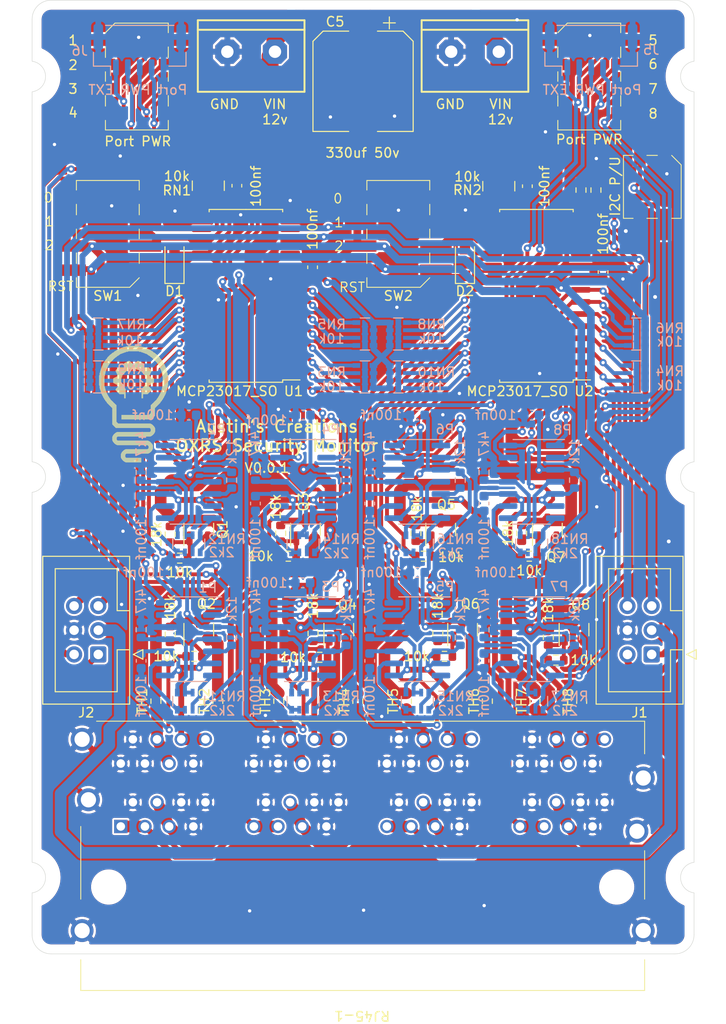
<source format=kicad_pcb>
(kicad_pcb (version 20211014) (generator pcbnew)
  (layers (0 "F.Cu" signal) (31 "B.Cu" signal) (34 "B.Paste" user) (35 "F.Paste" user) (36 "B.SilkS" user "B.Silkscreen") (37 "F.SilkS" user "F.Silkscreen") (38 "B.Mask" user) (39 "F.Mask" user) (44 "Edge.Cuts" user))
  (net 0 "")
  (net 1 "Net-(C1-Pad1)")
  (net 2 "GNDREF")
  (net 3 "Net-(C2-Pad1)")
  (net 4 "VCC")
  (net 5 "VDD")
  (net 6 "sense1")
  (net 7 "sense2")
  (net 8 "sense3")
  (net 9 "sense4")
  (net 10 "sense5")
  (net 11 "sense6")
  (net 12 "sense7")
  (net 13 "sense8")
  (net 14 "Net-(D2-Pad1)")
  (net 15 "SCL")
  (net 16 "Net-(J1-Pad3)")
  (net 17 "SDA")
  (net 18 "RST")
  (net 19 "Net-(P1-Pad4)")
  (net 20 "Net-(P1-Pad7)")
  (net 21 "Net-(P1-Pad9)")
  (net 22 "Net-(RJ45-1-PadA4)")
  (net 23 "Net-(RJ45-1-PadB4)")
  (net 24 "Net-(RJ45-1-PadC4)")
  (net 25 "Net-(RJ45-1-PadD4)")
  (net 26 "Net-(RJ45-1-PadE4)")
  (net 27 "Net-(RJ45-1-PadF4)")
  (net 28 "Net-(RJ45-1-PadG4)")
  (net 29 "Net-(RJ45-1-PadH4)")
  (net 30 "Net-(RN1-Pad7)")
  (net 31 "Net-(RN1-Pad5)")
  (net 32 "Net-(RN1-Pad6)")
  (net 33 "Net-(RN2-Pad7)")
  (net 34 "Net-(RN2-Pad5)")
  (net 35 "Net-(RN2-Pad6)")
  (net 36 "port3c")
  (net 37 "port3d")
  (net 38 "port3a")
  (net 39 "port3b")
  (net 40 "port7c")
  (net 41 "port7d")
  (net 42 "port7a")
  (net 43 "port7b")
  (net 44 "port4c")
  (net 45 "port4d")
  (net 46 "port4a")
  (net 47 "port4b")
  (net 48 "port8c")
  (net 49 "port8d")
  (net 50 "port8a")
  (net 51 "port8b")
  (net 52 "port1c")
  (net 53 "port1d")
  (net 54 "port1a")
  (net 55 "port1b")
  (net 56 "port5c")
  (net 57 "port5d")
  (net 58 "port5a")
  (net 59 "port5b")
  (net 60 "port2c")
  (net 61 "port2d")
  (net 62 "port2a")
  (net 63 "port2b")
  (net 64 "port6c")
  (net 65 "port6d")
  (net 66 "port6a")
  (net 67 "port6b")
  (net 68 "Net-(P1-Pad11)")
  (net 69 "Net-(P2-Pad7)")
  (net 70 "Net-(P3-Pad11)")
  (net 71 "Net-(P4-Pad7)")
  (net 72 "Net-(P5-Pad11)")
  (net 81 "Net-(P6-Pad7)")
  (net 82 "Net-(P8-Pad7)")
  (net 83 "Net-(P4-Pad11)")
  (net 84 "Net-(P6-Pad11)")
  (net 85 "Net-(P8-Pad11)")
  (net 86 "Net-(Q1-Pad1)")
  (net 87 "Net-(Q1-Pad2)")
  (net 88 "Net-(Q2-Pad1)")
  (net 89 "Net-(Q2-Pad2)")
  (net 90 "Net-(Q3-Pad1)")
  (net 91 "Net-(Q3-Pad2)")
  (net 92 "Net-(Q4-Pad1)")
  (net 93 "Net-(Q4-Pad2)")
  (net 94 "Net-(Q5-Pad1)")
  (net 95 "Net-(Q5-Pad2)")
  (net 96 "Net-(Q6-Pad1)")
  (net 97 "Net-(Q6-Pad2)")
  (net 98 "Net-(Q7-Pad1)")
  (net 99 "Net-(Q7-Pad2)")
  (net 100 "Net-(Q8-Pad1)")
  (net 101 "Net-(Q8-Pad2)")
  (net 102 "Net-(P2-Pad11)")
  (net 103 "Net-(P2-Pad9)")
  (net 104 "Net-(P2-Pad4)")
  (net 105 "Net-(P3-Pad4)")
  (net 106 "Net-(P3-Pad7)")
  (net 107 "Net-(P3-Pad9)")
  (net 108 "Net-(P4-Pad4)")
  (net 109 "Net-(P4-Pad9)")
  (net 110 "Net-(P5-Pad9)")
  (net 111 "Net-(P5-Pad7)")
  (net 112 "Net-(P5-Pad4)")
  (net 113 "Net-(P6-Pad4)")
  (net 114 "Net-(P6-Pad9)")
  (net 115 "Net-(P7-Pad4)")
  (net 116 "Net-(P7-Pad7)")
  (net 117 "Net-(P7-Pad9)")
  (net 118 "Net-(P7-Pad11)")
  (net 119 "Net-(P8-Pad9)")
  (net 120 "Net-(P8-Pad4)")
  (net 121 "pw1")
  (net 122 "pw2")
  (net 123 "pw3")
  (net 124 "pw4")
  (net 125 "pw6")
  (net 126 "pw8")
  (net 127 "pw5")
  (net 128 "pw7")
  (net 129 "Net-(D1-Pad1)")
  (net 130 "Net-(R33-Pad1)")
  (net 131 "Net-(R34-Pad1)")
  (footprint "Connector_IDC:IDC-Header_2x03_P2.54mm_Vertical" (layer "F.Cu") (at 85.05 88.6 180)
    (fp_text reference "J1")
    (fp_text value "Conn_02x03_Odd_Even" hide)
  )
  (footprint "Austins creations:4P_DIP" (layer "F.Cu") (at 58.45 44.5 180)
    (fp_text reference "SW2")
    (fp_text value "SW_DIP_x04" hide)
  )
  (footprint "Resistor_SMD:R_0603_1608Metric" (layer "F.Cu") (at 74.2 86.8 -90)
    (fp_text reference "R25" hide)
    (fp_text value "18k")
  )
  (footprint "Package_SO:SOIC-28W_7.5x17.9mm_P1.27mm" (layer "F.Cu") (at 72.95 51 180)
    (fp_text reference "U2")
    (fp_text value "MCP23017_SO")
  )
  (footprint "Austins creations:2pinblock" (layer "F.Cu") (at 66.5 25.4 180)
    (fp_text reference "J4" hide)
    (fp_text value "Screw_Terminal_01x02" hide)
  )
  (footprint "Connector_IDC:IDC-Header_2x03_P2.54mm_Vertical" (layer "F.Cu") (at 26.95 88.6 180)
    (fp_text reference "J2")
    (fp_text value "Conn_02x03_Odd_Even" hide)
  )
  (footprint "Package_TO_SOT_SMD:SOT-23" (layer "F.Cu") (at 62.9 75.5 90)
    (fp_text reference "Q5")
    (fp_text value "AO3401A" hide)
  )
  (footprint "Resistor_SMD:R_0603_1608Metric" (layer "F.Cu") (at 67.8 93.5 -90)
    (fp_text reference "TH6")
    (fp_text value "Fuse_PTC" hide)
  )
  (footprint "Resistor_SMD:R_0603_1608Metric" (layer "F.Cu") (at 71.4 75.9 -90)
    (fp_text reference "R31" hide)
    (fp_text value "18k")
  )
  (footprint "Capacitor_SMD:C_0603_1608Metric" (layer "F.Cu") (at 41.5 39.45 90)
    (fp_text reference "C1" hide)
    (fp_text value "100nf")
  )
  (footprint "Resistor_SMD:R_0603_1608Metric" (layer "F.Cu") (at 39.5 93.5 -90)
    (fp_text reference "TH2")
    (fp_text value "Fuse_PTC" hide)
  )
  (footprint "Resistor_SMD:R_0603_1608Metric" (layer "F.Cu") (at 60.3 75.9 -90)
    (fp_text reference "R29" hide)
    (fp_text value "18k")
  )
  (footprint "Resistor_SMD:R_Array_Convex_4x0603" (layer "F.Cu") (at 38.5 39.45 -90)
    (fp_text reference "RN1")
    (fp_text value "10k")
  )
  (footprint "Resistor_SMD:R_0603_1608Metric" (layer "F.Cu") (at 54.2 93.5 -90)
    (fp_text reference "TH4")
    (fp_text value "Fuse_PTC" hide)
  )
  (footprint "Resistor_SMD:R_0603_1608Metric" (layer "F.Cu") (at 72.2 78.3 180)
    (fp_text reference "R32" hide)
    (fp_text value "10k")
  )
  (footprint "Resistor_SMD:R_0603_1608Metric" (layer "F.Cu") (at 49.5 86.4 -90)
    (fp_text reference "R21" hide)
    (fp_text value "18k")
  )
  (footprint "Capacitor_SMD:C_0603_1608Metric" (layer "F.Cu") (at 72 39.5 90)
    (fp_text reference "C2" hide)
    (fp_text value "100nf")
  )
  (footprint "Resistor_SMD:R_0603_1608Metric" (layer "F.Cu") (at 79.2 39.905 -90)
    (fp_text reference "R33" hide)
    (fp_text value "4k7" hide)
  )
  (footprint "Package_TO_SOT_SMD:SOT-23" (layer "F.Cu") (at 65.2 86 90)
    (fp_text reference "Q6")
    (fp_text value "AO3401A" hide)
  )
  (footprint "Resistor_SMD:R_0603_1608Metric" (layer "F.Cu") (at 59.3 93.5 90)
    (fp_text reference "TH5")
    (fp_text value "Fuse_PTC" hide)
  )
  (footprint "Package_TO_SOT_SMD:SOT-23" (layer "F.Cu") (at 37.5 86 90)
    (fp_text reference "Q2")
    (fp_text value "AO3401A" hide)
  )
  (footprint "Resistor_SMD:R_0603_1608Metric" (layer "F.Cu") (at 63.3 88.8 180)
    (fp_text reference "R24" hide)
    (fp_text value "10k")
  )
  (footprint "Fiducial:Fiducial_0.75mm_Mask1.5mm" (layer "F.Cu") (at 87 117.5)
    (fp_text reference "FID3" hide)
    (fp_text value "Fiducial" hide)
  )
  (footprint "Resistor_SMD:R_0603_1608Metric" (layer "F.Cu") (at 35.5 78.5 180)
    (fp_text reference "R2" hide)
    (fp_text value "10k")
  )
  (footprint "Resistor_SMD:R_0603_1608Metric" (layer "F.Cu") (at 75 89.2 180)
    (fp_text reference "R26" hide)
    (fp_text value "10k")
  )
  (footprint "Austins creations:2P_DIP" (layer "F.Cu") (at 85.09 39.57 -90)
    (fp_text reference "SW5" hide)
    (fp_text value "2P_DIP" hide)
  )
  (footprint "Capacitor_SMD:CP_Elec_10x10" (layer "F.Cu") (at 54.75 28.5 -90)
    (fp_text reference "C5")
    (fp_text value "330uf 50v")
  )
  (footprint "Package_TO_SOT_SMD:SOT-23" (layer "F.Cu") (at 52.2 86 90)
    (fp_text reference "Q4")
    (fp_text value "AO3401A" hide)
  )
  (footprint "Resistor_SMD:R_0603_1608Metric" (layer "F.Cu") (at 50.2 88.9 180)
    (fp_text reference "R22" hide)
    (fp_text value "10k")
  )
  (footprint "Austins creations:4P_DIP" (layer "F.Cu") (at 78.5 28)
    (fp_text reference "SW3" hide)
    (fp_text value "SW_DIP_x04" hide)
  )
  (footprint "Resistor_SMD:R_0603_1608Metric" (layer "F.Cu") (at 33 93.5 90)
    (fp_text reference "TH1")
    (fp_text value "Fuse_PTC" hide)
  )
  (footprint "Resistor_SMD:R_0603_1608Metric" (layer "F.Cu") (at 77.7 93.5 -90)
    (fp_text reference "TH8")
    (fp_text value "Fuse_PTC" hide)
  )
  (footprint "Resistor_SMD:R_0603_1608Metric" (layer "F.Cu") (at 61.1 78.3 180)
    (fp_text reference "R30" hide)
    (fp_text value "10k")
  )
  (footprint "Resistor_SMD:R_0603_1608Metric" (layer "F.Cu") (at 72.8 93.5 90)
    (fp_text reference "TH7")
    (fp_text value "Fuse_PTC" hide)
  )
  (footprint "Package_SO:SOIC-28W_7.5x17.9mm_P1.27mm" (layer "F.Cu") (at 42.45 51 180)
    (fp_text reference "U1")
    (fp_text value "MCP23017_SO")
  )
  (footprint "Resistor_SMD:R_Array_Convex_4x0603" (layer "F.Cu") (at 69 39.5 -90)
    (fp_text reference "RN2")
    (fp_text value "10k")
  )
  (footprint "Capacitor_SMD:C_0603_1608Metric" (layer "F.Cu") (at 79.95 48.5 -90)
    (fp_text reference "C4" hide)
    (fp_text value "100nf")
  )
  (footprint "Resistor_SMD:R_0603_1608Metric" (layer "F.Cu") (at 46.1 75.9 -90)
    (fp_text reference "R27" hide)
    (fp_text value "18k")
  )
  (footprint "Package_TO_SOT_SMD:SOT-23" (layer "F.Cu") (at 48.7 75.5 90)
    (fp_text reference "Q3")
    (fp_text value "AO3401A" hide)
  )
  (footprint "Resistor_SMD:R_0603_1608Metric" (layer "F.Cu") (at 34.5 76 -90)
    (fp_text reference "R1" hide)
    (fp_text value "18k")
  )
  (footprint "Resistor_SMD:R_0603_1608Metric" (layer "F.Cu") (at 45.9 93.5 90)
    (fp_text reference "TH3")
    (fp_text value "Fuse_PTC" hide)
  )
  (footprint "Package_TO_SOT_SMD:SOT-23" (layer "F.Cu") (at 37.5 75.5 90)
    (fp_text reference "Q1")
    (fp_text value "AO3401A" hide)
  )
  (footprint "Resistor_SMD:R_0603_1608Metric" (layer "F.Cu") (at 46.9 78.3 180)
    (fp_text reference "R28" hide)
    (fp_text value "10k")
  )
  (footprint "Fiducial:Fiducial_0.75mm_Mask1.5mm" (layer "F.Cu") (at 87 22.5)
    (fp_text reference "FID2" hide)
    (fp_text value "Fiducial" hide)
  )
  (footprint "Resistor_SMD:R_0603_1608Metric" (layer "F.Cu") (at 62.6 86.4 -90)
    (fp_text reference "R23" hide)
    (fp_text value "18k")
  )
  (footprint "Package_TO_SOT_SMD:SOT-23" (layer "F.Cu") (at 74.1 75.5 90)
    (fp_text reference "Q7")
    (fp_text value "AO3401A" hide)
  )
  (footprint "Resistor_SMD:R_0603_1608Metric" (layer "F.Cu") (at 34.5 86.5 -90)
    (fp_text reference "R19" hide)
    (fp_text value "18k")
  )
  (footprint "Resistor_SMD:R_0603_1608Metric" (layer "F.Cu") (at 37 88.8 180)
    (fp_text reference "R20" hide)
    (fp_text value "10k")
  )
  (footprint "Fiducial:Fiducial_0.75mm_Mask1.5mm" (layer "F.Cu") (at 22.5 22.5)
    (fp_text reference "FID1" hide)
    (fp_text value "Fiducial" hide)
  )
  (footprint "Resistor_SMD:R_0603_1608Metric" (layer "F.Cu") (at 77.63 39.905 -90)
    (fp_text reference "R34" hide)
    (fp_text value "4k7" hide)
  )
  (footprint "Austins creations:2pinblock" (layer "F.Cu") (at 43 25.4 180)
    (fp_text reference "J3" hide)
    (fp_text value "Screw_Terminal_01x02" hide)
  )
  (footprint "Austins creations:R-RJ45R08P-8000" (layer "F.Cu") (at 54.649992 116.199996 180)
    (fp_text reference "RJ45-1")
    (fp_text value "R-RJ45R08P-8000" hide)
  )
  (footprint "Austins creations:4P_DIP" (layer "F.Cu") (at 27.95 44.5 180)
    (fp_text reference "SW1")
    (fp_text value "SW_DIP_x04" hide)
  )
  (footprint "logos:Creations logo med" (layer "F.Cu") (at 30.7 59.9)
    (fp_text reference "LOGO1" hide)
    (fp_text value "Creations_logo_med" hide)
  )
  (footprint "Fiducial:Fiducial_0.75mm_Mask1.5mm" (layer "F.Cu") (at 22.5 117.5)
    (fp_text reference "FID4" hide)
    (fp_text value "Fiducial" hide)
  )
  (footprint "Package_TO_SOT_SMD:SOT-23" (layer "F.Cu") (at 76.9 86 90)
    (fp_text reference "Q8")
    (fp_text value "AO3401A" hide)
  )
  (footprint "Austins creations:4P_DIP" (layer "F.Cu") (at 31 28)
    (fp_text reference "SW4" hide)
    (fp_text value "SW_DIP_x04" hide)
  )
  (footprint "Diode_SMD:D_SOD-123F" (layer "F.Cu") (at 34.95 47.5 90)
    (fp_text reference "D1")
    (fp_text value "SM4007" hide)
  )
  (footprint "Capacitor_SMD:C_0603_1608Metric" (layer "F.Cu") (at 49.45 48 -90)
    (fp_text reference "C3" hide)
    (fp_text value "100nf")
  )
  (footprint "Diode_SMD:D_SOD-123F" (layer "F.Cu") (at 65.45 47.5 90)
    (fp_text reference "D2")
    (fp_text value "SM4007" hide)
  )
  (footprint "Resistor_SMD:R_0603_1608Metric" (layer "B.Cu") (at 52.95 70.325 -90)
    (fp_text reference "R10" hide)
    (fp_text value "12k")
  )
  (footprint "Package_SO:SOIC-14_3.9x8.7mm_P1.27mm" (layer "B.Cu") (at 48.45 70.5 180)
    (fp_text reference "P4")
    (fp_text value "LM339" hide)
  )
  (footprint "Resistor_SMD:R_0603_1608Metric" (layer "B.Cu") (at 52.95 86.825 -90)
    (fp_text reference "R8" hide)
    (fp_text value "12k")
  )
  (footprint "Capacitor_SMD:C_0603_1608Metric" (layer "B.Cu") (at 72.45 80 180)
    (fp_text reference "C19" hide)
    (fp_text value "100nf")
  )
  (footprint "Resistor_SMD:R_Array_Convex_4x0603" (layer "B.Cu") (at 72.45 93.5 90)
    (fp_text reference "RN17")
    (fp_text value "2k2")
  )
  (footprint "Resistor_SMD:R_Array_Convex_4x0603" (layer "B.Cu") (at 48.45 93.5 90)
    (fp_text reference "RN13")
    (fp_text value "2k2")
  )
  (footprint "Capacitor_SMD:C_0603_1608Metric" (layer "B.Cu") (at 43.45 89.275 -90)
    (fp_text reference "C10" hide)
    (fp_text value "100nf")
  )
  (footprint "Resistor_SMD:R_0603_1608Metric" (layer "B.Cu") (at 67.45 69.5 90)
    (fp_text reference "R17" hide)
    (fp_text value "4k7")
  )
  (footprint "Connector_JST:JST_GH_SM05B-GHS-TB_1x05-1MP_P1.25mm_Horizontal" (layer "B.Cu") (at 78.7 25.2)
    (fp_text reference "J5")
    (fp_text value "Conn_01x05_MountingPin" hide)
  )
  (footprint "Capacitor_SMD:C_0603_1608Metric" (layer "B.Cu") (at 31.45 72.775 -90)
    (fp_text reference "C7" hide)
    (fp_text value "100nf")
  )
  (footprint "Resistor_SMD:R_Array_Convex_4x0603" (layer "B.Cu") (at 48.45 77 90)
    (fp_text reference "RN14")
    (fp_text value "2k2")
  )
  (footprint "Capacitor_SMD:C_0603_1608Metric" (layer "B.Cu") (at 60.45 63.5 180)
    (fp_text reference "C17" hide)
    (fp_text value "100nf")
  )
  (footprint "Resistor_SMD:R_0603_1608Metric" (layer "B.Cu") (at 55.45 86 90)
    (fp_text reference "R11" hide)
    (fp_text value "4k7")
  )
  (footprint "Resistor_SMD:R_Array_Convex_4x0603" (layer "B.Cu") (at 26.95 59.5)
    (fp_text reference "RN9")
    (fp_text value "10k")
  )
  (footprint "Resistor_SMD:R_0603_1608Metric" (layer "B.Cu") (at 43.45 69.5 90)
    (fp_text reference "R9" hide)
    (fp_text value "4k7")
  )
  (footprint "Resistor_SMD:R_Array_Convex_4x0603" (layer "B.Cu") (at 83.45 55 180)
    (fp_text reference "RN6")
    (fp_text value "10k")
  )
  (footprint "Resistor_SMD:R_Array_Convex_4x0603" (layer "B.Cu") (at 36.45 77 90)
    (fp_text reference "RN12")
    (fp_text value "2k2")
  )
  (footprint "Resistor_SMD:R_Array_Convex_4x0603" (layer "B.Cu") (at 26.95 55)
    (fp_text reference "RN7")
    (fp_text value "10k")
  )
  (footprint "Capacitor_SMD:C_0603_1608Metric" (layer "B.Cu") (at 67.45 72.775 -90)
    (fp_text reference "C20" hide)
    (fp_text value "100nf")
  )
  (footprint "Resistor_SMD:R_0603_1608Metric" (layer "B.Cu") (at 31.45 86 90)
    (fp_text reference "R3" hide)
    (fp_text value "4k7")
  )
  (footprint "Package_SO:SOIC-14_3.9x8.7mm_P1.27mm" (layer "B.Cu") (at 36.45 70.5 180)
    (fp_text reference "P2")
    (fp_text value "LM339" hide)
  )
  (footprint "Capacitor_SMD:C_0603_1608Metric" (layer "B.Cu") (at 43.45 72.775 -90)
    (fp_text reference "C12" hide)
    (fp_text value "100nf")
  )
  (footprint "Capacitor_SMD:C_0603_1608Metric" (layer "B.Cu") (at 35.5 80 180)
    (fp_text reference "C8" hide)
    (fp_text value "100nf")
  )
  (footprint "Resistor_SMD:R_0603_1608Metric" (layer "B.Cu") (at 64.95 70.325 -90)
    (fp_text reference "R14" hide)
    (fp_text value "12k")
  )
  (footprint "Package_SO:SOIC-14_3.9x8.7mm_P1.27mm" (layer "B.Cu") (at 60.45 70.5 180)
    (fp_text reference "P6")
    (fp_text value "LM339" hide)
  )
  (footprint "Capacitor_SMD:C_0603_1608Metric" (layer "B.Cu") (at 55.45 89.275 -90)
    (fp_text reference "C14" hide)
    (fp_text value "100nf")
  )
  (footprint "Package_SO:SOIC-14_3.9x8.7mm_P1.27mm" (layer "B.Cu") (at 60.45 87 180)
    (fp_text reference "P5")
    (fp_text value "LM339" hide)
  )
  (footprint "Capacitor_SMD:C_0603_1608Metric" (layer "B.Cu") (at 67.45 89.275 -90)
    (fp_text reference "C18" hide)
    (fp_text value "100nf")
  )
  (footprint "Resistor_SMD:R_Array_Convex_4x0603" (layer "B.Cu") (at 36.45 93.5 90)
    (fp_text reference "RN11")
    (fp_text value "2k2")
  )
  (footprint "Resistor_SMD:R_0603_1608Metric" (layer "B.Cu") (at 67.45 86 90)
    (fp_text reference "R15" hide)
    (fp_text value "4k7")
  )
  (footprint "Resistor_SMD:R_0603_1608Metric" (layer "B.Cu") (at 43.45 86 90)
    (fp_text reference "R7" hide)
    (fp_text value "4k7")
  )
  (footprint "Capacitor_SMD:C_0603_1608Metric" (layer "B.Cu") (at 60.45 80 180)
    (fp_text reference "C15" hide)
    (fp_text value "100nf")
  )
  (footprint "Resistor_SMD:R_Array_Convex_4x0603" (layer "B.Cu") (at 54.95 55 180)
    (fp_text reference "RN5")
    (fp_text value "10k")
  )
  (footprint "Resistor_SMD:R_0603_1608Metric" (layer "B.Cu") (at 64.95 86.825 -90)
    (fp_text reference "R12" hide)
    (fp_text value "12k")
  )
  (footprint "Resistor_SMD:R_Array_Convex_4x0603" (layer "B.Cu") (at 60.45 93.5 90)
    (fp_text reference "RN15")
    (fp_text value "2k2")
  )
  (footprint "Resistor_SMD:R_Array_Convex_4x0603" (layer "B.Cu") (at 60.45 77 90)
    (fp_text reference "RN16")
    (fp_text value "2k2")
  )
  (footprint "Package_SO:SOIC-14_3.9x8.7mm_P1.27mm" (layer "B.Cu") (at 36.45 87 180)
    (fp_text reference "P1")
    (fp_text value "LM339" hide)
  )
  (footprint "Resistor_SMD:R_Array_Convex_4x0603" (layer "B.Cu") (at 58.45 55)
    (fp_text reference "RN8")
    (fp_text value "10k")
  )
  (footprint "Resistor_SMD:R_Array_Convex_4x0603" (layer "B.Cu") (at 54.95 59.5 180)
    (fp_text reference "RN3")
    (fp_text value "10k")
  )
  (footprint "Package_SO:SOIC-14_3.9x8.7mm_P1.27mm" (layer "B.Cu") (at 72.45 70.5 180)
    (fp_text reference "P8")
    (fp_text value "LM339" hide)
  )
  (footprint "Resistor_SMD:R_Array_Convex_4x0603" (layer "B.Cu") (at 83.45 59.5 180)
    (fp_text reference "RN4")
    (fp_text value "10k")
  )
  (footprint "Capacitor_SMD:C_0603_1608Metric" (layer "B.Cu") (at 48.415 81.09 180)
    (fp_text reference "C11" hide)
    (fp_text value "100nf")
  )
  (footprint "Resistor_SMD:R_0603_1608Metric" (layer "B.Cu") (at 76.95 86.825 -90)
    (fp_text reference "R16" hide)
    (fp_text value "12k")
  )
  (footprint "Capacitor_SMD:C_0603_1608Metric" (layer "B.Cu") (at 48.45 63.5 180)
    (fp_text reference "C13" hide)
    (fp_text value "100nf")
  )
  (footprint "Resistor_SMD:R_Array_Convex_4x0603" (layer "B.Cu") (at 72.45 77 90)
    (fp_text reference "RN18")
    (fp_text value "2k2")
  )
  (footprint "Resistor_SMD:R_0603_1608Metric" (layer "B.Cu") (at 40.95 70.325 -90)
    (fp_text reference "R6" hide)
    (fp_text value "12k")
  )
  (footprint "Resistor_SMD:R_Array_Convex_4x0603" (layer "B.Cu") (at 58.45 59.5)
    (fp_text reference "RN10")
    (fp_text value "10k")
  )
  (footprint "Capacitor_SMD:C_0603_1608Metric" (layer "B.Cu") (at 31.45 89.275 -90)
    (fp_text reference "C6" hide)
    (fp_text value "100nf")
  )
  (footprint "Resistor_SMD:R_0603_1608Metric" (layer "B.Cu") (at 76.95 70.325 -90)
    (fp_text reference "R18" hide)
    (fp_text value "12k")
  )
  (footprint "Resistor_SMD:R_0603_1608Metric" (layer "B.Cu") (at 40.95 86.825 -90)
    (fp_text reference "R5" hide)
    (fp_text value "12k")
  )
  (footprint "Capacitor_SMD:C_0603_1608Metric" (layer "B.Cu") (at 36.45 63.5 180)
    (fp_text reference "C9" hide)
    (fp_text value "100nf")
  )
  (footprint "Capacitor_SMD:C_0603_1608Metric" (layer "B.Cu") (at 72.45 63.5 180)
    (fp_text reference "C21" hide)
    (fp_text value "100nf")
  )
  (footprint "Package_SO:SOIC-14_3.9x8.7mm_P1.27mm" (layer "B.Cu") (at 72.45 87 180)
    (fp_text reference "P7")
    (fp_text value "LM339" hide)
  )
  (footprint "Resistor_SMD:R_0603_1608Metric" (layer "B.Cu") (at 55.45 69.5 90)
    (fp_text reference "R13" hide)
    (fp_text value "4k7")
  )
  (footprint "Connector_JST:JST_GH_SM05B-GHS-TB_1x05-1MP_P1.25mm_Horizontal" (layer "B.Cu") (at 31.3 25.2)
    (fp_text reference "J6")
    (fp_text value "Conn_01x05_MountingPin" hide)
  )
  (footprint "Capacitor_SMD:C_0603_1608Metric" (layer "B.Cu") (at 55.45 72.775 -90)
    (fp_text reference "C16" hide)
    (fp_text value "100nf")
  )
  (footprint "Package_SO:SOIC-14_3.9x8.7mm_P1.27mm" (layer "B.Cu") (at 48.45 87 180)
    (fp_text reference "P3")
    (fp_text value "LM339" hide)
  )
  (footprint "Resistor_SMD:R_0603_1608Metric" (layer "B.Cu") (at 31.45 69.5 90)
    (fp_text reference "R4" hide)
    (fp_text value "4k7")
  )
  (gr_arc (start 20 110.4) (mid 21.41183 112) (end 20 113.6) (layer "Edge.Cuts") (width 0.05))
  (gr_arc (start 89.5 29.6) (mid 88.08817 28) (end 89.5 26.4) (layer "Edge.Cuts") (width 0.05))
  (gr_line (start 89.5 22) (end 89.5 26.4) (layer "Edge.Cuts") (width 0.05))
  (gr_line (start 87.5 120) (end 22 120) (layer "Edge.Cuts") (width 0.05))
  (gr_line (start 89.5 71.6) (end 89.5 110.4) (layer "Edge.Cuts") (width 0.05))
  (gr_line (start 20 22) (end 20 26.4) (layer "Edge.Cuts") (width 0.05))
  (gr_line (start 89.5 113.6) (end 89.5 118) (layer "Edge.Cuts") (width 0.05))
  (gr_line (start 20 118) (end 20 113.6) (layer "Edge.Cuts") (width 0.05))
  (gr_line (start 89.5 68.4) (end 89.5 29.6) (layer "Edge.Cuts") (width 0.05))
  (gr_arc (start 20 68.4) (mid 21.41183 70) (end 20 71.6) (layer "Edge.Cuts") (width 0.05))
  (gr_arc (start 89.5 113.6) (mid 88.08817 112) (end 89.5 110.4) (layer "Edge.Cuts") (width 0.05))
  (gr_arc (start 89.5 71.6) (mid 88.08817 70) (end 89.5 68.4) (layer "Edge.Cuts") (width 0.05))
  (gr_line (start 22 20) (end 87.5 20) (layer "Edge.Cuts") (width 0.05))
  (gr_arc (start 87.5 20) (mid 88.914214 20.585786) (end 89.5 22) (layer "Edge.Cuts") (width 0.05))
  (gr_arc (start 89.5 118) (mid 88.914214 119.414214) (end 87.5 120) (layer "Edge.Cuts") (width 0.05))
  (gr_line (start 20 29.6) (end 20 68.4) (layer "Edge.Cuts") (width 0.05))
  (gr_arc (start 20 26.4) (mid 21.41183 28) (end 20 29.6) (layer "Edge.Cuts") (width 0.05))
  (gr_line (start 20 71.6) (end 20 110.4) (layer "Edge.Cuts") (width 0.05))
  (gr_arc (start 20 22) (mid 20.585786 20.585786) (end 22 20) (layer "Edge.Cuts") (width 0.05))
  (gr_arc (start 22 120) (mid 20.585786 119.414214) (end 20 118) (layer "Edge.Cuts") (width 0.05))
  (gr_text "Port PWR EXT" (at 31.1 29.4) (layer "B.SilkS") (effects (font (size 1 1)) (justify mirror)))
  (gr_text "Port PWR EXT" (at 78.8 29.4) (layer "B.SilkS") (effects (font (size 1 1)) (justify mirror)))
  (gr_text "1" (at 24.3 24.2) (layer "F.SilkS") (effects (font (size 1 1))))
  (gr_text "RST" (at 23 50) (layer "F.SilkS") (effects (font (size 1 1) (thickness 0.125))))
  (gr_text "Austin's Creations\nOXRS Security Monitor" (at 45.7 65.7) (layer "F.SilkS") (effects (font (size 1.25 1.25) (thickness 0.2))))
  (gr_text "VIN\n12v" (at 45.5 31.7) (layer "F.SilkS") (effects (font (size 1 1))))
  (gr_text "V0.0.1" (at 44.655 69.045) (layer "F.SilkS") (effects (font (size 1 1))))
  (gr_text "3" (at 24.3 29.3) (layer "F.SilkS") (effects (font (size 1 1))))
  (gr_text "2" (at 24.3 26.8) (layer "F.SilkS") (effects (font (size 1 1))))
  (gr_text "I2C P/U" (at 81.215 39.51 90) (layer "F.SilkS") (effects (font (size 1 1))))
  (gr_text "7" (at 85.2 29.3) (layer "F.SilkS") (effects (font (size 1 1))))
  (gr_text "4" (at 24.3 31.8) (layer "F.SilkS") (effects (font (size 1 1))))
  (gr_text "Port PWR" (at 31.1 34.8) (layer "F.SilkS") (effects (font (size 1 1))))
  (gr_text "6" (at 85.2 26.7) (layer "F.SilkS") (effects (font (size 1 1))))
  (gr_text "2" (at 52.2 45.8) (layer "F.SilkS") (effects (font (size 1 1) (thickness 0.125))))
  (gr_text "1" (at 21.8 43.2) (layer "F.SilkS") (effects (font (size 1 1) (thickness 0.125))))
  (gr_text "GND" (at 40.2 30.9) (layer "F.SilkS") (effects (font (size 1 1))))
  (gr_text "0" (at 52.1 40.8) (layer "F.SilkS") (effects (font (size 1 1) (thickness 0.125))))
  (gr_text "8" (at 85.2 31.9) (layer "F.SilkS") (effects (font (size 1 1))))
  (gr_text "GND" (at 63.9 30.9) (layer "F.SilkS") (effects (font (size 1 1))))
  (gr_text "Port PWR" (at 78.5 34.6) (layer "F.SilkS") (effects (font (size 1 1))))
  (gr_text "2" (at 21.8 45.7) (layer "F.SilkS") (effects (font (size 1 1) (thickness 0.125))))
  (gr_text "1" (at 52.2 43.3) (layer "F.SilkS") (effects (font (size 1 1) (thickness 0.125))))
  (gr_text "RST" (at 53.6 50.1) (layer "F.SilkS") (effects (font (size 1 1) (thickness 0.125))))
  (gr_text "VIN\n12v" (at 69.2 31.7) (layer "F.SilkS") (effects (font (size 1 1))))
  (gr_text "5" (at 85.2 24.2) (layer "F.SilkS") (effects (font (size 1 1))))
  (gr_text "0" (at 21.7 40.7) (layer "F.SilkS") (effects (font (size 1 1) (thickness 0.125))))
  (segment (start 39.825 40.225) (end 39.7 40.35) (width 0.4064) (layer "F.Cu") (net 1))
  (segment (start 41.5 40.225) (end 39.825 40.225) (width 0.4064) (layer "F.Cu") (net 1))
  (segment (start 39.7 40.35) (end 40.71184 41.36184) (width 0.4064) (layer "F.Cu") (net 1))
  (segment (start 38.445 46.555) (end 37.8 46.555) (width 0.4064) (layer "F.Cu") (net 1))
  (segment (start 37.8 46.555) (end 35.405 46.555) (width 0.4064) (layer "F.Cu") (net 1))
  (segment (start 35.405 46.555) (end 34.95 46.1) (width 0.4064) (layer "F.Cu") (net 1))
  (segment (start 40.71184 41.36184) (end 40.71184 44.28816) (width 0.4064) (layer "F.Cu") (net 1))
  (segment (start 40.71184 44.28816) (end 38.445 46.555) (width 0.4064) (layer "F.Cu") (net 1))
  (segment (start 49.45 47.225) (end 48.85 47.825) (width 0.4064) (layer "F.Cu") (net 2))
  (segment (start 79.85 47.825) (end 79.95 47.725) (width 0.4064) (layer "F.Cu") (net 2))
  (segment (start 77.6 47.825) (end 79.85 47.825) (width 0.4064) (layer "F.Cu") (net 2))
  (segment (start 48.85 47.825) (end 47.1 47.825) (width 0.4064) (layer "F.Cu") (net 2))
  (via (at 86.645 38.2) (size 0.7564) (drill 0.35) (layers "F.Cu" "B.Cu") (net 2))
  (via (at 39.565 51.415) (size 0.7564) (drill 0.35) (layers "F.Cu" "B.Cu") (net 2))
  (via (at 86.845 76.75) (size 0.8) (drill 0.4) (layers "F.Cu" "B.Cu") (net 2))
  (via (at 45.86 62.9) (size 0.7564) (drill 0.35) (layers "F.Cu" "B.Cu") (net 2))
  (via (at 78.56 23.695) (size 0.7564) (drill 0.35) (layers "F.Cu" "B.Cu") (net 2))
  (via (at 44.5 94.99) (size 0.7564) (drill 0.35) (layers "F.Cu" "B.Cu") (net 2))
  (via (at 73.9 33.8) (size 0.7564) (drill 0.35) (layers "F.Cu" "B.Cu") (net 2))
  (via (at 63.125 63.465) (size 0.7564) (drill 0.35) (layers "F.Cu" "B.Cu") (net 2))
  (via (at 31.11 50.955) (size 0.7564) (drill 0.35) (layers "F.Cu" "B.Cu") (net 2))
  (via (at 65.5 42) (size 0.7564) (drill 0.35) (layers "F.Cu" "B.Cu") (net 2))
  (via (at 67.465 114.935) (size 0.7564) (drill 0.35) (layers "F.Cu" "B.Cu") (net 2))
  (via (at 58.73 64.69) (size 0.7564) (drill 0.35) (layers "F.Cu" "B.Cu") (net 2))
  (via (at 53.65 84.63) (size 0.7564) (drill 0.35) (layers "F.Cu" "B.Cu") (net 2))
  (via (at 29.545 75.68) (size 0.7564) (drill 0.35) (layers "F.Cu" "B.Cu") (net 2))
  (via (at 29.255 36.335) (size 0.7564) (drill 0.35) (layers "F.Cu" "B.Cu") (net 2))
  (via (at 41.9 42.5) (size 0.7564) (drill 0.35) (layers "F.Cu" "B.Cu") (net 2))
  (via (at 31.19 23.89) (size 0.7564) (drill 0.35) (layers "F.Cu" "B.Cu") (net 2))
  (via (at 45.05 49.215) (size 0.7564) (drill 0.35) (layers "F.Cu" "B.Cu") (net 2))
  (via (at 28.355 41.56) (size 0.7564) (drill 0.35) (layers "F.Cu" "B.Cu") (net 2))
  (via (at 42.84 115.49) (size 0.7564) (drill 0.35) (layers "F.Cu" "B.Cu") (net 2))
  (via (at 58.47 42.02) (size 0.7564) (drill 0.35) (layers "F.Cu" "B.Cu") (net 2))
  (via (at 36.495 62.125) (size 0.7564) (drill 0.35) (layers "F.Cu" "B.Cu") (net 2))
  (via (at 54.805 115.42) (size 0.7564) (drill 0.35) (layers "F.Cu" "B.Cu") (net 2))
  (via (at 58.3 52.2) (size 0.7564) (drill 0.35) (layers "F.Cu" "B.Cu") (net 2))
  (via (at 70.92 22.05) (size 0.7564) (drill 0.35) (layers "F.Cu" "B.Cu") (net 2))
  (via (at 82.035 49.23) (size 0.7564) (drill 0.35) (layers "F.Cu" "B.Cu") (net 2))
  (via (at 47.1 41) (size 0.7564) (drill 0.35) (layers "F.Cu" "B.Cu") (net 2))
  (via (at 55.39 81.25) (size 0.7564) (drill 0.35) (layers "F.Cu" "B.Cu") (net 2))
  (via (at 29.555 70.87) (size 0.7564) (drill 0.35) (layers "F.Cu" "B.Cu") (net 2))
  (via (at 79.24 36.6) (size 0.7564) (drill 0.35) (layers "F.Cu" "B.Cu") (net 2))
  (via (at 79.27 84.94) (size 0.7564) (drill 0.35) (layers "F.Cu" "B.Cu") (net 2))
  (via (at 35 42.1) (size 0.7564) (drill 0.35) (layers "F.Cu" "B.Cu") (net 2))
  (via (at 22.35 35.125) (size 0.7564) (drill 0.35) (layers "F.Cu" "B.Cu") (net 2))
  (via (at 74.15 65.015) (size 0.7564) (drill 0.35) (layers "F.Cu" "B.Cu") (net 2))
  (via (at 51.32 32.245) (size 0.7564) (drill 0.35) (layers "F.Cu" "B.Cu") (net 2))
  (via (at 82.335 44.205) (size 0.8) (drill 0.4) (layers "F.Cu" "B.Cu") (net 2))
  (via (at 58.055 32.15) (size 0.7564) (drill 0.35) (layers "F.Cu" "B.Cu") (net 2))
  (via (at 22.7 57.1) (size 0.7564) (drill 0.35) (layers "F.Cu" "B.Cu") (net 2))
  (via (at 32.325 82.74) (size 0.7564) (drill 0.35) (layers "F.Cu" "B.Cu") (net 2))
  (via (at 64.865 61.23) (size 0.7564) (drill 0.35) (layers "F.Cu" "B.Cu") (net 2))
  (via (at 73.29 59.14) (size 0.7564) (drill 0.35) (layers "F.Cu" "B.Cu") (net 2))
  (via (at 79.285 73.12) (size 0.7564) (drill 0.35) (layers "F.Cu" "B.Cu") (net 2))
  (via (at 56.71 95.1) (size 0.7564) (drill 0.35) (layers "F.Cu" "B.Cu") (net 2))
  (via (at 41.425 73.12) (size 0.7564) (drill 0.35) (layers "F.Cu" "B.Cu") (net 2))
  (via (at 85.41 51.115) (size 0.8) (drill 0.4) (layers "F.Cu" "B.Cu") (net 2))
  (via (at 29.395 83.355) (size 0.7564) (drill 0.35) (layers "F.Cu" "B.Cu") (net 2))
  (segment (start 70.2 40.4) (end 71.875 40.4) (width 0.4064) (layer "F.Cu") (net 3))
  (segment (start 70.2 40.4) (end 71.2 41.4) (width 0.4064) (layer "F.Cu") (net 3))
  (segment (start 71.2 41.4) (end 71.2 44.4) (width 0.4064) (layer "F.Cu") (net 3))
  (segment (start 65.905 46.555) (end 65.45 46.1) (width 0.4064) (layer "F.Cu") (net 3))
  (segment (start 71.875 40.4) (end 72 40.275) (width 0.4064) (layer "F.Cu") (net 3))
  (segment (start 71.2 44.4) (end 69.045 46.555) (width 0.4064) (layer "F.Cu") (net 3))
  (segment (start 69.045 46.555) (end 68.3 46.555) (width 0.4064) (layer "F.Cu") (net 3))
  (segment (start 68.3 46.555) (end 65.905 46.555) (width 0.4064) (layer "F.Cu") (net 3))
  (segment (start 39.31 39.4) (end 24.94 39.4) (width 0.4064) (layer "F.Cu") (net 4))
  (segment (start 27.21232 51.74732) (end 28.54216 53.07716) (width 0.8128) (layer "F.Cu") (net 4))
  (segment (start 69.77 39.5) (end 58.7 39.5) (width 0.4064) (layer "F.Cu") (net 4))
  (segment (start 70.2 39.07) (end 69.77 39.5) (width 0.4064) (layer "F.Cu") (net 4))
  (segment (start 27.21232 46.71232) (end 27.21232 51.74732) (width 0.8128) (layer "F.Cu") (net 4))
  (segment (start 49.45 48.775) (end 50.59 48.775) (width 0.8128) (layer "F.Cu") (net 4))
  (segment (start 76.63 49.095) (end 77.6 49.095) (width 0.4064) (layer "F.Cu") (net 4))
  (segment (start 83.82 39.075) (end 83.82 35.62) (width 0.4064) (layer "F.Cu") (net 4))
  (segment (start 23.65 43.23) (end 23.65 40.69) (width 0.8128) (layer "F.Cu") (net 4))
  (segment (start 58.7 39.5) (end 55.34 39.5) (width 0.4064) (layer "F.Cu") (net 4))
  (segment (start 54.15 43.23) (end 54.15 40.69) (width 0.8128) (layer "F.Cu") (net 4))
  (segment (start 28.54216 81.92784) (end 26.95 83.52) (width 0.8128) (layer "F.Cu") (net 4))
  (segment (start 24.94 39.4) (end 23.65 40.69) (width 0.4064) (layer "F.Cu") (net 4))
  (segment (start 23.68 45.8) (end 23.65 45.77) (width 0.8128) (layer "F.Cu") (net 4))
  (segment (start 50.59 48.775) (end 53.595 45.77) (width 0.8128) (layer "F.Cu") (net 4))
  (segment (start 75.555 50.17) (end 76.63 49.095) (width 0.4064) (layer "F.Cu") (net 4))
  (segment (start 49.45 48.775) (end 50.175 48.775) (width 0.6096) (layer "F.Cu") (net 4))
  (segment (start 79.77 49.095) (end 79.95 49.275) (width 0.4064) (layer "F.Cu") (net 4))
  (segment (start 28.54216 53.07716) (end 28.54216 81.92784) (width 0.8128) (layer "F.Cu") (net 4))
  (segment (start 54.15 45.77) (end 54.15 43.23) (width 0.8128) (layer "F.Cu") (net 4))
  (segment (start 50.175 48.775) (end 51 49.6) (width 0.6096) (layer "F.Cu") (net 4))
  (segment (start 53.595 45.77) (end 54.15 45.77) (width 0.8128) (layer "F.Cu") (net 4))
  (segment (start 47.1 49.095) (end 49.13 49.095) (width 0.4064) (layer "F.Cu") (net 4))
  (segment (start 39.7 38.5) (end 39.7 39.01) (width 0.4064) (layer "F.Cu") (net 4))
  (segment (start 26.3 45.8) (end 27.21232 46.71232) (width 0.8128) (layer "F.Cu") (net 4))
  (segment (start 70.2 38.6) (end 70.2 39.07) (width 0.4064) (layer "F.Cu") (net 4))
  (segment (start 23.65 45.77) (end 23.65 43.23) (width 0.8128) (layer "F.Cu") (net 4))
  (segment (start 54.18 45.8) (end 54.15 45.77) (width 0.8128) (layer "F.Cu") (net 4))
  (segment (start 55.34 39.5) (end 54.15 40.69) (width 0.4064) (layer "F.Cu") (net 4))
  (segment (start 26.3 45.8) (end 23.68 45.8) (width 0.8128) (layer "F.Cu") (net 4))
  (segment (start 77.6 49.095) (end 79.77 49.095) (width 0.4064) (layer "F.Cu") (net 4))
  (segment (start 83.82 35.62) (end 86.36 35.62) (width 0.4064) (layer "F.Cu") (net 4))
  (segment (start 57 45.8) (end 54.18 45.8) (width 0.8128) (layer "F.Cu") (net 4))
  (segment (start 39.7 39.01) (end 39.31 39.4) (width 0.4064) (layer "F.Cu") (net 4))
  (segment (start 83.2 39.695) (end 83.82 39.075) (width 0.4064) (layer "F.Cu") (net 4))
  (segment (start 49.13 49.095) (end 49.45 48.775) (width 0.4064) (layer "F.Cu") (net 4))
  (via (at 75.555 50.17) (size 0.7564) (drill 0.35) (layers "F.Cu" "B.Cu") (net 4))
  (via (at 57 45.8) (size 0.7564) (drill 0.35) (layers "F.Cu" "B.Cu") (net 4))
  (via (at 26.3 45.8) (size 0.7564) (drill 0.35) (layers "F.Cu" "B.Cu") (net 4))
  (via (at 83.2 39.695) (size 0.8) (drill 0.4) (layers "F.Cu" "B.Cu") (net 4))
  (via (at 51 49.6) (size 0.7564) (drill 0.35) (layers "F.Cu" "B.Cu") (net 4))
  (segment (start 26.05 59.1) (end 26.05 59.9) (width 0.6096) (layer "B.Cu") (net 4))
  (segment (start 51.65 49.6) (end 55.85 53.8) (width 0.6096) (layer "B.Cu") (net 4))
  (segment (start 55.85 56.2) (end 55.85 56.6) (width 0.6096) (layer "B.Cu") (net 4))
  (segment (start 51 49.6) (end 51.65 49.6) (width 0.6096) (layer "B.Cu") (net 4))
  (segment (start 84.35 49.74) (end 84.35 53.35) (width 0.4064) (layer "B.Cu") (net 4))
  (segment (start 74.885 49.5) (end 67.7 49.5) (width 0.8128) (layer "B.Cu") (net 4))
  (segment (start 75.555 50.17) (end 76.225 49.5) (width 0.8128) (layer "B.Cu") (net 4))
  (segment (start 26.3 45.8) (end 25.28928 46.81072) (width 0.6096) (layer "B.Cu") (net 4))
  (segment (start 57.55 56.2) (end 57.55 56.6) (width 0.6096) (layer "B.Cu") (net 4))
  (segment (start 57.55 53.8) (end 57.55 54.6) (width 0.6096) (layer "B.Cu") (net 4))
  (segment (start 57.55 59.1) (end 57.55 59.9) (width 0.6096) (layer "B.Cu") (net 4))
  (segment (start 65.38768 47.18768) (end 58.38768 47.18768) (width 0.8128) (layer "B.Cu") (net 4))
  (segment (start 67.7 49.5) (end 65.38768 47.18768) (width 0.8128) (layer "B.Cu") (net 4))
  (segment (start 55.85 53.8) (end 55.85 54.6) (width 0.6096) (layer "B.Cu") (net 4))
  (segment (start 84.35 53.8) (end 84.35 54.6) (width 0.8128) (layer "B.Cu") (net 4))
  (segment (start 57.55 54.6) (end 57.55 55.4) (width 0.6096) (layer "B.Cu") (net 4))
  (segment (start 26.05 55.4) (end 26.05 56.2) (width 0.6096) (layer "B.Cu") (net 4))
  (segment (start 83.2 39.695) (end 85.08 41.575) (width 0.4064) (layer "B.Cu") (net 4))
  (segment (start 84.35 55.4) (end 84.35 56.2) (width 0.8128) (layer "B.Cu") (net 4))
  (segment (start 25.28928 46.81072) (end 25.28928 53.03928) (width 0.6096) (layer "B.Cu") (net 4))
  (segment (start 26.05 58.3) (end 26.05 59.1) (width 0.6096) (layer "B.Cu") (net 4))
  (segment (start 57 45.8) (end 26.3 45.8) (width 0.8128) (layer "B.Cu") (net 4))
  (segment (start 55.85 54.6) (end 55.85 55.4) (width 0.6096) (layer "B.Cu") (net 4))
  (segment (start 26.05 53.8) (end 26.05 54.6) (width 0.6096) (layer "B.Cu") (net 4))
  (segment (start 55.85 53.8) (end 57.55 53.8) (width 0.6096) (layer "B.Cu") (net 4))
  (segment (start 78.67144 52.77144) (end 78.67144 65.26644) (width 0.8128) (layer "B.Cu") (net 4))
  (segment (start 84.35 53.35) (end 84.35 53.8) (width 0.8128) (layer "B.Cu") (net 4))
  (segment (start 84.35 59.1) (end 84.35 59.9) (width 0.8128) (layer "B.Cu") (net 4))
  (segment (start 57.55 56.6) (end 55.85 58.3) (width 0.6096) (layer "B.Cu") (net 4))
  (segment (start 84.35 56.2) (end 84.35 58.3) (width 0.8128) (layer "B.Cu") (net 4))
  (segment (start 55.85 59.9) (end 55.85 60.7) (width 0.6096) (layer "B.Cu") (net 4))
  (segment (start 78.67144 65.26644) (end 85.05 71.645) (width 0.8128) (layer "B.Cu") (net 4))
  (segment (start 75.555 50.17) (end 76.07 50.17) (width 0.8128) (layer "B.Cu") (net 4))
  (segment (start 26.05 59.9) (end 26.05 60.7) (width 0.6096) (layer "B.Cu") (net 4))
  (segment (start 85.08 49.01) (end 84.35 49.74) (width 0.4064) (layer "B.Cu") (net 4))
  (segment (start 57.55 55.4) (end 57.55 56.2) (width 0.6096) (layer "B.Cu") (net 4))
  (segment (start 57.55 58.3) (end 57.55 59.1) (width 0.6096) (layer "B.Cu") (net 4))
  (segment (start 57.55 59.9) (end 57.55 60.7) (width 0.6096) (layer "B.Cu") (net 4))
  (segment (start 84.35 58.3) (end 84.35 59.1) (width 0.8128) (layer "B.Cu") (net 4))
  (segment (start 80.5 49.5) (end 84.35 53.35) (width 0.8128) (layer "B.Cu") (net 4))
  (segment (start 25.28928 53.03928) (end 26.05 53.8) (width 0.6096) (layer "B.Cu") (net 4))
  (segment (start 84.35 55.4) (end 84.35 54.6) (width 0.8128) (layer "B.Cu") (net 4))
  (segment (start 85.05 71.645) (end 85.05 83.52) (width 0.8128) (layer "B.Cu") (net 4))
  (segment (start 84.35 60.7) (end 84.35 59.9) (width 0.8128) (layer "B.Cu") (net 4))
  (segment (start 85.08 41.575) (end 85.08 49.01) (width 0.4064) (layer "B.Cu") (net 4))
  (segment (start 76.07 50.17) (end 78.67144 52.77144) (width 0.8128) (layer "B.Cu") (net 4))
  (segment (start 26.05 54.6) (end 26.05 55.4) (width 0.6096) (layer "B.Cu") (net 4))
  (segment (start 55.85 59.1) (end 55.85 59.9) (width 0.6096) (layer "B.Cu") (net 4))
  (segment (start 55.85 56.6) (end 57.55 58.3) (width 0.6096) (layer "B.Cu") (net 4))
  (segment (start 26.05 56.2) (end 26.05 58.3) (width 0.6096) (layer "B.Cu") (net 4))
  (segment (start 58.38768 47.18768) (end 57 45.8) (width 0.8128) (layer "B.Cu") (net 4))
  (segment (start 55.85 58.3) (end 55.85 59.1) (width 0.6096) (layer "B.Cu") (net 4))
  (segment (start 55.85 55.4) (end 55.85 56.2) (width 0.6096) (layer "B.Cu") (net 4))
  (segment (start 75.555 50.17) (end 74.885 49.5) (width 0.8128) (layer "B.Cu") (net 4))
  (segment (start 76.225 49.5) (end 80.5 49.5) (width 0.8128) (layer "B.Cu") (net 4))
  (segment (start 55.85 60.7) (end 57.55 60.7) (width 0.6096) (layer "B.Cu") (net 4))
  (segment (start 36.275 84.325) (end 36.275 85.025) (width 0.4064) (layer "F.Cu") (net 5))
  (segment (start 51.3 79.6) (end 51.3 75.575) (width 1.2192) (layer "F.Cu") (net 5))
  (segment (start 51.330051 74.330051) (end 51.4 74.4) (width 1.2192) (layer "F.Cu") (net 5))
  (segment (start 47.7 21.9) (end 45.5 24.1) (width 1.778) (layer "F.Cu") (net 5))
  (segment (start 54.75 22.65) (end 55.5 21.9) (width 1.778) (layer "F.Cu") (net 5))
  (segment (start 46.650869 68.279981) (end 47.570888 69.2) (width 1.2192) (layer "F.Cu") (net 5))
  (segment (start 69 25.4) (end 69 24.8) (width 1.778) (layer "F.Cu") (net 5))
  (segment (start 47.570888 69.2) (end 49.1 69.2) (width 1.2192) (layer "F.Cu") (net 5))
  (segment (start 35.075 85.1) (end 36.2 85.1) (width 0.6096) (layer "F.Cu") (net 5))
  (segment (start 63.425 85.575) (end 63.9375 85.0625) (width 0.6096) (layer "F.Cu") (net 5))
  (segment (start 34.4 70.6) (end 33.5 71.5) (width 1.2192) (layer "F.Cu") (net 5))
  (segment (start 45.6 65.5) (end 46.650869 66.550869) (width 1.2192) (layer "F.Cu") (net 5))
  (segment (start 75.555 69.445) (end 73.9 69.445) (width 1.778) (layer "F.Cu") (net 5))
  (segment (start 47.658199 85.787311) (end 46.862689 84.991801) (width 1.2192) (layer "F.Cu") (net 5))
  (segment (start 74.2 85.975) (end 74.2 85.4) (width 1.2192) (layer "F.Cu") (net 5))
  (segment (start 39.840687 75.334313) (end 42.11872 77.612347) (width 1.2192) (layer "F.Cu") (net 5))
  (segment (start 64.9625 74.5625) (end 66.67696 76.27696) (width 1.2192) (layer "F.Cu") (net 5))
  (segment (start 36.2 85.1) (end 37.4625 85.1) (width 0.6096) (layer "F.Cu") (net 5))
  (segment (start 42.11872 80.987654) (end 38.043874 85.0625) (width 1.2192) (layer "F.Cu") (net 5))
  (segment (start 41.7 66.2) (end 37.3 70.6) (width 1.778) (layer "F.Cu") (net 5))
  (segment (start 48.9625 74.3) (end 51.3 74.3) (width 1.2192) (layer "F.Cu") (net 5))
  (segment (start 61.425 85.575) (end 61.3 85.7) (width 0.6096) (layer "F.Cu") (net 5))
  (segment (start 76.6 79.6) (end 75.08128 81.11872) (width 1.2192) (layer "F.Cu") (net 5))
  (segment (start 48.5 21.9) (end 47.7 21.9) (width 1.778) (layer "F.Cu") (net 5))
  (segment (start 60.3 70.067731) (end 60.3 70.8) (width 0.4064) (layer "F.Cu") (net 5))
  (segment (start 76.8375 85) (end 76.9 85.0625) (width 1.2192) (layer "F.Cu") (net 5))
  (segment (start 51.3 74.5) (end 51.4 74.4) (width 1.2192) (layer "F.Cu") (net 5))
  (segment (start 74.6 85) (end 76.8375 85) (width 1.2192) (layer "F.Cu") (net 5))
  (segment (start 68.62 68.29) (end 68.62172 68.28828) (width 1.778) (layer "F.Cu") (net 5))
  (segment (start 66.67696 76.27696) (end 66.676961 83.585539) (width 1.2192) (layer "F.Cu") (net 5))
  (segment (start 74.2 85.4) (end 74.6 85) (width 1.2192) (layer "F.Cu") (net 5))
  (segment (start 35.0625 74.5625) (end 37.5 74.5625) (width 1.2192) (layer "F.Cu") (net 5))
  (segment (start 63.9375 85.0625) (end 65.2 85.0625) (width 0.6096) (layer "F.Cu") (net 5))
  (segment (start 69 24.8) (end 66.1 21.9) (width 1.778) (layer "F.Cu") (net 5))
  (segment (start 37.4625 85.1) (end 37.5 85.0625) (width 0.4064) (layer "F.Cu") (net 5))
  (segment (start 76.435 70.405) (end 76.435 70.955) (width 1.2192) (layer "F.Cu") (net 5))
  (segment (start 43.2 50) (end 43.2 46.533668) (width 1.778) (layer "F.Cu") (net 5))
  (segment (start 43.2 46.533668) (end 44.98648 44.747188) (width 1.778) (layer "F.Cu") (net 5))
  (segment (start 60.3 70.8) (end 59.270888 70.8) (width 1.2192) (layer "F.Cu") (net 5))
  (segment (start 73.215 69.28) (end 73.735 69.28) (width 0.4064) (layer "F.Cu") (net 5))
  (segment (start 54.75 24.5) (end 54.75 22.65) (width 1.778) (layer "F.Cu") (net 5))
  (segment (start 71.70264 61.11236) (end 71.70264 49.96736) (width 1.778) (layer "F.Cu") (net 5))
  (segment (start 49.5375 85.0625) (end 52.2 85.0625) (width 1.2192) (layer "F.Cu") (net 5))
  (segment (start 41.7 65.5) (end 41.7 66.2) (width 1.778) (layer "F.Cu") (net 5))
  (segment (start 45.5 24.1) (end 45.5 25.4) (width 1.778) (layer "F.Cu") (net 5))
  (segment (start 48.812689 85.787311) (end 49.5375 85.0625) (width 1.2192) (layer "F.Cu") (net 5))
  (segment (start 48.7 74.5625) (end 48.9625 74.3) (width 1.2192) (layer "F.Cu") (net 5))
  (segment (start 46.6125 74.5625) (end 48.7 74.5625) (width 0.6096) (layer "F.Cu") (net 5))
  (segment (start 69 25.4) (end 69 31.7) (width 1.778) (layer "F.Cu") (net 5))
  (segment (start 47.970888 81.7) (end 49.2 81.7) (width 1.2192) (layer "F.Cu") (net 5))
  (segment (start 51.3 74.3) (end 51.4 74.4) (width 1.2192) (layer "F.Cu") (net 5))
  (segment (start 51.330051 70.930051) (end 51.330051 74.330051) (width 1.2192) (layer "F.Cu") (net 5))
  (segment (start 34.7 70.6) (end 34.4 70.6) (width 1.2192) (layer "F.Cu") (net 5))
  (segment (start 44.98648 44.747188) (end 44.98648 25.91352) (width 1.778) (layer "F.Cu") (net 5))
  (segment (start 48.2 85.787311) (end 48.812689 85.787311) (width 1.2192) (layer "F.Cu") (net 5))
  (segment (start 40.6 52.6) (end 43.2 50) (width 1.778) (layer "F.Cu") (net 5))
  (segment (start 41.7 65.5) (end 41.7 62.4) (width 1.778) (layer "F.Cu") (net 5))
  (segment (start 44.98648 25.91352) (end 45.5 25.4) (width 1.778) (layer "F.Cu") (net 5))
  (segment (start 49.2 81.7) (end 51.3 79.6) (width 1.2192) (layer "F.Cu") (net 5))
  (segment (start 71.2 82.31872) (end 71.2 84.9) (width 1.2192) (layer "F.Cu") (net 5))
  (segment (start 73.735 69.28) (end 73.9 69.445) (width 0.4064) (layer "F.Cu") (net 5))
  (segment (start 74.1225 74.54) (end 76.59 74.54) (width 1.2192) (layer "F.Cu") (net 5))
  (segment (start 46.862689 82.808199) (end 47.970888 81.7) (width 1.2192) (layer "F.Cu") (net 5))
  (segment (start 74.8 37.5) (end 69 31.7) (width 1.778) (layer "F.Cu") (net 5))
  (segment (start 34.5 85.675) (end 35.075 85.1) (width 0.6096) (layer "F.Cu") (net 5))
  (segment (start 59.270888 70.8) (end 58.615 71.455888) (width 1.2192) (layer "F.Cu") (net 5))
  (segment (start 68.62 68.29) (end 66.11 70.8) (width 1.2192) (layer "F.Cu") (net 5))
  (segment (start 34.5 75.125) (end 35.0625 74.5625) (width 0.4064) (layer "F.Cu") (net 5))
  (segment (start 34.5 75.175) (end 34.5 75.125) (width 0.4064) (layer "F.Cu") (net 5))
  (segment (start 66.11 70.8) (end 60.3 70.8) (width 1.2192) (layer "F.Cu") (net 5))
  (segment (start 62.6 85.575) (end 63.425 85.575) (width 0.6096) (layer "F.Cu") (net 5))
  (segment (start 49.1 69.2) (end 49.6 69.2) (width 1.2192) (layer "F.Cu") (net 5))
  (segment (start 37.3 70.6) (end 36.4 70.6) (width 1.778) (layer "F.Cu") (net 5))
  (segment (start 59.2625 74.5625) (end 62.9 74.5625) (width 1.2192) (layer "F.Cu") (net 5))
  (segment (start 49.5 85.1) (end 49.5375 85.0625) (width 0.6096) (layer "F.Cu") (net 5))
  (segment (start 62.9 74.5625) (end 64.9625 74.5625) (width 1.2192) (layer "F.Cu") (net 5))
  (segment (start 76.435 70.955) (end 76.6 71.12) (width 1.2192) (layer "F.Cu") (net 5))
  (segment (start 46.650869 66.550869) (end 46.650869 68.279981) (width 1.2192) (layer "F.Cu") (net 5))
  (segment (start 41.7 62.4) (end 40.6 61.3) (width 1.778) (layer "F.Cu") (net 5))
  (segment (start 72.0375 74.5625) (end 74.1 74.5625) (width 0.6096) (layer "F.Cu") (net 5))
  (segment (start 66.676961 83.585539) (end 65.2 85.0625) (width 1.2192) (layer "F.Cu") (net 5))
  (segment (start 71.2 84.9) (end 72.275 85.975) (width 1.2192) (layer "F.Cu") (net 5))
  (segment (start 60.7 69.667731) (end 60.3 70.067731) (width 0.4064) (layer "F.Cu") (net 5))
  (segment (start 42.11872 77.612347) (end 42.11872 80.987654) (width 1.2192) (layer "F.Cu") (net 5))
  (segment (start 49.1 69.2) (end 48.5 69.2) (width 0.4064) (layer "F.Cu") (net 5))
  (segment (start 58.615 71.455888) (end 58.615 73.915) (width 1.2192) (layer "F.Cu") (net 5))
  (segment (start 49.5 85.575) (end 49.5 85.1) (width 0.6096) (layer "F.Cu") (net 5))
  (segment (start 37.5 74.5625) (end 39.068874 74.5625) (width 1.2192) (layer "F.Cu") (net 5))
  (segment (start 73.9 69.445) (end 69.775 69.445) (width 1.778) (layer "F.Cu") (net 5))
  (segment locked (start 48.5 21.9) (end 55.5 21.9) (width 1.778) (layer "F.Cu") (net 5))
  (segment (start 72.4 81.11872) (end 71.2 82.31872) (width 1.2192) (layer "F.Cu") (net 5))
  (segment (start 48.2 85.787311) (end 47.658199 85.787311) (width 1.2192) (layer "F.Cu") (net 5))
  (segment (start 74.8 46.87) (end 74.8 37.5) (width 1.778) (layer "F.Cu") (net 5))
  (segment (start 71.70264 49.96736) (end 74.8 46.87) (width 1.778) (layer "F.Cu") (net 5))
  (segment (start 71.4 75.075) (end 71.525 75.075) (width 0.6096) (layer "F.Cu") (net 5))
  (segment (start 51.3 75.575) (end 51.3 74.5) (width 1.2192) (layer "F.Cu") (net 5))
  (segment (start 69.775 69.445) (end 68.62 68.29) (width 1.778) (layer "F.Cu") (net 5))
  (segment (start 46.862689 84.991801) (end 46.862689 82.808199) (width 1.2192) (layer "F.Cu") (net 5))
  (segment (start 36.6 70.4) (end 36.4 70.6) (width 0.4064) (layer "F.Cu") (net 5))
  (segment (start 38.043874 85.0625) (end 37.5 85.0625) (width 1.2192) (layer "F.Cu") (net 5))
  (segment (start 71.525 75.075) (end 72.0375 74.5625) (width 0.6096) (layer "F.Cu") (net 5))
  (segment (start 58.615 73.915) (end 59.2625 74.5625) (width 1.2192) (layer "F.Cu") (net 5))
  (segment (start 49.6 69.2) (end 51.330051 70.930051) (width 1.2192) (layer "F.Cu") (net 5))
  (segment (start 62.6 85.575) (end 61.425 85.575) (width 0.6096) (layer "F.Cu") (net 5))
  (segment (start 68.62172 64.19328) (end 71.70264 61.11236) (width 1.778) (layer "F.Cu") (net 5))
  (segment (start 60.3 75.075) (end 59.775 75.075) (width 0.6096) (layer "F.Cu") (net 5))
  (segment (start 75.08128 81.11872) (end 72.4 81.11872) (width 1.2192) (layer "F.Cu") (net 5))
  (segment (start 40.6 61.3) (end 40.6 52.6) (width 1.778) (layer "F.Cu") (net 5))
  (segment (start 76.435 70.405) (end 76.435 70.325) (width 1.778) (layer "F.Cu") (net 5))
  (segment (start 76.6 71.12) (end 76.6 79.6) (width 1.2192) (layer "F.Cu") (net 5))
  (segment (start 72.275 85.975) (end 74.2 85.975) (width 1.2192) (layer "F.Cu") (net 5))
  (segment (start 74.1 74.5625) (end 74.1225 74.54) (width 1.2192) (layer "F.Cu") (net 5))
  (segment (start 36.275 85.025) (end 36.2 85.1) (width 0.4064) (layer "F.Cu") (net 5))
  (segment (start 46.1 75.075) (end 46.6125 74.5625) (width 0.6096) (layer "F.Cu") (net 5))
  (segment (start 36.6 69.767731) (end 36.6 70.4) (width 0.4064) (layer "F.Cu") (net 5))
  (segment (start 68.62172 68.28828) (end 68.62172 64.19328) (width 1.778) (layer "F.Cu") (net 5))
  (segment (start 39.068874 74.5625) (end 39.840687 75.334313) (width 1.2192) (layer "F.Cu") (net 5))
  (segment (start 41.7 65.5) (end 45.6 65.5) (width 1.2192) (layer "F.Cu") (net 5))
  (segment (start 76.435 70.325) (end 75.555 69.445) (width 1.778) (layer "F.Cu") (net 5))
  (segment (start 59.775 75.075) (end 59.2625 74.5625) (width 0.6096) (layer "F.Cu") (net 5))
  (segment (start 33.5 71.5) (end 33.5 73) (width 1.2192) (layer "F.Cu") (net 5))
  (segment (start 36.4 70.6) (end 34.7 70.6) (width 1.778) (layer "F.Cu") (net 5))
  (segment (start 33.5 73) (end 35.0625 74.5625) (width 1.2192) (layer "F.Cu") (net 5))
  (segment locked (start 55.5 21.9) (end 66.1 21.9) (width 1.778) (layer "F.Cu") (net 5))
  (via (at 36.6 69.767731) (size 0.7564) (drill 0.35) (layers "F.Cu" "B.Cu") (net 5))
  (via (at 72.275 85.975) (size 0.7564) (drill 0.35) (layers "F.Cu" "B.Cu") (net 5))
  (via (at 39.840687 75.334313) (size 0.7564) (drill 0.35) (layers "F.Cu" "B.Cu") (net 5))
  (via (at 51.3 75.575) (size 0.7564) (drill 0.35) (layers "F.Cu" "B.Cu") (net 5))
  (via (at 61.3 85.7) (size 0.7564) (drill 0.35) (layers "F.Cu" "B.Cu") (net 5))
  (via (at 48.2 85.787311) (size 0.7564) (drill 0.35) (layers "F.Cu" "B.Cu") (net 5))
  (via (at 60.7 69.667731) (size 0.7564) (drill 0.35) (layers "F.Cu" "B.Cu") (net 5))
  (via (at 48.5 69.2) (size 0.7564) (drill 0.35) (layers "F.Cu" "B.Cu") (net 5))
  (via (at 36.275 84.325) (size 0.7564) (drill 0.35) (layers "F.Cu" "B.Cu") (net 5))
  (via (at 73.215 69.28) (size 0.7564) (drill 0.35) (layers "F.Cu" "B.Cu") (net 5))
  (segment (start 65.95 70.5) (end 64.95 69.5) (width 0.4064) (layer "B.Cu") (net 5))
  (segment (start 76.68 85.73) (end 76.95 86) (width 0.4064) (layer "B.Cu") (net 5))
  (segment (start 51.3 76.25) (end 51.3 75.575) (width 0.4064) (layer "B.Cu") (net 5))
  (segment (start 37.65 77.69) (end 39.840687 75.499313) (width 0.4064) (layer "B.Cu") (net 5))
  (segment (start 61.225 63.5) (end 61.56 63.835) (width 0.4064) (layer "B.Cu") (net 5))
  (segment (start 48.712689 85.787311) (end 49.225 85.275) (width 0.4064) (layer "B.Cu") (net 5))
  (segment (start 73.225 68.775) (end 73.68 69.23) (width 0.4064) (layer "B.Cu") (net 5))
  (segment (start 73.215 69.28) (end 73.215 68.785) (width 0.4064) (layer "B.Cu") (net 5))
  (segment (start 65.95 73.6) (end 65.95 70.5) (width 0.4064) (layer "B.Cu") (net 5))
  (segment (start 52.68 69.23) (end 52.95 69.5) (width 0.4064) (layer "B.Cu") (net 5))
  (segment (start 36.275 84.325) (end 37.68 85.73) (width 0.4064) (layer "B.Cu") (net 5))
  (segment (start 77.95 88.67) (end 77.95 87) (width 0.4064) (layer "B.Cu") (net 5))
  (segment (start 73.68 69.23) (end 74.925 69.23) (width 0.4064) (layer "B.Cu") (net 5))
  (segment (start 52.68 85.73) (end 52.95 86) (width 0.4064) (layer "B.Cu") (net 5))
  (segment (start 49.225 81.125) (end 49.225 85.275) (width 0.4064) (layer "B.Cu") (net 5))
  (segment (start 38.925 69.23) (end 40.68 69.23) (width 0.4064) (layer "B.Cu") (net 5))
  (segment (start 73.225 63.5) (end 73.225 68.775) (width 0.4064) (layer "B.Cu") (net 5))
  (segment (start 61.54728 66.311056) (end 61.54728 69.09728) (width 0.4064) (layer "B.Cu") (net 5))
  (segment (start 49.68 85.73) (end 50.925 85.73) (width 0.4064) (layer "B.Cu") (net 5))
  (segment (start 41.9 90.15) (end 41.9 86.95) (width 0.4064) (layer "B.Cu") (net 5))
  (segment (start 64.68 85.73) (end 64.95 86) (width 0.4064) (layer "B.Cu") (net 5))
  (segment (start 61.56 63.835) (end 61.56 66.298336) (width 0.4064) (layer "B.Cu") (net 5))
  (segment (start 62.925 85.73) (end 64.68 85.73) (width 0.4064) (layer "B.Cu") (net 5))
  (segment (start 62.925 69.23) (end 64.68 69.23) (width 0.4064) (layer "B.Cu") (net 5))
  (segment (start 64.68 69.23) (end 64.95 69.5) (width 0.4064) (layer "B.Cu") (net 5))
  (segment (start 41.9 86.95) (end 40.95 86) (width 0.4064) (layer "B.Cu") (net 5))
  (segment (start 61.65 79.575) (end 61.225 80) (width 0.4064) (layer "B.Cu") (net 5))
  (segment (start 73.65 77.9) (end 73.65 79.575) (width 0.4064) (layer "B.Cu") (net 5))
  (segment (start 61 80.225) (end 61 85.4) (width 0.4064) (layer "B.Cu") (net 5))
  (segment (start 73.65 94.4) (end 76.47 91.58) (width 0.4064) (layer "B.Cu") (net 5))
  (segment (start 74.925 85.73) (end 76.68 85.73) (width 0.4064) (layer "B.Cu") (net 5))
  (segment (start 37.68 69.23) (end 38.925 69.23) (width 0.4064) (layer "B.Cu") (net 5))
  (segment (start 61.54728 69.09728) (end 61.68 69.23) (width 0.4064) (layer "B.Cu") (net 5))
  (segment (start 49.225 68.775) (end 48.8 69.2) (width 0.4064) (layer "B.Cu") (net 5))
  (segment (start 37.65 94.4) (end 41.9 90.15) (width 0.4064) (layer "B.Cu") (net 5))
  (segment (start 61.3 85.7) (end 62.895 85.7) (width 0.4064) (layer "B.Cu") (net 5))
  (segment (start 50.925 85.73) (end 52.68 85.73) (width 0.4064) (layer "B.Cu") (net 5))
  (segment (start 49.65 77.9) (end 51.3 76.25) (width 0.4064) (layer "B.Cu") (net 5))
  (segment (start 37.68 69.23) (end 37.137731 69.23) (width 0.4064) (layer "B.Cu") (net 5))
  (segment (start 77.95 73.6) (end 77.95 70.5) (width 0.4064) (layer "B.Cu") (net 5))
  (segment (start 77.95 70.5) (end 76.95 69.5) (width 0.4064) (layer "B.Cu") (net 5))
  (segment (start 73.65 77.9) (end 77.95 73.6) (width 0.4064) (layer "B.Cu") (net 5))
  (segment (start 61.65 94.4) (end 65.95 90.1) (width 0.4064) (layer "B.Cu") (net 5))
  (segment (start 61.137731 69.23) (end 60.7 69.667731) (width 0.4064) (layer "B.Cu") (net 5))
  (segment (start 73.65 79.575) (end 73.225 80) (width 0.4064) (layer "B.Cu") (net 5))
  (segment (start 49.225 68.775) (end 49.68 69.23) (width 0.4064) (layer "B.Cu") (net 5))
  (segment (start 38.925 85.73) (end 40.68 85.73) (width 0.4064) (layer "B.Cu") (net 5))
  (segment (start 37.68 85.73) (end 38.925 85.73) (width 0.4064) (layer "B.Cu") (net 5))
  (segment (start 76.68 69.23) (end 76.95 69.5) (width 0.4064) (layer "B.Cu") (net 5))
  (segment (start 61.65 77.9) (end 65.95 73.6) (width 0.4064) (layer "B.Cu") (net 5))
  (segment (start 61.225 80) (end 61 80.225) (width 0.4064) (layer "B.Cu") (net 5))
  (segment (start 61.68 69.23) (end 62.925 69.23) (width 0.4064) (layer "B.Cu") (net 5))
  (segment (start 37.225 68.775) (end 37.68 69.23) (width 0.4064) (layer "B.Cu") (net 5))
  (segment (start 65.95 90.1) (end 65.95 87) (width 0.4064) (layer "B.Cu") (net 5))
  (segment (start 40.68 85.73) (end 40.95 86) (width 0.4064) (layer "B.Cu") (net 5))
  (segment (start 49.68 69.23) (end 50.925 69.23) (width 0.4064) (layer "B.Cu") (net 5))
  (segment (start 49.225 63.5) (end 49.225 68.775) (width 0.4064) (layer "B.Cu") (net 5))
  (segment (start 49.225 85.275) (end 49.68 85.73) (width 0.4064) (layer "B.Cu") (net 5))
  (segment (start 76.47 91.58) (end 76.47 90.15) (width 0.4064) (layer "B.Cu") (net 5))
  (segment (start 49.19 81.09) (end 49.225 81.125) (width 0.4064) (layer "B.Cu") (net 5))
  (segment (start 73.225 85.275) (end 72.525 85.975) (width 0.4064) (layer "B.Cu") (net 5))
  (segment (start 77.95 87) (end 76.95 86) (width 0.4064) (layer "B.Cu") (net 5))
  (segment (start 73.215 68.785) (end 73.225 68.775) (width 0.4064) (layer "B.Cu") (net 5))
  (segment (start 36.275 80) (end 36.275 84.325) (width 0.4064) (layer "B.Cu") (net 5))
  (segment (start 40.68 69.23) (end 40.95 69.5) (width 0.4064) (layer "B.Cu") (net 5))
  (segment (start 76.47 90.15) (end 77.95 88.67) (width 0.4064) (layer "B.Cu") (net 5))
  (segment (start 37.65 77.9) (end 37.65 77.69) (width 0.4064) (layer "B.Cu") (net 5))
  (segment (start 37.137731 69.23) (end 36.6 69.767731) (width 0.4064) (layer "B.Cu") (net 5))
  (segment (start 48.8 69.2) (end 48.5 69.2) (width 0.4064) (layer "B.Cu") (net 5))
  (segment (start 49.65 94.4) (end 53.9 90.15) (width 0.4064) (layer "B.Cu") (net 5))
  (segment (start 37.225 63.5) (end 37.225 68.775) (width 0.4064) (layer "B.Cu") (net 5))
  (segment (start 61.65 77.9) (end 61.65 79.575) (width 0.4064) (layer "B.Cu") (net 5))
  (segment (start 65.95 87) (end 64.95 86) (width 0.4064) (layer "B.Cu") (net 5))
  (segment (start 61.56 66.298336) (end 61.54728 66.311056) (width 0.4064) (layer "B.Cu") (net 5))
  (segment (start 39.840687 75.499313) (end 39.840687 75.334313) (width 0.4064) (layer "B.Cu") (net 5))
  (segment (start 73.68 85.73) (end 74.925 85.73) (width 0.4064) (layer "B.Cu") (net 5))
  (segment (start 73.225 80) (end 73.225 85.275) (width 0.4064) (layer "B.Cu") (net 5))
  (segment (start 74.925 69.23) (end 76.68 69.23) (width 0.4064) (layer "B.Cu") (net 5))
  (segment (start 61.68 69.23) (end 61.137731 69.23) (width 0.4064) (layer "B.Cu") (net 5))
  (segment (start 61 85.4) (end 61.3 85.7) (width 0.4064) (layer "B.Cu") (net 5))
  (segment (start 48.2 85.787311) (end 48.712689 85.787311) (width 0.4064) (layer "B.Cu") (net 5))
  (segment (start 62.895 85.7) (end 62.925 85.73) (width 0.4064) (layer "B.Cu") (net 5))
  (segment (start 72.525 85.975) (end 72.275 85.975) (width 0.4064) (layer "B.Cu") (net 5))
  (segment (start 73.225 85.275) (end 73.68 85.73) (width 0.4064) (layer "B.Cu") (net 5))
  (segment (start 53.9 90.15) (end 53.9 86.95) (width 0.4064) (layer "B.Cu") (net 5))
  (segment (start 50.925 69.23) (end 52.68 69.23) (width 0.4064) (layer "B.Cu") (net 5))
  (segment (start 53.9 86.95) (end 52.95 86) (width 0.4064) (layer "B.Cu") (net 5))
  (segment (start 35.66 90.547292) (end 35.66 97.500008) (width 0.6096) (layer "F.Cu") (net 6))
  (segment (start 35.6255 90) (end 37.53682 90) (width 0.6096) (layer "F.Cu") (net 6))
  (segment (start 35.369094 90.256411) (end 35.66 90.547292) (width 0.6096) (layer "F.Cu") (net 6))
  (segment (start 35.3691 90.2564) (end 35.6255 90) (width 0.6096) (layer "F.Cu") (net 6))
  (segment (start 38.199992 97.499996) (end 35.659992 97.499996) (width 1.2192) (layer "F.Cu") (net 6))
  (via (at 37.53682 90) (size 0.7564) (drill 0.35) (layers "F.Cu" "B.Cu") (net 6))
  (via (at 35.3691 90.2564) (size 0.7564) (drill 0.35) (layers "F.Cu" "B.Cu") (net 6))
  (segment (start 37.53682 89.65818) (end 38.925 88.27) (width 0.4064) (layer "B.Cu") (net 6))
  (segment (start 35.35272 90.24002) (end 35.35272 89.161056) (width 0.4064) (layer "B.Cu") (net 6))
  (segment (start 31.68 88.27) (end 31.45 88.5) (width 0.4064) (layer "B.Cu") (net 6))
  (segment (start 35.3691 90.2564) (end 35.1936 90.2564) (width 0.4064) (layer "B.Cu") (net 6))
  (segment (start 34.461664 88.27) (end 33.975 88.27) (width 0.4064) (layer "B.Cu") (net 6))
  (segment (start 33.975 88.27) (end 31.68 88.27) (width 0.4064) (layer "B.Cu") (net 6))
  (segment (start 37.53682 90) (end 37.99682 89.54) (width 0.4064) (layer "B.Cu") (net 6))
  (segment (start 40.95 87.65) (end 40.33 88.27) (width 0.4064) (layer "B.Cu") (net 6))
  (segment (start 37.99682 89.54) (end 38.925 89.54) (width 0.4064) (layer "B.Cu") (net 6))
  (segment (start 34.64 90.81) (end 33.975 90.81) (width 0.4064) (layer "B.Cu") (net 6))
  (segment (start 35.3691 90.2564) (end 35.35272 90.24002) (width 0.4064) (layer "B.Cu") (net 6))
  (segment (start 37.53682 90) (end 37.53682 89.65818) (width 0.4064) (layer "B.Cu") (net 6))
  (segment (start 35.1936 90.2564) (end 34.64 90.81) (width 0.4064) (layer "B.Cu") (net 6))
  (segment (start 35.35272 89.161056) (end 34.461664 88.27) (width 0.4064) (layer "B.Cu") (net 6))
  (segment (start 40.33 88.27) (end 38.925 88.27) (width 0.4064) (layer "B.Cu") (net 6))
  (segment (start 31.849992 106.639996) (end 35.023916 109.81392) (width 0.6096) (layer "F.Cu") (net 7))
  (segment (start 43.23264 77.150946) (end 38.481694 72.4) (width 0.6096) (layer "F.Cu") (net 7))
  (segment (start 37.536818 72.400008) (end 35.350005 72.400008) (width 0.6096) (layer "F.Cu") (net 7))
  (segment (start 40.86392 107.7614) (end 40.86392 83.817774) (width 0.6096) (layer "F.Cu") (net 7))
  (segment (start 38.811401 109.813919) (end 40.86392 107.7614) (width 0.6096) (layer "F.Cu") (net 7))
  (segment (start 43.232639 81.449055) (end 43.23264 77.150946) (width 0.6096) (layer "F.Cu") (net 7))
  (segment (start 29.309992 106.639996) (end 31.849992 106.639996) (width 1.2192) (layer "F.Cu") (net 7))
  (segment (start 38.481694 72.4) (end 37.53682 72.4) (width 0.6096) (layer "F.Cu") (net 7))
  (segment (start 40.86392 83.817774) (end 43.232639 81.449055) (width 0.6096) (layer "F.Cu") (net 7))
  (segment (start 35.023916 109.81392) (end 38.811401 109.813919) (width 0.6096) (layer "F.Cu") (net 7))
  (via (at 37.53682 72.4) (size 0.7564) (drill 0.35) (layers "F.Cu" "B.Cu") (net 7))
  (via (at 35.35 72.4) (size 0.7564) (drill 0.35) (layers "F.Cu" "B.Cu") (net 7))
  (segment (start 38.16682 71.77) (end 37.53682 72.4) (width 0.4064) (layer "B.Cu") (net 7))
  (segment (start 33.975 71.77) (end 31.68 71.77) (width 0.4064) (layer "B.Cu") (net 7))
  (segment (start 40.33 71.77) (end 38.925 71.77) (width 0.4064) (layer "B.Cu") (net 7))
  (segment (start 35.45 73.5) (end 35.45 72.5) (width 0.4064) (layer "B.Cu") (net 7))
  (segment (start 35.35 72.4) (end 34.72 71.77) (width 0.4064) (layer "B.Cu") (net 7))
  (segment (start 31.68 71.77) (end 31.45 72) (width 0.4064) (layer "B.Cu") (net 7))
  (segment (start 33.975 74.31) (end 34.64 74.31) (width 0.4064) (layer "B.Cu") (net 7))
  (segment (start 40.95 71.15) (end 40.33 71.77) (width 0.4064) (layer "B.Cu") (net 7))
  (segment (start 38.17682 73.04) (end 37.53682 72.4) (width 0.4064) (layer "B.Cu") (net 7))
  (segment (start 38.925 71.77) (end 38.16682 71.77) (width 0.4064) (layer "B.Cu") (net 7))
  (segment (start 34.64 74.31) (end 35.45 73.5) (width 0.4064) (layer "B.Cu") (net 7))
  (segment (start 35.45 72.5) (end 35.35 72.4) (width 0.4064) (layer "B.Cu") (net 7))
  (segment (start 34.72 71.77) (end 33.975 71.77) (width 0.4064) (layer "B.Cu") (net 7))
  (segment (start 38.925 73.04) (end 38.17682 73.04) (width 0.4064) (layer "B.Cu") (net 7))
  (segment (start 47.444252 90.1) (end 49.53682 90.1) (width 0.6096) (layer "F.Cu") (net 8))
  (segment (start 47.3691 90.175152) (end 47.444252 90.1) (width 0.6096) (layer "F.Cu") (net 8))
  (segment (start 49.629992 90.193172) (end 49.629992 97.499996) (width 0.6096) (layer "F.Cu") (net 8))
  (segment (start 49.53682 90.1) (end 49.629992 90.193172) (width 0.6096) (layer "F.Cu") (net 8))
  (segment (start 52.169992 97.499996) (end 49.629992 97.499996) (width 1.2192) (layer "F.Cu") (net 8))
  (via (at 49.53682 90.1) (size 0.7564) (drill 0.35) (layers "F.Cu" "B.Cu") (net 8))
  (via (at 47.3691 90.175152) (size 0.7564) (drill 0.35) (layers "F.Cu" "B.Cu") (net 8))
  (segment (start 47.274848 90.175152) (end 46.64 90.81) (width 0.4064) (layer "B.Cu") (net 8))
  (segment (start 47.3691 88.7691) (end 46.87 88.27) (width 0.4064) (layer "B.Cu") (net 8))
  (segment (start 49.53682 90.1) (end 49.53682 88.96318) (width 0.4064) (layer "B.Cu") (net 8))
  (segment (start 47.3691 90.175152) (end 47.3691 88.7691) (width 0.4064) (layer "B.Cu") (net 8))
  (segment (start 49.53682 90.1) (end 50.09682 89.54) (width 0.4064) (layer "B.Cu") (net 8))
  (segment (start 49.53682 88.96318) (end 50.23 88.27) (width 0.4064) (layer "B.Cu") (net 8))
  (segment (start 45.975 88.27) (end 43.68 88.27) (width 0.4064) (layer "B.Cu") (net 8))
  (segment (start 47.3691 90.175152) (end 47.274848 90.175152) (width 0.4064) (layer "B.Cu") (net 8))
  (segment (start 46.87 88.27) (end 45.975 88.27) (width 0.4064) (layer "B.Cu") (net 8))
  (segment (start 43.68 88.27) (end 43.45 88.5) (width 0.4064) (layer "B.Cu") (net 8))
  (segment (start 46.64 90.81) (end 45.975 90.81) (width 0.4064) (layer "B.Cu") (net 8))
  (segment (start 52.95 87.65) (end 52.33 88.27) (width 0.4064) (layer "B.Cu") (net 8))
  (segment (start 52.33 88.27) (end 50.925 88.27) (width 0.4064) (layer "B.Cu") (net 8))
  (segment (start 50.09682 89.54) (end 50.925 89.54) (width 0.4064) (layer "B.Cu") (net 8))
  (segment (start 50.23 88.27) (end 50.925 88.27) (width 0.4064) (layer "B.Cu") (net 8))
  (segment (start 41.673039 84.152923) (end 44.041759 81.784203) (width 0.6096) (layer "F.Cu") (net 9))
  (segment (start 43.279992 106.639996) (end 41.673039 105.033043) (width 0.6096) (layer "F.Cu") (net 9))
  (segment (start 44.041759 81.784203) (end 44.041759 74.258241) (width 0.6096) (layer "F.Cu") (net 9))
  (segment (start 45.819987 106.639995) (end 43.279987 106.639995) (width 1.2192) (layer "F.Cu") (net 9))
  (segment (start 45.9 72.4) (end 47.35 72.4) (width 0.6096) (layer "F.Cu") (net 9))
  (segment (start 47.350007 72.400008) (end 49.53682 72.400008) (width 0.6096) (layer "F.Cu") (net 9))
  (segment (start 44.041759 74.258241) (end 45.9 72.4) (width 0.6096) (layer "F.Cu") (net 9))
  (segment (start 41.673039 105.033043) (end 41.673039 84.152923) (width 0.6096) (layer "F.Cu") (net 9))
  (via (at 49.53682 72.4) (size 0.7564) (drill 0.35) (layers "F.Cu" "B.Cu") (net 9))
  (via (at 47.35 72.4) (size 0.7564) (drill 0.35) (layers "F.Cu" "B.Cu") (net 9))
  (segment (start 52.95 71.15) (end 52.33 71.77) (width 0.4064) (layer "B.Cu") (net 9))
  (segment (start 52.33 71.77) (end 50.925 71.77) (width 0.4064) (layer "B.Cu") (net 9))
  (segment (start 47.45 72.5) (end 47.35 72.4) (width 0.4064) (layer "B.Cu") (net 9))
  (segment (start 46.64 74.31) (end 47.45 73.5) (width 0.4064) (layer "B.Cu") (net 9))
  (segment (start 47.45 73.5) (end 47.45 72.5) (width 0.4064) (layer "B.Cu") (net 9))
  (segment (start 50.17682 73.04) (end 49.53682 72.4) (width 0.4064) (layer "B.Cu") (net 9))
  (segment (start 45.975 71.77) (end 43.68 71.77) (width 0.4064) (layer "B.Cu") (net 9))
  (segment (start 43.68 71.77) (end 43.45 72) (width 0.4064) (layer "B.Cu") (net 9))
  (segment (start 47.35 72.4) (end 46.72 71.77) (width 0.4064) (layer "B.Cu") (net 9))
  (segment (start 46.72 71.77) (end 45.975 71.77) (width 0.4064) (layer "B.Cu") (net 9))
  (segment (start 50.925 73.04) (end 50.17682 73.04) (width 0.4064) (layer "B.Cu") (net 9))
  (segment (start 50.925 71.77) (end 50.16682 71.77) (width 0.4064) (layer "B.Cu") (net 9))
  (segment (start 50.16682 71.77) (end 49.53682 72.4) (width 0.4064) (layer "B.Cu") (net 9))
  (segment (start 45.975 74.31) (end 46.64 74.31) (width 0.4064) (layer "B.Cu") (net 9))
  (segment (start 66.139992 97.499996) (end 63.599992 97.499996) (width 1.2192) (layer "F.Cu") (net 10))
  (segment (start 59.3691 90.2) (end 61.43682 90.2) (width 0.6096) (layer "F.Cu") (net 10))
  (segment (start 61.43682 90.2) (end 61.53682 90.1) (width 0.6096) (layer "F.Cu") (net 10))
  (segment (start 61.53682 90.1) (end 63.599992 92.163172) (width 0.6096) (layer "F.Cu") (net 10))
  (segment (start 63.599992 92.163172) (end 63.599992 97.499996) (width 0.6096) (layer "F.Cu") (net 10))
  (via (at 61.53682 90.1) (size 0.7564) (drill 0.35) (layers "F.Cu" "B.Cu") (net 10))
  (via (at 59.3691 90.2) (size 0.7564) (drill 0.35) (layers "F.Cu" "B.Cu") (net 10))
  (segment (start 62.23 88.27) (end 62.925 88.27) (width 0.4064) (layer "B.Cu") (net 10))
  (segment (start 59.3691 90.2) (end 59.25 90.2) (width 0.4064) (layer "B.Cu") (net 10))
  (segment (start 64.95 87.65) (end 64.33 88.27) (width 0.4064) (layer "B.Cu") (net 10))
  (segment (start 59.3691 90.2) (end 59.3691 88.7691) (width 0.4064) (layer "B.Cu") (net 10))
  (segment (start 59.3691 88.7691) (end 58.87 88.27) (width 0.4064) (layer "B.Cu") (net 10))
  (segment (start 59.25 90.2) (end 58.64 90.81) (width 0.4064) (layer "B.Cu") (net 10))
  (segment (start 64.33 88.27) (end 62.925 88.27) (width 0.4064) (layer "B.Cu") (net 10))
  (segment (start 57.975 88.27) (end 55.68 88.27) (width 0.4064) (layer "B.Cu") (net 10))
  (segment (start 61.53682 90.1) (end 62.09682 89.54) (width 0.4064) (layer "B.Cu") (net 10))
  (segment (start 55.68 88.27) (end 55.45 88.5) (width 0.4064) (layer "B.Cu") (net 10))
  (segment (start 58.87 88.27) (end 57.975 88.27) (width 0.4064) (layer "B.Cu") (net 10))
  (segment (start 61.53682 88.96318) (end 62.23 88.27) (width 0.4064) (layer "B.Cu") (net 10))
  (segment (start 61.53682 90.1) (end 61.53682 88.96318) (width 0.4064) (layer "B.Cu") (net 10))
  (segment (start 58.64 90.81) (end 57.975 90.81) (width 0.4064) (layer "B.Cu") (net 10))
  (segment (start 62.09682 89.54) (end 62.925 89.54) (width 0.4064) (layer "B.Cu") (net 10))
  (segment (start 69.206561 91.450829) (end 69.206561 106.818759) (width 0.6096) (layer "F.Cu") (net 11))
  (segment (start 69.206561 106.818759) (end 66.3114 109.71392) (width 0.6096) (layer "F.Cu") (net 11))
  (segment (start 67.790881 90.035149) (end 69.206561 91.450829) (width 0.6096) (layer "F.Cu") (net 11))
  (segment (start 67.79088 75.09088) (end 67.790881 90.035149) (width 0.6096) (layer "F.Cu") (net 11))
  (segment (start 60.140008 72.400008) (end 64.919992 72.400008) (width 0.6096) (layer "F.Cu") (net 11))
  (segment (start 59.805 72.065) (end 60.140008 72.400008) (width 0.6096) (layer "F.Cu") (net 11))
  (segment (start 57.249992 106.639996) (end 59.789992 106.639996) (width 1.2192) (layer "F.Cu") (net 11))
  (segment (start 64.919992 72.400008) (end 65.01 72.31) (width 0.6096) (layer "F.Cu") (net 11))
  (segment (start 62.863916 109.71392) (end 59.789992 106.639996) (width 0.6096) (layer "F.Cu") (net 11))
  (segment (start 65.01 72.31) (end 67.79088 75.09088) (width 0.6096) (layer "F.Cu") (net 11))
  (segment (start 66.3114 109.71392) (end 62.863916 109.71392) (width 0.6096) (layer "F.Cu") (net 11))
  (via (at 65.01 72.31) (size 0.7564) (drill 0.35) (layers "F.Cu" "B.Cu") (net 11))
  (via (at 59.805 72.065) (size 0.7564) (drill 0.35) (layers "F.Cu" "B.Cu") (net 11))
  (segment (start 63.655 72.31) (end 62.925 73.04) (width 0.4064) (layer "B.Cu") (net 11))
  (segment (start 59.51 71.77) (end 57.975 71.77) (width 0.4064) (layer "B.Cu") (net 11))
  (segment (start 59.805 72.065) (end 59.51 71.77) (width 0.4064) (layer "B.Cu") (net 11))
  (segment (start 59.805 73.145) (end 58.64 74.31) (width 0.4064) (layer "B.Cu") (net 11))
  (segment (start 64.33 71.77) (end 62.925 71.77) (width 0.4064) (layer "B.Cu") (net 11))
  (segment (start 63.465 72.31) (end 62.925 71.77) (width 0.4064) (layer "B.Cu") (net 11))
  (segment (start 55.68 71.77) (end 55.45 72) (width 0.4064) (layer "B.Cu") (net 11))
  (segment (start 58.64 74.31) (end 57.975 74.31) (width 0.4064) (layer "B.Cu") (net 11))
  (segment (start 65.01 72.31) (end 63.655 72.31) (width 0.4064) (layer "B.Cu") (net 11))
  (segment (start 59.805 72.065) (end 59.805 73.145) (width 0.4064) (layer "B.Cu") (net 11))
  (segment (start 57.975 71.77) (end 55.68 71.77) (width 0.4064) (layer "B.Cu") (net 11))
  (segment (start 64.95 71.15) (end 64.33 71.77) (width 0.4064) (layer "B.Cu") (net 11))
  (segment (start 65.01 72.31) (end 63.465 72.31) (width 0.4064) (layer "B.Cu") (net 11))
  (segment (start 75.400002 92.002839) (end 75.400002 94.499989) (width 0.6096) (layer "F.Cu") (net 12))
  (segment (start 73.53682 90.117508) (end 72.307755 88.888443) (width 0.6096) (layer "F.Cu") (net 12))
  (segment (start 73.512946 90.167306) (end 73.512946 90.141382) (width 0.4064) (layer "F.Cu") (net 12))
  (segment (start 80.109992 97.499996) (end 77.569992 97.499996) (width 1.2192) (layer "F.Cu") (net 12))
  (segment (start 77.57 96.669987) (end 77.57 97.500008) (width 0.6096) (layer "F.Cu") (net 12))
  (segment (start 75.400002 94.499989) (end 77.57 96.669987) (width 0.6096) (layer "F.Cu") (net 12))
  (segment (start 73.564471 90.167308) (end 75.400002 92.002839) (width 0.6096) (layer "F.Cu") (net 12))
  (segment (start 73.512946 90.141382) (end 73.53682 90.117508) (width 0.4064) (layer "F.Cu") (net 12))
  (segment (start 72.307755 88.888443) (end 71.3691 88.888443) (width 0.6096) (layer "F.Cu") (net 12))
  (via (at 73.53682 90.117508) (size 0.7564) (drill 0.35) (layers "F.Cu" "B.Cu") (net 12))
  (via (at 71.3691 88.888443) (size 0.7564) (drill 0.35) (layers "F.Cu" "B.Cu") (net 12))
  (segment (start 74.114328 89.54) (end 74.925 89.54) (width 0.4064) (layer "B.Cu") (net 12))
  (segment (start 69.975 88.27) (end 67.68 88.27) (width 0.4064) (layer "B.Cu") (net 12))
  (segment (start 71.35272 90.09728) (end 70.64 90.81) (width 0.4064) (layer "B.Cu") (net 12))
  (segment (start 73.53682 90.117508) (end 73.53682 88.96318) (width 0.4064) (layer "B.Cu") (net 12))
  (segment (start 73.53682 88.96318) (end 74.23 88.27) (width 0.4064) (layer "B.Cu") (net 12))
  (segment (start 67.68 88.27) (end 67.45 88.5) (width 0.4064) (layer "B.Cu") (net 12))
  (segment (start 74.23 88.27) (end 74.925 88.27) (width 0.4064) (layer "B.Cu") (net 12))
  (segment (start 76.33 88.27) (end 74.925 88.27) (width 0.4064) (layer "B.Cu") (net 12))
  (segment (start 71.35272 88.904823) (end 71.35272 90.09728) (width 0.4064) (layer "B.Cu") (net 12))
  (segment (start 73.53682 90.117508) (end 74.114328 89.54) (width 0.4064) (layer "B.Cu") (net 12))
  (segment (start 71.3691 88.888443) (end 71.3691 88.6691) (width 0.4064) (layer "B.Cu") (net 12))
  (segment (start 70.97 88.27) (end 69.975 88.27) (width 0.4064) (layer "B.Cu") (net 12))
  (segment (start 70.64 90.81) (end 69.975 90.81) (width 0.4064) (layer "B.Cu") (net 12))
  (segment (start 71.3691 88.888443) (end 71.35272 88.904823) (width 0.4064) (layer "B.Cu") (net 12))
  (segment (start 71.3691 88.6691) (end 70.97 88.27) (width 0.4064) (layer "B.Cu") (net 12))
  (segment (start 76.95 87.65) (end 76.33 88.27) (width 0.4064) (layer "B.Cu") (net 12))
  (segment (start 70.1 72.4) (end 68.6 73.9) (width 0.6096) (layer "F.Cu") (net 13))
  (segment (start 68.6 73.9) (end 68.6 89.7) (width 0.6096) (layer "F.Cu") (net 13))
  (segment (start 71.349997 72.400008) (end 70.100012 72.400008) (width 0.6096) (layer "F.Cu") (net 13))
  (segment (start 70.015681 105.435685) (end 71.219992 106.639996) (width 0.6096) (layer "F.Cu") (net 13))
  (segment (start 70.015681 91.115681) (end 70.015681 105.435685) (width 0.6096) (layer "F.Cu") (net 13))
  (segment (start 71.35001 72.400008) (end 73.536823 72.400008) (width 0.6096) (layer "F.Cu") (net 13))
  (segment (start 73.759992 106.639996) (end 71.219992 106.639996) (width 1.2192) (layer "F.Cu") (net 13))
  (segment (start 68.6 89.7) (end 70.015681 91.115681) (width 0.6096) (layer "F.Cu") (net 13))
  (via (at 73.53682 72.4) (size 0.7564) (drill 0.35) (layers "F.Cu" "B.Cu") (net 13))
  (via (at 71.35 72.4) (size 0.7564) (drill 0.35) (layers "F.Cu" "B.Cu") (net 13))
  (segment (start 76.33 71.77) (end 74.925 71.77) (width 0.4064) (layer "B.Cu") (net 13))
  (segment (start 74.925 71.77) (end 74.16682 71.77) (width 0.4064) (layer "B.Cu") (net 13))
  (segment (start 76.95 71.15) (end 76.33 71.77) (width 0.4064) (layer "B.Cu") (net 13))
  (segment (start 71.45 73.5) (end 71.45 72.5) (width 0.4064) (layer "B.Cu") (net 13))
  (segment (start 74.925 73.04) (end 74.17682 73.04) (width 0.4064) (layer "B.Cu") (net 13))
  (segment (start 71.45 72.5) (end 71.35 72.4) (width 0.4064) (layer "B.Cu") (net 13))
  (segment (start 74.16682 71.77) (end 73.53682 72.4) (width 0.4064) (layer "B.Cu") (net 13))
  (segment (start 70.64 74.31) (end 71.45 73.5) (width 0.4064) (layer "B.Cu") (net 13))
  (segment (start 70.72 71.77) (end 69.975 71.77) (width 0.4064) (layer "B.Cu") (net 13))
  (segment (start 74.17682 73.04) (end 73.53682 72.4) (width 0.4064) (layer "B.Cu") (net 13))
  (segment (start 67.68 71.77) (end 67.45 72) (width 0.4064) (layer "B.Cu") (net 13))
  (segment (start 71.35 72.4) (end 70.72 71.77) (width 0.4064) (layer "B.Cu") (net 13))
  (segment (start 69.975 71.77) (end 67.68 71.77) (width 0.4064) (layer "B.Cu") (net 13))
  (segment (start 69.975 74.31) (end 70.64 74.31) (width 0.4064) (layer "B.Cu") (net 13))
  (segment (start 63.34 48.9) (end 62.75 48.31) (width 0.4064) (layer "F.Cu") (net 14))
  (segment (start 65.45 48.9) (end 63.34 48.9) (width 0.4064) (layer "F.Cu") (net 14))
  (segment (start 83.59088 48.69588) (end 83.59088 78.99088) (width 0.6096) (layer "F.Cu") (net 15))
  (segment (start 82.975 48.08) (end 83.59088 48.69588) (width 0.6096) (layer "F.Cu") (net 15))
  (segment (start 86.7 88.1) (end 86.2 88.6) (width 0.6096) (layer "F.Cu") (net 15))
  (segment (start 81.135 42.445) (end 79.42 40.73) (width 0.4064) (layer "F.Cu") (net 15))
  (segment (start 24.9 54.1) (end 25.81 55.01) (width 0.6096) (layer "F.Cu") (net 15))
  (segment (start 21.99088 88.59088) (end 23.7 90.3) (width 0.6096) (layer "F.Cu") (net 15))
  (segment (start 79.42 40.73) (end 79.2 40.73) (width 0.4064) (layer "F.Cu") (net 15))
  (segment (start 50.1527 45.285) (end 47.1 45.285) (width 0.4064) (layer "F.Cu") (net 15))
  (segment (start 23.7 90.3) (end 25.25 90.3) (width 0.6096) (layer "F.Cu") (net 15))
  (segment (start 25.81 78.19) (end 21.990881 82.009119) (width 0.6096) (layer "F.Cu") (net 15))
  (segment (start 83.59088 78.99088) (end 86.7 82.1) (width 0.6096) (layer "F.Cu") (net 15))
  (segment (start 50.6218 44.8159) (end 50.1527 45.285) (width 0.4064) (layer "F.Cu") (net 15))
  (segment (start 82.975 47.6775) (end 81.10625 45.80875) (width 0.4064) (layer "F.Cu") (net 15))
  (segment (start 81.10625 45.80875) (end 80.4975 45.2) (width 0.4064) (layer "F.Cu") (net 15))
  (segment (start 80.4975 45.2) (end 77.685 45.2) (width 0.4064) (layer "F.Cu") (net 15))
  (segment (start 25.25 90.3) (end 26.95 88.6) (width 0.6096) (layer "F.Cu") (net 15))
  (segment (start 86.2 88.6) (end 85.05 88.6) (width 0.6096) (layer "F.Cu") (net 15))
  (segment (start 77.685 45.2) (end 77.6 45.285) (width 0.4064) (layer "F.Cu") (net 15))
  (segment (start 86.7 82.1) (end 86.7 88.1) (width 0.6096) (layer "F.Cu") (net 15))
  (segment (start 25.81 55.01) (end 25.81 78.19) (width 0.6096) (layer "F.Cu") (net 15))
  (segment (start 81.135 43.405) (end 81.135 42.445) (width 0.4064) (layer "F.Cu") (net 15))
  (segment (start 82.975 48.08) (end 82.975 47.6775) (width 0.4064) (layer "F.Cu") (net 15))
  (segment (start 21.990881 82.009119) (end 21.99088 88.59088) (width 0.6096) (layer "F.Cu") (net 15))
  (via (at 82.975 48.08) (size 0.7564) (drill 0.35) (layers "F.Cu" "B.Cu") (net 15))
  (via (at 81.10625 45.80875) (size 0.8) (drill 0.4) (layers "F.Cu" "B.Cu") (net 15))
  (via (at 50.6218 44.8159) (size 0.7564) (drill 0.35) (layers "F.Cu" "B.Cu") (net 15))
  (via (at 81.135 43.405) (size 0.8) (drill 0.4) (layers "F.Cu" "B.Cu") (net 15))
  (via (at 24.9 54.1) (size 0.7564) (drill 0.35) (layers "F.Cu" "B.Cu") (net 15))
  (segment (start 81.10625 43.43375) (end 81.135 43.405) (width 0.4064) (layer "B.Cu") (net 15))
  (segment (start 58.764912 46.27696) (end 57.303852 44.8159) (width 0.6096) (layer "B.Cu") (net 15))
  (segment (start 24.48016 53.68016) (end 24.48016 46.331888) (width 0.6096) (layer "B.Cu") (net 15))
  (segment (start 24.9 54.1) (end 24.48016 53.68016) (width 0.6096) (layer "B.Cu") (net 15))
  (segment (start 24.48016 46.331888) (end 25.996148 44.8159) (width 0.6096) (layer "B.Cu") (net 15))
  (segment (start 25.996148 44.8159) (end 50.6218 44.8159) (width 0.6096) (layer "B.Cu") (net 15))
  (segment (start 82.975 48.08) (end 67.567952 48.08) (width 0.6096) (layer "B.Cu") (net 15))
  (segment (start 57.303852 44.8159) (end 50.6218 44.8159) (width 0.6096) (layer "B.Cu") (net 15))
  (segment (start 81.10625 45.80875) (end 81.10625 43.43375) (width 0.4064) (layer "B.Cu") (net 15))
  (segment (start 65.764912 46.27696) (end 58.764912 46.27696) (width 0.6096) (layer "B.Cu") (net 15))
  (segment (start 67.567952 48.08) (end 65.764912 46.27696) (width 0.6096) (layer "B.Cu") (net 15))
  (segment (start 23 103.2) (end 23 107.2) (width 1.2192) (layer "B.Cu") (net 16))
  (segment (start 28.66 86.06) (end 29.2 86.6) (width 1.2192) (layer "B.Cu") (net 16))
  (segment (start 87 87.1) (end 85.96 86.06) (width 1.2192) (layer "B.Cu") (net 16))
  (segment (start 25.2 109.4) (end 84.330651 109.4) (width 1.2192) (layer "B.Cu") (net 16))
  (segment (start 28.1 96.4) (end 28.1 98.1) (width 1.2192) (layer "B.Cu") (net 16))
  (segment (start 29.2 95.3) (end 28.1 96.4) (width 1.2192) (layer "B.Cu") (net 16))
  (segment (start 28.1 98.1) (end 23 103.2) (width 1.2192) (layer "B.Cu") (net 16))
  (segment (start 85.96 86.06) (end 85.05 86.06) (width 1.2192) (layer "B.Cu") (net 16))
  (segment (start 84.330651 109.4) (end 87 106.730651) (width 1.2192) (layer "B.Cu") (net 16))
  (segment (start 26.95 86.06) (end 28.66 86.06) (width 1.2192) (layer "B.Cu") (net 16))
  (segment (start 87 106.730651) (end 87 87.1) (width 1.2192) (layer "B.Cu") (net 16))
  (segment (start 29.2 86.6) (end 29.2 95.3) (width 1.2192) (layer "B.Cu") (net 16))
  (segment (start 23 107.2) (end 25.2 109.4) (width 1.2192) (layer "B.Cu") (net 16))
  (segment (start 80.495 44.015) (end 79.31 44.015) (width 0.4064) (layer "F.Cu") (net 17))
  (segment (start 84.4 47.89) (end 84.4 78.655732) (width 0.6096) (layer "F.Cu") (net 17))
  (segment (start 80.085 42.27) (end 80.085 43.99) (width 0.4064) (layer "F.Cu") (net 17))
  (segment (start 83.7 47.19) (end 84.4 47.89) (width 0.6096) (layer "F.Cu") (net 17))
  (segment (start 87.6 88.8) (end 86 90.4) (width 0.6096) (layer "F.Cu") (net 17))
  (segment (start 78.43272 41.53272) (end 79.34772 41.53272) (width 0.4064) (layer "F.Cu") (net 17))
  (segment (start 82.51 89.41) (end 82.51 88.6) (width 0.6096) (layer "F.Cu") (net 17))
  (segment (start 24.017489 54.534719) (end 24.017489 53.734451) (width 0.6096) (layer "F.Cu") (net 17))
  (segment (start 26.61912 54.57106) (end 26.61912 78.58088) (width 0.6096) (layer "F.Cu") (net 17))
  (segment (start 47.1 44.015) (end 50.885 44.015) (width 0.4064) (layer "F.Cu") (net 17))
  (segment (start 86 90.4) (end 83.5 90.4) (width 0.6096) (layer "F.Cu") (net 17))
  (segment (start 26.61912 78.58088) (end 22.8 82.4) (width 0.6096) (layer "F.Cu") (net 17))
  (segment (start 83.67 47.19) (end 80.495 44.015) (width 0.4064) (layer "F.Cu") (net 17))
  (segment (start 84.4 78.655732) (end 87.6 81.855732) (width 0.6096) (layer "F.Cu") (net 17))
  (segment (start 24.089397 54.606627) (end 24.017489 54.534719) (width 0.6096) (layer "F.Cu") (net 17))
  (segment (start 23.6 88.6) (end 24.41 88.6) (width 0.6096) (layer "F.Cu") (net 17))
  (segment (start 24.017489 53.734451) (end 24.534451 53.217489) (width 0.6096) (layer "F.Cu") (net 17))
  (segment (start 77.63 40.73) (end 78.43272 41.53272) (width 0.4064) (layer "F.Cu") (net 17))
  (segment (start 83.5 90.4) (end 82.51 89.41) (width 0.6096) (layer "F.Cu") (net 17))
  (segment (start 22.8 82.4) (end 22.8 87.8) (width 0.6096) (layer "F.Cu") (net 17))
  (segment (start 79.31 44.015) (end 77.6 44.015) (width 0.4064) (layer "F.Cu") (net 17))
  (segment (start 22.8 87.8) (end 23.6 88.6) (width 0.6096) (layer "F.Cu") (net 17))
  (segment (start 83.7 47.19) (end 83.67 47.19) (width 0.4064) (layer "F.Cu") (net 17))
  (segment (start 25.265549 53.217489) (end 26.61912 54.57106) (width 0.6096) (layer "F.Cu") (net 17))
  (segment (start 79.34772 41.53272) (end 80.085 42.27) (width 0.4064) (layer "F.Cu") (net 17))
  (segment (start 24.534451 53.217489) (end 25.265549 53.217489) (width 0.6096) (layer "F.Cu") (net 17))
  (segment (start 50.885 44.015) (end 51.1 43.8) (width 0.4064) (layer "F.Cu") (net 17))
  (segment (start 87.6 81.855732) (end 87.6 88.8) (width 0.6096) (layer "F.Cu") (net 17))
  (via (at 24.089397 54.606627) (size 0.7564) (drill 0.35) (layers "F.Cu" "B.Cu") (net 17))
  (via (at 51.1 43.8) (size 0.7564) (drill 0.35) (layers "F.Cu" "B.Cu") (net 17))
  (via (at 83.7 47.19) (size 0.7564) (drill 0.35) (layers "F.Cu" "B.Cu") (net 17))
  (segment (start 66.10006 45.46784) (end 67.76222 47.13) (width 0.6096) (layer "B.Cu") (net 17))
  (segment (start 23.67104 45.99674) (end 23.67104 54.18827) (width 0.6096) (layer "B.Cu") (net 17))
  (segment (start 83.64 47.13) (end 83.7 47.19) (width 0.6096) (layer "B.Cu") (net 17))
  (segment (start 59.10006 45.46784) (end 66.10006 45.46784) (width 0.6096) (layer "B.Cu") (net 17))
  (segment (start 57.43222 43.8) (end 59.10006 45.46784) (width 0.6096) (layer "B.Cu") (net 17))
  (segment (start 67.76222 47.13) (end 83.64 47.13) (width 0.6096) (layer "B.Cu") (net 17))
  (segment (start 23.67104 54.18827) (end 24.089397 54.606627) (width 0.6096) (layer "B.Cu") (net 17))
  (segment (start 51 43.9) (end 25.76778 43.9) (width 0.6096) (layer "B.Cu") (net 17))
  (segment (start 51.1 43.8) (end 57.43222 43.8) (width 0.6096) (layer "B.Cu") (net 17))
  (segment (start 25.76778 43.9) (end 23.67104 45.99674) (width 0.6096) (layer "B.Cu") (net 17))
  (segment (start 51.1 43.8) (end 51 43.9) (width 0.6096) (layer "B.Cu") (net 17))
  (segment (start 57.1 48.2) (end 54.61 48.2) (width 0.6096) (layer "F.Cu") (net 18))
  (segment (start 27.52984 53.69984) (end 27.52984 80.40016) (width 0.8128) (layer "F.Cu") (net 18))
  (segment (start 54.61 48.2) (end 54.5 48.31) (width 0.6096) (layer "F.Cu") (net 18))
  (segment (start 26.2 48.2) (end 26.2 52.37) (width 0.8128) (layer "F.Cu") (net 18))
  (segment (start 27.52984 80.40016) (end 24.41 83.52) (width 0.8128) (layer "F.Cu") (net 18))
  (segment (start 24.11 48.2) (end 24 48.31) (width 0.6096) (layer "F.Cu") (net 18))
  (segment (start 26.2 48.2) (end 24.11 48.2) (width 0.6096) (layer "F.Cu") (net 18))
  (segment (start 26.2 52.37) (end 27.52984 53.69984) (width 0.8128) (layer "F.Cu") (net 18))
  (via (at 57.1 48.2) (size 0.7564) (drill 0.35) (layers "F.Cu" "B.Cu") (net 18))
  (via (at 26.2 48.2) (size 0.7564) (drill 0.35) (layers "F.Cu" "B.Cu") (net 18))
  (segment (start 77.65912 65.93412) (end 77.65912 54.07912) (width 0.8128) (layer "B.Cu") (net 18))
  (segment (start 82.51 70.785) (end 77.65912 65.93412) (width 0.8128) (layer "B.Cu") (net 18))
  (segment (start 27.485 46.915) (end 26.2 48.2) (width 0.8128) (layer "B.Cu") (net 18))
  (segment (start 82.51 83.52) (end 82.51 70.785) (width 0.8128) (layer "B.Cu") (net 18))
  (segment (start 77.65912 54.07912) (end 74.09232 50.51232) (width 0.8128) (layer "B.Cu") (net 18))
  (segment (start 64.968364 48.2) (end 57.1 48.2) (width 0.8128) (layer "B.Cu") (net 18))
  (segment (start 55.815 46.915) (end 27.485 46.915) (width 0.8128) (layer "B.Cu") (net 18))
  (segment (start 74.09232 50.51232) (end 67.280683 50.512319) (width 0.8128) (layer "B.Cu") (net 18))
  (segment (start 57.1 48.2) (end 55.815 46.915) (width 0.8128) (layer "B.Cu") (net 18))
  (segment (start 67.280683 50.512319) (end 64.968364 48.2) (width 0.8128) (layer "B.Cu") (net 18))
  (segment (start 36.85 92.6) (end 36.05 92.6) (width 0.4064) (layer "B.Cu") (net 19))
  (segment (start 36.05 91.8505) (end 36.75592 91.14458) (width 0.4064) (layer "B.Cu") (net 19))
  (segment (start 37.35 87) (end 38.925 87) (width 0.4064) (layer "B.Cu") (net 19))
  (segment (start 36.75592 91.14458) (end 36.75592 87.59408) (width 0.4064) (layer "B.Cu") (net 19))
  (segment (start 36.75592 87.59408) (end 37.35 87) (width 0.4064) (layer "B.Cu") (net 19))
  (segment (start 36.05 92.6) (end 36.05 91.8505) (width 0.4064) (layer "B.Cu") (net 19))
  (segment (start 37.65 92.6) (end 37.65 92.085) (width 0.4064) (layer "B.Cu") (net 20))
  (segment (start 37.65 92.085) (end 38.925 90.81) (width 0.4064) (layer "B.Cu") (net 20))
  (segment (start 37.65 92.6) (end 37.65 93) (width 0.4064) (layer "B.Cu") (net 20))
  (segment (start 37.65 93) (end 36.85 93.8) (width 0.4064) (layer "B.Cu") (net 20))
  (segment (start 36.85 93.8) (end 36.85 94.4) (width 0.4064) (layer "B.Cu") (net 20))
  (segment (start 32.46272 91.51272) (end 32.46272 91.61272) (width 0.4064) (layer "B.Cu") (net 21))
  (segment (start 36.05 94.4) (end 35.25 94.4) (width 0.4064) (layer "B.Cu") (net 21))
  (segment (start 32.45 90) (end 32.45 91.5) (width 0.4064) (layer "B.Cu") (net 21))
  (segment (start 32.46272 91.61272) (end 35.25 94.4) (width 0.4064) (layer "B.Cu") (net 21))
  (segment (start 32.45 91.5) (end 32.46272 91.51272) (width 0.4064) (layer "B.Cu") (net 21))
  (segment (start 32.91 89.54) (end 32.45 90) (width 0.4064) (layer "B.Cu") (net 21))
  (segment (start 33.975 89.54) (end 32.91 89.54) (width 0.4064) (layer "B.Cu") (net 21))
  (segment (start 36.45 108.7) (end 38.35 108.7) (width 1.2192) (layer "F.Cu") (net 22))
  (segment (start 38.35 108.7) (end 39.75 107.3) (width 1.2192) (layer "F.Cu") (net 22))
  (segment (start 39.75 94.575) (end 39.5 94.325) (width 1.2192) (layer "F.Cu") (net 22))
  (segment (start 33.12 104.1) (end 34.39 106.64) (width 1.2192) (layer "F.Cu") (net 22))
  (segment (start 39.75 107.3) (end 39.75 94.575) (width 1.2192) (layer "F.Cu") (net 22))
  (segment (start 34.39 106.64) (end 36.45 108.7) (width 1.2192) (layer "F.Cu") (net 22))
  (segment (start 54.2 94.325) (end 54.2 94.7) (width 1.2192) (layer "F.Cu") (net 23))
  (segment (start 50.12 108.4) (end 48.36 106.64) (width 1.2192) (layer "F.Cu") (net 23))
  (segment (start 54.45 94.95) (end 54.45 106.5) (width 1.2192) (layer "F.Cu") (net 23))
  (segment (start 52.55 108.4) (end 50.12 108.4) (width 1.2192) (layer "F.Cu") (net 23))
  (segment (start 54.2 94.7) (end 54.45 94.95) (width 1.2192) (layer "F.Cu") (net 23))
  (segment (start 48.36 106.64) (end 47.09 104.1) (width 1.2192) (layer "F.Cu") (net 23))
  (segment (start 54.45 106.5) (end 52.55 108.4) (width 1.2192) (layer "F.Cu") (net 23))
  (segment (start 64.29 108.6) (end 62.33 106.64) (width 1.2192) (layer "F.Cu") (net 24))
  (segment (start 67.95 94.475) (end 67.95 106.5) (width 1.2192) (layer "F.Cu") (net 24))
  (segment (start 67.95 106.5) (end 65.85 108.6) (width 1.2192) (layer "F.Cu") (net 24))
  (segment (start 62.33 106.64) (end 61.06 104.1) (width 1.2192) (layer "F.Cu") (net 24))
  (segment (start 67.8 94.325) (end 67.95 94.475) (width 1.2192) (layer "F.Cu") (net 24))
  (segment (start 65.85 108.6) (end 64.29 108.6) (width 1.2192) (layer "F.Cu") (net 24))
  (segment (start 75.03 104.1) (end 76.3 106.64) (width 1.2192) (layer "F.Cu") (net 25))
  (segment (start 86.45 100.5) (end 81.95 96) (width 1.2192) (layer "F.Cu") (net 25))
  (segment (start 86.45 107.036313) (end 86.45 100.5) (width 1.2192) (layer "F.Cu") (net 25))
  (segment (start 84.337202 109.149111) (end 86.45 107.036313) (width 1.2192) (layer "F.Cu") (net 25))
  (segment (start 80.225 94.325) (end 77.7 94.325) (width 1.2192) (layer "F.Cu") (net 25))
  (segment (start 78.809111 109.149111) (end 84.337202 109.149111) (width 1.2192) (layer "F.Cu") (net 25))
  (segment (start 81.9 96) (end 80.225 94.325) (width 1.2192) (layer "F.Cu") (net 25))
  (segment (start 81.95 96) (end 81.9 96) (width 1.2192) (layer "F.Cu") (net 25))
  (segment (start 76.3 106.64) (end 78.809111 109.149111) (width 1.2192) (layer "F.Cu") (net 25))
  (segment (start 33.119992 97.499996) (end 33.119992 94.444992) (width 1.2192) (layer "F.Cu") (net 26))
  (segment (start 33.119992 94.444992) (end 33 94.325) (width 1.2192) (layer "F.Cu") (net 26))
  (segment (start 34.39 100.04) (end 33.12 97.5) (width 1.2192) (layer "F.Cu") (net 26))
  (segment (start 45.9 94.325) (end 45.9 95) (width 1.2192) (layer "F.Cu") (net 27))
  (segment (start 48.36 100.04) (end 47.09 97.5) (width 1.2192) (layer "F.Cu") (net 27))
  (segment (start 47.089992 96.189992) (end 47.089992 97.499996) (width 1.2192) (layer "F.Cu") (net 27))
  (segment (start 45.9 95) (end 47.089992 96.189992) (width 1.2192) (layer "F.Cu") (net 27))
  (segment (start 61.059992 96.759992) (end 61.059992 97.499996) (width 1.2192) (layer "F.Cu") (net 28))
  (segment (start 59.3 95) (end 61.059992 96.759992) (width 1.2192) (layer "F.Cu") (net 28))
  (segment (start 59.3 94.325) (end 59.3 95) (width 1.2192) (layer "F.Cu") (net 28))
  (segment (start 62.33 100.04) (end 61.06 97.5) (width 1.2192) (layer "F.Cu") (net 28))
  (segment (start 72.8 94.325) (end 72.8 94.4) (width 1.2192) (layer "F.Cu") (net 29))
  (segment (start 75.029992 96.629992) (end 75.029992 97.499996) (width 1.2192) (layer "F.Cu") (net 29))
  (segment (start 76.3 100.04) (end 75.03 97.5) (width 1.2192) (layer "F.Cu") (net 29))
  (segment (start 72.8 94.4) (end 75.029992 96.629992) (width 1.2192) (layer "F.Cu") (net 29))
  (segment (start 37.8 45.285) (end 36.735 45.285) (width 0.4064) (layer "F.Cu") (net 30))
  (segment (start 38.9 40.9) (end 40 42) (width 0.4064) (layer "F.Cu") (net 30))
  (segment (start 38.9 40.35) (end 38.9 40.9) (width 0.4064) (layer "F.Cu") (net 30))
  (segment (start 33.02 45) (end 32.25 45.77) (width 0.4064) (layer "F.Cu") (net 30))
  (segment (start 40 43.9569) (end 38.6719 45.285) (width 0.4064) (layer "F.Cu") (net 30))
  (segment (start 40 42) (end 40 43.9569) (width 0.4064) (layer "F.Cu") (net 30))
  (segment (start 36.735 45.285) (end 36.45 45) (width 0.4064) (layer "F.Cu") (net 30))
  (segment (start 38.6719 45.285) (end 37.8 45.285) (width 0.4064) (layer "F.Cu") (net 30))
  (segment (start 36.45 45) (end 33.02 45) (width 0.4064) (layer "F.Cu") (net 30))
  (segment (start 37.3 42.245) (end 37.8 42.745) (width 0.4064) (layer "F.Cu") (net 31))
  (segment (start 37.8 42.7) (end 35.79 40.69) (width 0.4064) (layer "F.Cu") (net 31))
  (segment (start 37.3 40.35) (end 37.3 42.245) (width 0.4064) (layer "F.Cu") (net 31))
  (segment (start 37.8 42.745) (end 37.8 42.7) (width 0.4064) (layer "F.Cu") (net 31))
  (segment (start 35.79 40.69) (end 32.25 40.69) (width 0.4064) (layer "F.Cu") (net 31))
  (segment (start 39.085 44.015) (end 37.8 44.015) (width 0.4064) (layer "F.Cu") (net 32))
  (segment (start 39.39408 43.70592) (end 39.085 44.015) (width 0.4064) (layer "F.Cu") (net 32))
  (segment (start 37.8 44.015) (end 33.035 44.015) (width 0.4064) (layer "F.Cu") (net 32))
  (segment (start 38.1 40.35) (end 38.1 41) (width 0.4064) (layer "F.Cu") (net 32))
  (segment (start 33.035 44.015) (end 32.25 43.23) (width 0.4064) (layer "F.Cu") (net 32))
  (segment (start 38.1 41) (end 39.39408 42.29408) (width 0.4064) (layer "F.Cu") (net 32))
  (segment (start 39.39408 42.29408) (end 39.39408 43.70592) (width 0.4064) (layer "F.Cu") (net 32))
  (segment (start 63.52 45) (end 62.75 45.77) (width 0.4064) (layer "F.Cu") (net 33))
  (segment (start 68.3 45.285) (end 66.735 45.285) (width 0.4064) (layer "F.Cu") (net 33))
  (segment (start 69.315 45.285) (end 68.3 45.285) (width 0.4064) (layer "F.Cu") (net 33))
  (segment (start 66.735 45.285) (end 66.45 45) (width 0.4064) (layer "F.Cu") (net 33))
  (segment (start 69.4 40.9431) (end 70.50592 42.04902) (width 0.4064) (layer "F.Cu") (net 33))
  (segment (start 70.50592 44.09408) (end 69.315 45.285) (width 0.4064) (layer "F.Cu") (net 33))
  (segment (start 66.45 45) (end 63.52 45) (width 0.4064) (layer "F.Cu") (net 33))
  (segment (start 70.50592 42.04902) (end 70.50592 44.09408) (width 0.4064) (layer "F.Cu") (net 33))
  (segment (start 69.4 40.4) (end 69.4 40.9431) (width 0.4064) (layer "F.Cu") (net 33))
  (segment (start 67.8 42.245) (end 68.3 42.745) (width 0.4064) (layer "F.Cu") (net 34))
  (segment (start 68.3 42.745) (end 68.3 42.7) (width 0.4064) (layer "F.Cu") (net 34))
  (segment (start 68.3 42.7) (end 66.29 40.69) (width 0.4064) (layer "F.Cu") (net 34))
  (segment (start 67.8 40.4) (end 67.8 42.245) (width 0.4064) (layer "F.Cu") (net 34))
  (segment (start 66.29 40.69) (end 62.75 40.69) (width 0.4064) (layer "F.Cu") (net 34))
  (segment (start 69.9 42.3) (end 69.9 43.8) (width 0.4064) (layer "F.Cu") (net 35))
  (segment (start 68.3 44.015) (end 63.535 44.015) (width 0.4064) (layer "F.Cu") (net 35))
  (segment (start 63.535 44.015) (end 62.75 43.23) (width 0.4064) (layer "F.Cu") (net 35))
  (segment (start 69.685 44.015) (end 68.3 44.015) (width 0.4064) (layer "F.Cu") (net 35))
  (segment (start 68.6 40.4) (end 68.6 41) (width 0.4064) (layer "F.Cu") (net 35))
  (segment (start 69.9 43.8) (end 69.685 44.015) (width 0.4064) (layer "F.Cu") (net 35))
  (segment (start 68.6 41) (end 69.9 42.3) (width 0.4064) (layer "F.Cu") (net 35))
  (segment (start 53.624159 79.498059) (end 53.800011 79.673911) (width 0.4064) (layer "F.Cu") (net 36))
  (segment (start 53.800011 81.623465) (end 53.5 81.923476) (width 0.4064) (layer "F.Cu") (net 36))
  (segment (start 53.624159 62.174159) (end 53.624159 79.498059) (width 0.4064) (layer "F.Cu") (net 36))
  (segment (start 49.45 58) (end 53.624159 62.174159) (width 0.4064) (layer "F.Cu") (net 36))
  (segment (start 53.800011 79.673911) (end 53.800011 81.623465) (width 0.4064) (layer "F.Cu") (net 36))
  (segment (start 53.5 81.923476) (end 53.5 81.954376) (width 0.4064) (layer "F.Cu") (net 36))
  (segment (start 53.5 81.954376) (end 52.554376 82.9) (width 0.4064) (layer "F.Cu") (net 36))
  (segment (start 47.1 56.715) (end 48.165 56.715) (width 0.4064) (layer "F.Cu") (net 36))
  (segment (start 52.554376 82.9) (end 48.45 82.9) (width 0.4064) (layer "F.Cu") (net 36))
  (segment (start 48.165 56.715) (end 49.45 58) (width 0.4064) (layer "F.Cu") (net 36))
  (segment (start 48.45 82.9) (end 48.05 83.3) (width 0.4064) (layer "F.Cu") (net 36))
  (via (at 49.45 58) (size 0.7564) (drill 0.35) (layers "F.Cu" "B.Cu") (net 36))
  (via (at 48.05 83.3) (size 0.7564) (drill 0.35) (layers "F.Cu" "B.Cu") (net 36))
  (segment (start 45.975 83.19) (end 47.94 83.19) (width 0.4064) (layer "B.Cu") (net 36))
  (segment (start 50.55 59.1) (end 54.05 59.1) (width 0.4064) (layer "B.Cu") (net 36))
  (segment (start 49.45 58) (end 50.55 59.1) (width 0.4064) (layer "B.Cu") (net 36))
  (segment (start 47.94 83.19) (end 48.05 83.3) (width 0.4064) (layer "B.Cu") (net 36))
  (segment (start 49.15 83.6) (end 52.711276 83.6) (width 0.4064) (layer "F.Cu") (net 37))
  (segment (start 48.15 84.6) (end 49.15 83.6) (width 0.4064) (layer "F.Cu") (net 37))
  (segment (start 54.405931 79.422931) (end 54.230079 79.247079) (width 0.4064) (layer "F.Cu") (net 37))
  (segment (start 54.230079 79.247079) (end 54.230079 61.280079) (width 0.4064) (layer "F.Cu") (net 37))
  (segment (start 47.1 55.445) (end 48.395 55.445) (width 0.4064) (layer "F.Cu") (net 37))
  (segment (start 52.711276 83.6) (end 54.10592 82.205356) (width 0.4064) (layer "F.Cu") (net 37))
  (segment (start 54.10592 82.205356) (end 54.10592 82.174456) (width 0.4064) (layer "F.Cu") (net 37))
  (segment (start 48.395 55.445) (end 49.45 56.5) (width 0.4064) (layer "F.Cu") (net 37))
  (segment (start 54.10592 82.174456) (end 54.405931 81.874445) (width 0.4064) (layer "F.Cu") (net 37))
  (segment (start 54.405931 81.874445) (end 54.405931 79.422931) (width 0.4064) (layer "F.Cu") (net 37))
  (segment (start 54.230079 61.280079) (end 49.45 56.5) (width 0.4064) (layer "F.Cu") (net 37))
  (via (at 48.15 84.6) (size 0.7564) (drill 0.35) (layers "F.Cu" "B.Cu") (net 37))
  (via (at 49.45 56.5) (size 0.7564) (drill 0.35) (layers "F.Cu" "B.Cu") (net 37))
  (segment (start 48.01 84.46) (end 48.15 84.6) (width 0.4064) (layer "B.Cu") (net 37))
  (segment (start 51.25 58.3) (end 54.05 58.3) (width 0.4064) (layer "B.Cu") (net 37))
  (segment (start 49.45 56.5) (end 51.25 58.3) (width 0.4064) (layer "B.Cu") (net 37))
  (segment (start 45.975 84.46) (end 48.01 84.46) (width 0.4064) (layer "B.Cu") (net 37))
  (segment (start 50.254376 61) (end 49.45 61) (width 0.4064) (layer "F.Cu") (net 38))
  (segment (start 52.412319 63.157943) (end 50.254376 61) (width 0.4064) (layer "F.Cu") (net 38))
  (segment (start 47.1 59.255) (end 47.705 59.255) (width 0.4064) (layer "F.Cu") (net 38))
  (segment (start 47.705 59.255) (end 49.45 61) (width 0.4064) (layer "F.Cu") (net 38))
  (segment (start 52.412319 80.247495) (end 52.412319 63.157943) (width 0.4064) (layer "F.Cu") (net 38))
  (segment (start 52.41318 80.248356) (end 52.412319 80.247495) (width 0.4064) (layer "F.Cu") (net 38))
  (via (at 52.41318 80.248356) (size 0.7564) (drill 0.35) (layers "F.Cu" "B.Cu") (net 38))
  (via (at 49.45 61) (size 0.7564) (drill 0.35) (layers "F.Cu" "B.Cu") (net 38))
  (segment (start 49.75 60.7) (end 54.05 60.7) (width 0.4064) (layer "B.Cu") (net 38))
  (segment (start 49.45 61) (end 49.75 60.7) (width 0.4064) (layer "B.Cu") (net 38))
  (segment (start 50.925 81.736536) (end 50.925 83.19) (width 0.4064) (layer "B.Cu") (net 38))
  (segment (start 52.41318 80.248356) (end 50.925 81.736536) (width 0.4064) (layer "B.Cu") (net 38))
  (segment (start 49.611276 59.5) (end 49.45 59.5) (width 0.4064) (layer "F.Cu") (net 39))
  (segment (start 47.935 57.985) (end 49.45 59.5) (width 0.4064) (layer "F.Cu") (net 39))
  (segment (start 53.018239 62.906963) (end 49.611276 59.5) (width 0.4064) (layer "F.Cu") (net 39))
  (segment (start 53.018239 79.749039) (end 53.018239 62.906963) (width 0.4064) (layer "F.Cu") (net 39))
  (segment (start 53.194091 81.125009) (end 53.194091 79.924891) (width 0.4064) (layer "F.Cu") (net 39))
  (segment (start 53.194091 79.924891) (end 53.018239 79.749039) (width 0.4064) (layer "F.Cu") (net 39))
  (segment (start 47.1 57.985) (end 47.935 57.985) (width 0.4064) (layer "F.Cu") (net 39))
  (segment (start 53.0191 81.3) (end 53.194091 81.125009) (width 0.4064) (layer "F.Cu") (net 39))
  (via (at 53.0191 81.3) (size 0.7564) (drill 0.35) (layers "F.Cu" "B.Cu") (net 39))
  (via (at 49.45 59.5) (size 0.7564) (drill 0.35) (layers "F.Cu" "B.Cu") (net 39))
  (segment (start 53.0191 82.852564) (end 51.411664 84.46) (width 0.4064) (layer "B.Cu") (net 39))
  (segment (start 53.0191 81.3) (end 53.0191 82.852564) (width 0.4064) (layer "B.Cu") (net 39))
  (segment (start 49.85 59.9) (end 54.05 59.9) (width 0.4064) (layer "B.Cu") (net 39))
  (segment (start 51.411664 84.46) (end 50.925 84.46) (width 0.4064) (layer "B.Cu") (net 39))
  (segment (start 49.45 59.5) (end 49.85 59.9) (width 0.4064) (layer "B.Cu") (net 39))
  (segment (start 78.9 82.4) (end 82.27744 79.02256) (width 0.4064) (layer "F.Cu") (net 40))
  (segment (start 79.95 58) (end 78.665 56.715) (width 0.4064) (layer "F.Cu") (net 40))
  (segment (start 82.27744 60.32744) (end 79.95 58) (width 0.4064) (layer "F.Cu") (net 40))
  (segment (start 78.665 56.715) (end 77.6 56.715) (width 0.4064) (layer "F.Cu") (net 40))
  (segment (start 73.2441 82.4) (end 78.9 82.4) (width 0.4064) (layer "F.Cu") (net 40))
  (segment (start 82.27744 79.02256) (end 82.27744 60.32744) (width 0.4064) (layer "F.Cu") (net 40))
  (segment (start 72.4441 83.2) (end 73.2441 82.4) (width 0.4064) (layer "F.Cu") (net 40))
  (via (at 79.95 58) (size 0.7564) (drill 0.35) (layers "F.Cu" "B.Cu") (net 40))
  (via (at 72.4441 83.2) (size 0.7564) (drill 0.35) (layers "F.Cu" "B.Cu") (net 40))
  (segment (start 72.4441 83.2) (end 69.985 83.2) (width 0.4064) (layer "B.Cu") (net 40))
  (segment (start 79.95 58) (end 81.05 59.1) (width 0.4064) (layer "B.Cu") (net 40))
  (segment (start 81.05 59.1) (end 82.55 59.1) (width 0.4064) (layer "B.Cu") (net 40))
  (segment (start 69.985 83.2) (end 69.975 83.19) (width 0.4064) (layer "B.Cu") (net 40))
  (segment (start 72.4441 84.4) (end 73.83818 83.00592) (width 0.4064) (layer "F.Cu") (net 41))
  (segment (start 79.95 56.5) (end 78.895 55.445) (width 0.4064) (layer "F.Cu") (net 41))
  (segment (start 79.49408 83.00592) (end 83.049708 79.450292) (width 0.4064) (layer "F.Cu") (net 41))
  (segment (start 78.895 55.445) (end 77.6 55.445) (width 0.4064) (layer "F.Cu") (net 41))
  (segment (start 73.83818 83.00592) (end 79.49408 83.00592) (width 0.4064) (layer "F.Cu") (net 41))
  (segment (start 83.049708 79.450292) (end 82.88336 79.283944) (width 0.4064) (layer "F.Cu") (net 41))
  (segment (start 82.88336 79.283944) (end 82.88336 59.43336) (width 0.4064) (layer "F.Cu") (net 41))
  (segment (start 82.88336 59.43336) (end 79.95 56.5) (width 0.4064) (layer "F.Cu") (net 41))
  (via (at 72.4441 84.4) (size 0.7564) (drill 0.35) (layers "F.Cu" "B.Cu") (net 41))
  (via (at 79.95 56.5) (size 0.7564) (drill 0.35) (layers "F.Cu" "B.Cu") (net 41))
  (segment (start 81.75 58.3) (end 82.55 58.3) (width 0.4064) (layer "B.Cu") (net 41))
  (segment (start 72.4441 84.4) (end 72.3841 84.46) (width 0.4064) (layer "B.Cu") (net 41))
  (segment (start 72.3841 84.46) (end 69.975 84.46) (width 0.4064) (layer "B.Cu") (net 41))
  (segment (start 79.95 56.5) (end 81.75 58.3) (width 0.4064) (layer "B.Cu") (net 41))
  (segment (start 81.0656 75.1775) (end 81.0656 62.1156) (width 0.4064) (layer "F.Cu") (net 42))
  (segment (start 81.0656 62.1156) (end 79.95 61) (width 0.4064) (layer "F.Cu") (net 42))
  (segment (start 79.345 61) (end 77.6 59.255) (width 0.4064) (layer "F.Cu") (net 42))
  (segment (start 78.095 77.815) (end 78.4281 77.815) (width 0.4064) (layer "F.Cu") (net 42))
  (segment (start 78.4281 77.815) (end 81.0656 75.1775) (width 0.4064) (layer "F.Cu") (net 42))
  (segment (start 79.95 61) (end 79.345 61) (width 0.4064) (layer "F.Cu") (net 42))
  (via (at 79.95 61) (size 0.7564) (drill 0.35) (layers "F.Cu" "B.Cu") (net 42))
  (via (at 78.095 77.815) (size 0.7564) (drill 0.35) (layers "F.Cu" "B.Cu") (net 42))
  (segment (start 78.095 77.815) (end 78.025 77.885) (width 0.4064) (layer "B.Cu") (net 42))
  (segment (start 76.21 83.19) (end 74.925 83.19) (width 0.4064) (layer "B.Cu") (net 42))
  (segment (start 80.25 60.7) (end 79.95 61) (width 0.4064) (layer "B.Cu") (net 42))
  (segment (start 78.025 77.885) (end 78.025 81.375) (width 0.4064) (layer "B.Cu") (net 42))
  (segment (start 82.55 60.7) (end 80.25 60.7) (width 0.4064) (layer "B.Cu") (net 42))
  (segment (start 78.025 81.375) (end 76.21 83.19) (width 0.4064) (layer "B.Cu") (net 42))
  (segment (start 79.95 59.5) (end 79.95 59.399168) (width 0.4064) (layer "F.Cu") (net 43))
  (segment (start 79.95 59.399168) (end 78.535832 57.985) (width 0.4064) (layer "F.Cu") (net 43))
  (segment (start 78.535832 57.985) (end 77.6 57.985) (width 0.4064) (layer "F.Cu") (net 43))
  (segment (start 81.67152 75.67594) (end 81.67152 61.22152) (width 0.4064) (layer "F.Cu") (net 43))
  (segment (start 81.67152 61.22152) (end 79.95 59.5) (width 0.4064) (layer "F.Cu") (net 43))
  (segment (start 79.58623 77.76123) (end 81.67152 75.67594) (width 0.4064) (layer "F.Cu") (net 43))
  (via (at 79.58623 77.76123) (size 0.7564) (drill 0.35) (layers "F.Cu" "B.Cu") (net 43))
  (via (at 79.95 59.5) (size 0.7564) (drill 0.35) (layers "F.Cu" "B.Cu") (net 43))
  (segment (start 79.95 59.5) (end 80.35 59.9) (width 0.4064) (layer "B.Cu") (net 43))
  (segment (start 79.475 77.87246) (end 79.475 81.225) (width 0.4064) (layer "B.Cu") (net 43))
  (segment (start 79.58623 77.76123) (end 79.475 77.87246) (width 0.4064) (layer "B.Cu") (net 43))
  (segment (start 80.35 59.9) (end 82.55 59.9) (width 0.4064) (layer "B.Cu") (net 43))
  (segment (start 76.24 84.46) (end 74.925 84.46) (width 0.4064) (layer "B.Cu") (net 43))
  (segment (start 79.475 81.225) (end 76.24 84.46) (width 0.4064) (layer "B.Cu") (net 43))
  (segment (start 46.690553 61.45184) (end 48.4441 63.205387) (width 0.4064) (layer "F.Cu") (net 44))
  (segment (start 47.1 51.635) (end 46.563336 51.635) (width 0.4064) (layer "F.Cu") (net 44))
  (segment (start 48.4441 63.205387) (end 48.4441 66.8) (width 0.4064) (layer "F.Cu") (net 44))
  (segment (start 44.23816 53.960176) (end 44.23816 60.08816) (width 0.4064) (layer "F.Cu") (net 44))
  (segment (start 45.60184 61.45184) (end 46.690553 61.45184) (width 0.4064) (layer "F.Cu") (net 44))
  (segment (start 46.563336 51.635) (end 44.23816 53.960176) (width 0.4064) (layer "F.Cu") (net 44))
  (segment (start 47.1 51.635) (end 49.085 51.635) (width 0.4064) (layer "F.Cu") (net 44))
  (segment (start 44.23816 60.08816) (end 45.60184 61.45184) (width 0.4064) (layer "F.Cu") (net 44))
  (segment (start 49.085 51.635) (end 49.45 52) (width 0.4064) (layer "F.Cu") (net 44))
  (via (at 48.4441 66.8) (size 0.7564) (drill 0.35) (layers "F.Cu" "B.Cu") (net 44))
  (via (at 49.45 52) (size 0.7564) (drill 0.35) (layers "F.Cu" "B.Cu") (net 44))
  (segment (start 52.05 54.6) (end 54.05 54.6) (width 0.4064) (layer "B.Cu") (net 44))
  (segment (start 49.45 52) (end 52.05 54.6) (width 0.4064) (layer "B.Cu") (net 44))
  (segment (start 48.4441 66.8) (end 46.085 66.8) (width 0.4064) (layer "B.Cu") (net 44))
  (segment (start 46.085 66.8) (end 45.975 66.69) (width 0.4064) (layer "B.Cu") (net 44))
  (segment (start 47.1 50.365) (end 49.315 50.365) (width 0.4064) (layer "F.Cu") (net 45))
  (segment (start 43.63224 53.296096) (end 43.63224 60.33914) (width 0.4064) (layer "F.Cu") (net 45))
  (segment (start 46.439573 62.05776) (end 47.663189 63.281376) (width 0.4064) (layer "F.Cu") (net 45))
  (segment (start 47.663189 67.613189) (end 47.95 67.9) (width 0.4064) (layer "F.Cu") (net 45))
  (segment (start 45.35086 62.05776) (end 46.439573 62.05776) (width 0.4064) (layer "F.Cu") (net 45))
  (segment (start 49.315 50.365) (end 49.45 50.5) (width 0.4064) (layer "F.Cu") (net 45))
  (segment (start 43.63224 60.33914) (end 45.35086 62.05776) (width 0.4064) (layer "F.Cu") (net 45))
  (segment (start 47.663189 63.281376) (end 47.663189 67.613189) (width 0.4064) (layer "F.Cu") (net 45))
  (segment (start 47.1 50.365) (end 46.563336 50.365) (width 0.4064) (layer "F.Cu") (net 45))
  (segment (start 46.563336 50.365) (end 43.63224 53.296096) (width 0.4064) (layer "F.Cu") (net 45))
  (via (at 47.95 67.9) (size 0.7564) (drill 0.35) (layers "F.Cu" "B.Cu") (net 45))
  (via (at 49.45 50.5) (size 0.7564) (drill 0.35) (layers "F.Cu" "B.Cu") (net 45))
  (segment (start 49.45 50.5) (end 52.75 53.8) (width 0.4064) (layer "B.Cu") (net 45))
  (segment (start 46.035 67.9) (end 45.975 67.96) (width 0.4064) (layer "B.Cu") (net 45))
  (segment (start 52.75 53.8) (end 54.05 53.8) (width 0.4064) (layer "B.Cu") (net 45))
  (segment (start 47.95 67.9) (end 46.035 67.9) (width 0.4064) (layer "B.Cu") (net 45))
  (segment (start 46.19 60.24) (end 45.45 59.5) (width 0.4064) (layer "F.Cu") (net 46))
  (segment (start 48.625 54.175) (end 49.45 55) (width 0.4064) (layer "F.Cu") (net 46))
  (segment (start 45.45 55.288336) (end 46.563336 54.175) (width 0.4064) (layer "F.Cu") (net 46))
  (segment (start 45.45 59.5) (end 45.45 55.288336) (width 0.4064) (layer "F.Cu") (net 46))
  (segment (start 47.1 54.175) (end 48.625 54.175) (width 0.4064) (layer "F.Cu") (net 46))
  (segment (start 47.439989 60.24) (end 46.19 60.24) (width 0.4064) (layer "F.Cu") (net 46))
  (segment (start 46.563336 54.175) (end 47.1 54.175) (width 0.4064) (layer "F.Cu") (net 46))
  (segment (start 50.5 63.300011) (end 47.439989 60.24) (width 0.4064) (layer "F.Cu") (net 46))
  (via (at 49.45 55) (size 0.7564) (drill 0.35) (layers "F.Cu" "B.Cu") (net 46))
  (via (at 50.5 63.300011) (size 0.7564) (drill 0.35) (layers "F.Cu" "B.Cu") (net 46))
  (segment (start 49.45 55) (end 50.65 56.2) (width 0.4064) (layer "B.Cu") (net 46))
  (segment (start 50.65 56.2) (end 54.05 56.2) (width 0.4064) (layer "B.Cu") (net 46))
  (segment (start 50.5 63.300011) (end 50.5 66.265) (width 0.4064) (layer "B.Cu") (net 46))
  (segment (start 50.5 66.265) (end 50.925 66.69) (width 0.4064) (layer "B.Cu") (net 46))
  (segment (start 48.855 52.905) (end 49.45 53.5) (width 0.4064) (layer "F.Cu") (net 47))
  (segment (start 45.85282 60.84592) (end 44.84408 59.83718) (width 0.4064) (layer "F.Cu") (net 47))
  (segment (start 47.1 52.905) (end 48.855 52.905) (width 0.4064) (layer "F.Cu") (net 47))
  (segment (start 50.176535 64.080922) (end 46.941533 60.84592) (width 0.4064) (layer "F.Cu") (net 47))
  (segment (start 46.941533 60.84592) (end 45.85282 60.84592) (width 0.4064) (layer "F.Cu") (net 47))
  (segment (start 46.563336 52.905) (end 47.1 52.905) (width 0.4064) (layer "F.Cu") (net 47))
  (segment (start 44.84408 54.624256) (end 46.563336 52.905) (width 0.4064) (layer "F.Cu") (net 47))
  (segment (start 50.949761 64.080922) (end 50.176535 64.080922) (width 0.4064) (layer "F.Cu") (net 47))
  (segment (start 51.395043 63.63564) (end 50.949761 64.080922) (width 0.4064) (layer "F.Cu") (net 47))
  (segment (start 44.84408 59.83718) (end 44.84408 54.624256) (width 0.4064) (layer "F.Cu") (net 47))
  (via (at 49.45 53.5) (size 0.7564) (drill 0.35) (layers "F.Cu" "B.Cu") (net 47))
  (via (at 51.395043 63.63564) (size 0.7564) (drill 0.35) (layers "F.Cu" "B.Cu") (net 47))
  (segment (start 52.75 67.4) (end 52.19 67.96) (width 0.4064) (layer "B.Cu") (net 47))
  (segment (start 52.19 67.96) (end 50.925 67.96) (width 0.4064) (layer "B.Cu") (net 47))
  (segment (start 52.75 64.990597) (end 52.75 67.4) (width 0.4064) (layer "B.Cu") (net 47))
  (segment (start 49.45 53.5) (end 51.35 55.4) (width 0.4064) (layer "B.Cu") (net 47))
  (segment (start 51.395043 63.63564) (end 52.75 64.990597) (width 0.4064) (layer "B.Cu") (net 47))
  (segment (start 51.35 55.4) (end 54.05 55.4) (width 0.4064) (layer "B.Cu") (net 47))
  (segment (start 76.715 51.635) (end 77.6 51.635) (width 0.4064) (layer "F.Cu") (net 48))
  (segment (start 72.4441 64.6109) (end 74.83816 62.21684) (width 0.4064) (layer "F.Cu") (net 48))
  (segment (start 72.4441 65.36) (end 72.4441 64.6109) (width 0.4064) (layer "F.Cu") (net 48))
  (segment (start 74.83816 62.21684) (end 74.83816 53.51184) (width 0.4064) (layer "F.Cu") (net 48))
  (segment (start 79.585 51.635) (end 77.6 51.635) (width 0.4064) (layer "F.Cu") (net 48))
  (segment (start 79.95 52) (end 79.585 51.635) (width 0.4064) (layer "F.Cu") (net 48))
  (segment (start 74.83816 53.51184) (end 76.715 51.635) (width 0.4064) (layer "F.Cu") (net 48))
  (via (at 72.4441 65.36) (size 0.7564) (drill 0.35) (layers "F.Cu" "B.Cu") (net 48))
  (via (at 79.95 52) (size 0.7564) (drill 0.35) (layers "F.Cu" "B.Cu") (net 48))
  (segment (start 72.4441 65.36) (end 72.4441 65.8859) (width 0.4064) (layer "B.Cu") (net 48))
  (segment (start 82.05 54.6) (end 80.95 53.5) (width 0.4064) (layer "B.Cu") (net 48))
  (segment (start 72.4441 65.8859) (end 71.64 66.69) (width 0.4064) (layer "B.Cu") (net 48))
  (segment (start 82.55 54.6) (end 82.05 54.6) (width 0.4064) (layer "B.Cu") (net 48))
  (segment (start 71.64 66.69) (end 69.975 66.69) (width 0.4064) (layer "B.Cu") (net 48))
  (segment (start 80.95 53) (end 79.95 52) (width 0.4064) (layer "B.Cu") (net 48))
  (segment (start 80.95 53.5) (end 80.95 53) (width 0.4064) (layer "B.Cu") (net 48))
  (segment (start 79.95 50.5) (end 79.815 50.365) (width 0.4064) (layer "F.Cu") (net 49))
  (segment (start 71.47 65.24) (end 71.47 64.7281) (width 0.4064) (layer "F.Cu") (net 49))
  (segment (start 76.685 50.365) (end 77.6 50.365) (width 0.4064) (layer "F.Cu") (net 49))
  (segment (start 74.205 61.9931) (end 74.205 52.845) (width 0.4064) (layer "F.Cu") (net 49))
  (segment (start 71.47 64.7281) (end 74.205 61.9931) (width 0.4064) (layer "F.Cu") (net 49))
  (segment (start 79.815 50.365) (end 77.6 50.365) (width 0.4064) (layer "F.Cu") (net 49))
  (segment (start 74.205 52.845) (end 76.685 50.365) (width 0.4064) (layer "F.Cu") (net 49))
  (via (at 79.95 50.5) (size 0.7564) (drill 0.35) (layers "F.Cu" "B.Cu") (net 49))
  (via (at 71.47 65.24) (size 0.7564) (drill 0.35) (layers "F.Cu" "B.Cu") (net 49))
  (segment (start 69.668336 65.24) (end 68.59728 66.311056) (width 0.4064) (layer "B.Cu") (net 49))
  (segment (start 82.55 53.8) (end 82.55 53.1) (width 0.4064) (layer "B.Cu") (net 49))
  (segment (start 71.47 65.24) (end 69.668336 65.24) (width 0.4064) (layer "B.Cu") (net 49))
  (segment (start 68.59728 67.068944) (end 69.488336 67.96) (width 0.4064) (layer "B.Cu") (net 49))
  (segment (start 68.59728 66.311056) (end 68.59728 67.068944) (width 0.4064) (layer "B.Cu") (net 49))
  (segment (start 82.55 53.1) (end 79.95 50.5) (width 0.4064) (layer "B.Cu") (net 49))
  (segment (start 69.488336 67.96) (end 69.975 67.96) (width 0.4064) (layer "B.Cu") (net 49))
  (segment (start 79.95 55) (end 79.125 54.175) (width 0.4064) (layer "F.Cu") (net 50))
  (segment (start 76.05 54.8) (end 76.675 54.175) (width 0.4064) (layer "F.Cu") (net 50))
  (segment (start 79.125 54.175) (end 77.6 54.175) (width 0.4064) (layer "F.Cu") (net 50))
  (segment (start 76.675 54.175) (end 77.6 54.175) (width 0.4064) (layer "F.Cu") (net 50))
  (segment (start 76.05 54.8) (end 76.05 63.7) (width 0.4064) (layer "F.Cu") (net 50))
  (via (at 76.05 63.7) (size 0.7564) (drill 0.35) (layers "F.Cu" "B.Cu") (net 50))
  (via (at 79.95 55) (size 0.7564) (drill 0.35) (layers "F.Cu" "B.Cu") (net 50))
  (segment (start 81.15 56.2) (end 82.55 56.2) (width 0.4064) (layer "B.Cu") (net 50))
  (segment (start 76.05 63.7) (end 76.05 65.565) (width 0.4064) (layer "B.Cu") (net 50))
  (segment (start 76.05 65.565) (end 74.925 66.69) (width 0.4064) (layer "B.Cu") (net 50))
  (segment (start 79.95 55) (end 81.15 56.2) (width 0.4064) (layer "B.Cu") (net 50))
  (segment (start 76.745 52.905) (end 77.6 52.905) (width 0.4064) (layer "F.Cu") (net 51))
  (segment (start 75.44408 54.20592) (end 76.745 52.905) (width 0.4064) (layer "F.Cu") (net 51))
  (segment (start 74.95 63.6) (end 75.44408 63.10592) (width 0.4064) (layer "F.Cu") (net 51))
  (segment (start 79.355 52.905) (end 77.6 52.905) (width 0.4064) (layer "F.Cu") (net 51))
  (segment (start 75.44408 63.10592) (end 75.44408 54.20592) (width 0.4064) (layer "F.Cu") (net 51))
  (segment (start 79.95 53.5) (end 79.355 52.905) (width 0.4064) (layer "F.Cu") (net 51))
  (via (at 74.95 63.6) (size 0.7564) (drill 0.35) (layers "F.Cu" "B.Cu") (net 51))
  (via (at 79.95 53.5) (size 0.7564) (drill 0.35) (layers "F.Cu" "B.Cu") (net 51))
  (segment (start 76.09 67.96) (end 74.925 67.96) (width 0.4064) (layer "B.Cu") (net 51))
  (segment (start 81.454376 55.4) (end 79.95 53.895624) (width 0.4064) (layer "B.Cu") (net 51))
  (segment (start 76.373465 62.919089) (end 76.85 63.395624) (width 0.4064) (layer "B.Cu") (net 51))
  (segment (start 82.55 55.4) (end 81.454376 55.4) (width 0.4064) (layer "B.Cu") (net 51))
  (segment (start 74.95 63.6) (end 75.630911 62.919089) (width 0.4064) (layer "B.Cu") (net 51))
  (segment (start 79.95 53.895624) (end 79.95 53.5) (width 0.4064) (layer "B.Cu") (net 51))
  (segment (start 76.85 67.2) (end 76.09 67.96) (width 0.4064) (layer "B.Cu") (net 51))
  (segment (start 75.630911 62.919089) (end 76.373465 62.919089) (width 0.4064) (layer "B.Cu") (net 51))
  (segment (start 76.85 63.395624) (end 76.85 67.2) (width 0.4064) (layer "B.Cu") (net 51))
  (segment (start 37.8 52.905) (end 36.545 52.905) (width 0.4064) (layer "F.Cu") (net 52))
  (segment (start 31.936393 79.090753) (end 31.840753 79.090753) (width 0.4064) (layer "F.Cu") (net 52))
  (segment (start 36.545 52.905) (end 35.95 53.5) (width 0.4064) (layer "F.Cu") (net 52))
  (segment (start 31.66184 78.91184) (end 31.66184 57.183784) (width 0.4064) (layer "F.Cu") (net 52))
  (segment (start 35.345624 53.5) (end 35.45 53.5) (width 0.4064) (layer "F.Cu") (net 52))
  (segment (start 31.66184 57.183784) (end 35.345624 53.5) (width 0.4064) (layer "F.Cu") (net 52))
  (segment (start 35.95 53.5) (end 35.45 53.5) (width 0.4064) (layer "F.Cu") (net 52))
  (segment (start 31.840753 79.090753) (end 31.66184 78.91184) (width 0.4064) (layer "F.Cu") (net 52))
  (via (at 31.936393 79.090753) (size 0.7564) (drill 0.35) (layers "F.Cu" "B.Cu") (net 52))
  (via (at 35.45 53.5) (size 0.7564) (drill 0.35) (layers "F.Cu" "B.Cu") (net 52))
  (segment (start 31.936393 81.151393) (end 33.975 83.19) (width 0.4064) (layer "B.Cu") (net 52))
  (segment (start 33.05 55.4) (end 34.95 53.5) (width 0.4064) (layer "B.Cu") (net 52))
  (segment (start 31.936393 79.090753) (end 31.936393 81.151393) (width 0.4064) (layer "B.Cu") (net 52))
  (segment (start 27.85 55.4) (end 33.05 55.4) (width 0.4064) (layer "B.Cu") (net 52))
  (segment (start 34.95 53.5) (end 35.45 53.5) (width 0.4064) (layer "B.Cu") (net 52))
  (segment (start 32.26776 77.76776) (end 32.26776 57.68224) (width 0.4064) (layer "F.Cu") (net 53))
  (segment (start 36.45 54.5) (end 36.775 54.175) (width 0.4064) (layer "F.Cu") (net 53))
  (segment (start 36.775 54.175) (end 37.8 54.175) (width 0.4064) (layer "F.Cu") (net 53))
  (segment (start 33 78.5) (end 32.26776 77.76776) (width 0.4064) (layer "F.Cu") (net 53))
  (segment (start 35.45 54.5) (end 36.45 54.5) (width 0.4064) (layer "F.Cu") (net 53))
  (segment (start 32.26776 57.68224) (end 35.45 54.5) (width 0.4064) (layer "F.Cu") (net 53))
  (via (at 33 78.5) (size 0.7564) (drill 0.35) (layers "F.Cu" "B.Cu") (net 53))
  (via (at 35.45 54.5) (size 0.7564) (drill 0.35) (layers "F.Cu" "B.Cu") (net 53))
  (segment (start 33 80.458336) (end 35.5 82.958336) (width 0.4064) (layer "B.Cu") (net 53))
  (segment (start 33 78.5) (end 33 80.458336) (width 0.4064) (layer "B.Cu") (net 53))
  (segment (start 34.54 84.46) (end 33.975 84.46) (width 0.4064) (layer "B.Cu") (net 53))
  (segment (start 27.85 56.2) (end 33.75 56.2) (width 0.4064) (layer "B.Cu") (net 53))
  (segment (start 33.75 56.2) (end 35.45 54.5) (width 0.4064) (layer "B.Cu") (net 53))
  (segment (start 35.5 83.5) (end 34.54 84.46) (width 0.4064) (layer "B.Cu") (net 53))
  (segment (start 35.5 82.958336) (end 35.5 83.5) (width 0.4064) (layer "B.Cu") (net 53))
  (segment (start 38.6 81) (end 31.488724 81) (width 0.4064) (layer "F.Cu") (net 54))
  (segment (start 30.375 56.470624) (end 35.345624 51.5) (width 0.4064) (layer "F.Cu") (net 54))
  (segment (start 35.345624 51.5) (end 35.45 51.5) (width 0.4064) (layer "F.Cu") (net 54))
  (segment (start 39.3 80.3) (end 38.6 81) (width 0.4064) (layer "F.Cu") (net 54))
  (segment (start 39.3 79.3) (end 39.3 80.3) (width 0.4064) (layer "F.Cu") (net 54))
  (segment (start 30.375 79.886276) (end 30.375 56.470624) (width 0.4064) (layer "F.Cu") (net 54))
  (segment (start 36.585 50.365) (end 37.8 50.365) (width 0.4064) (layer "F.Cu") (net 54))
  (segment (start 35.45 51.5) (end 36.585 50.365) (width 0.4064) (layer "F.Cu") (net 54))
  (segment (start 31.488724 81) (end 30.375 79.886276) (width 0.4064) (layer "F.Cu") (net 54))
  (via (at 35.45 51.5) (size 0.7564) (drill 0.35) (layers "F.Cu" "B.Cu") (net 54))
  (via (at 39.3 79.3) (size 0.7564) (drill 0.35) (layers "F.Cu" "B.Cu") (net 54))
  (segment (start 32.65 53.8) (end 34.95 51.5) (width 0.4064) (layer "B.Cu") (net 54))
  (segment (start 39.3 79.3) (end 38.076524 79.3) (width 0.4064) (layer "B.Cu") (net 54))
  (segment (start 34.95 51.5) (end 35.45 51.5) (width 0.4064) (layer "B.Cu") (net 54))
  (segment (start 38.076524 79.3) (end 37.499989 79.876535) (width 0.4064) (layer "B.Cu") (net 54))
  (segment (start 37.499989 79.876535) (end 37.499989 81.764989) (width 0.4064) (layer "B.Cu") (net 54))
  (segment (start 37.499989 81.764989) (end 38.925 83.19) (width 0.4064) (layer "B.Cu") (net 54))
  (segment (start 27.85 53.8) (end 32.65 53.8) (width 0.4064) (layer "B.Cu") (net 54))
  (segment (start 38.2809 80.2) (end 31.545624 80.2) (width 0.4064) (layer "F.Cu") (net 55))
  (segment (start 35.85 52.5) (end 36.715 51.635) (width 0.4064) (layer "F.Cu") (net 55))
  (segment (start 31.545624 80.2) (end 31.05592 79.710296) (width 0.4064) (layer "F.Cu") (net 55))
  (segment (start 36.715 51.635) (end 37.8 51.635) (width 0.4064) (layer "F.Cu") (net 55))
  (segment (start 35.45 52.5) (end 35.85 52.5) (width 0.4064) (layer "F.Cu") (net 55))
  (segment (start 31.05592 79.710296) (end 31.05592 56.789704) (width 0.4064) (layer "F.Cu") (net 55))
  (segment (start 31.05592 56.789704) (end 35.345624 52.5) (width 0.4064) (layer "F.Cu") (net 55))
  (segment (start 35.345624 52.5) (end 35.45 52.5) (width 0.4064) (layer "F.Cu") (net 55))
  (via (at 35.45 52.5) (size 0.7564) (drill 0.35) (layers "F.Cu" "B.Cu") (net 55))
  (via (at 38.2809 80.2) (size 0.7564) (drill 0.35) (layers "F.Cu" "B.Cu") (net 55))
  (segment (start 38.2809 80.2) (end 38.9 80.2) (width 0.4064) (layer "B.Cu") (net 55))
  (segment (start 35.0931 52.5) (end 35.45 52.5) (width 0.4064) (layer "B.Cu") (net 55))
  (segment (start 32.9931 54.6) (end 35.0931 52.5) (width 0.4064) (layer "B.Cu") (net 55))
  (segment (start 40.4 81.7) (end 40.4 84.15) (width 0.4064) (layer "B.Cu") (net 55))
  (segment (start 40.09 84.46) (end 38.925 84.46) (width 0.4064) (layer "B.Cu") (net 55))
  (segment (start 38.9 80.2) (end 40.4 81.7) (width 0.4064) (layer "B.Cu") (net 55))
  (segment (start 40.4 84.15) (end 40.09 84.46) (width 0.4064) (layer "B.Cu") (net 55))
  (segment (start 27.85 54.6) (end 32.9931 54.6) (width 0.4064) (layer "B.Cu") (net 55))
  (segment (start 56.047839 75.802199) (end 56.047839 62.797785) (width 0.4064) (layer "F.Cu") (net 56))
  (segment (start 57.47282 77.22718) (end 56.047839 75.802199) (width 0.4064) (layer "F.Cu") (net 56))
  (segment (start 65.554376 53.5) (end 66.149376 52.905) (width 0.4064) (layer "F.Cu") (net 56))
  (segment (start 65.345624 53.5) (end 65.45 53.5) (width 0.4064) (layer "F.Cu") (net 56))
  (segment (start 56.047839 62.797785) (end 65.345624 53.5) (width 0.4064) (layer "F.Cu") (net 56))
  (segment (start 66.149376 52.905) (end 68.3 52.905) (width 0.4064) (layer "F.Cu") (net 56))
  (segment (start 65.45 53.5) (end 65.554376 53.5) (width 0.4064) (layer "F.Cu") (net 56))
  (via (at 65.45 53.5) (size 0.7564) (drill 0.35) (layers "F.Cu" "B.Cu") (net 56))
  (via (at 57.47282 77.22718) (size 0.7564) (drill 0.35) (layers "F.Cu" "B.Cu") (net 56))
  (segment (start 57.47282 77.22718) (end 57.4 77.3) (width 0.4064) (layer "B.Cu") (net 56))
  (segment (start 59.35 55.4) (end 63.445624 55.4) (width 0.4064) (layer "B.Cu") (net 56))
  (segment (start 63.445624 55.4) (end 65.345624 53.5) (width 0.4064) (layer "B.Cu") (net 56))
  (segment (start 57.4 82.615) (end 57.975 83.19) (width 0.4064) (layer "B.Cu") (net 56))
  (segment (start 65.345624 53.5) (end 65.45 53.5) (width 0.4064) (layer "B.Cu") (net 56))
  (segment (start 57.4 77.3) (end 57.4 82.615) (width 0.4064) (layer "B.Cu") (net 56))
  (segment (start 58.253731 77.946269) (end 58.253731 76.903715) (width 0.4064) (layer "F.Cu") (net 57))
  (segment (start 58.253731 76.903715) (end 56.653759 75.303743) (width 0.4064) (layer "F.Cu") (net 57))
  (segment (start 68.3 54.175) (end 67.975 54.5) (width 0.4064) (layer "F.Cu") (net 57))
  (segment (start 56.653759 75.303743) (end 56.653759 63.296241) (width 0.4064) (layer "F.Cu") (net 57))
  (segment (start 67.975 54.5) (end 65.45 54.5) (width 0.4064) (layer "F.Cu") (net 57))
  (segment (start 56.653759 63.296241) (end 65.45 54.5) (width 0.4064) (layer "F.Cu") (net 57))
  (segment (start 58.2 78) (end 58.253731 77.946269) (width 0.4064) (layer "F.Cu") (net 57))
  (via (at 58.2 78) (size 0.7564) (drill 0.35) (layers "F.Cu" "B.Cu") (net 57))
  (via (at 65.45 54.5) (size 0.7564) (drill 0.35) (layers "F.Cu" "B.Cu") (net 57))
  (segment (start 58.2 78) (end 58.2 81.3) (width 0.4064) (layer "B.Cu") (net 57))
  (segment (start 59.4 83.8) (end 58.74 84.46) (width 0.4064) (layer "B.Cu") (net 57))
  (segment (start 58.2 81.3) (end 59.4 82.5) (width 0.4064) (layer "B.Cu") (net 57))
  (segment (start 59.4 82.5) (end 59.4 83.8) (width 0.4064) (layer "B.Cu") (net 57))
  (segment (start 63.75 56.2) (end 59.35 56.2) (width 0.4064) (layer "B.Cu") (net 57))
  (segment (start 65.45 54.5) (end 63.75 56.2) (width 0.4064) (layer "B.Cu") (net 57))
  (segment (start 58.74 84.46) (end 57.975 84.46) (width 0.4064) (layer "B.Cu") (net 57))
  (segment (start 64 79.942538) (end 64 81.31126) (width 0.4064) (layer "F.Cu") (net 58))
  (segment (start 62.40534 82.90592) (end 60.84902 82.90592) (width 0.4064) (layer "F.Cu") (net 58))
  (segment (start 54.835999 76.892899) (end 54.835999 62.009641) (width 0.4064) (layer "F.Cu") (net 58))
  (segment (start 65.39782 51.44782) (end 66.48064 50.365) (width 0.4064) (layer "F.Cu") (net 58))
  (segment (start 66.48064 50.365) (end 68.3 50.365) (width 0.4064) (layer "F.Cu") (net 58))
  (segment (start 61.7809 80.419084) (end 62.778715 79.421269) (width 0.4064) (layer "F.Cu") (net 58))
  (segment (start 54.835999 62.009641) (end 65.39782 51.44782) (width 0.4064) (layer "F.Cu") (net 58))
  (segment (start 62.778715 79.421269) (end 63.478731 79.421269) (width 0.4064) (layer "F.Cu") (net 58))
  (segment (start 61.7809 81.5) (end 61.7809 80.419084) (width 0.4064) (layer "F.Cu") (net 58))
  (segment (start 63.478731 79.421269) (end 64 79.942538) (width 0.4064) (layer "F.Cu") (net 58))
  (segment (start 60.84902 82.90592) (end 54.835999 76.892899) (width 0.4064) (layer "F.Cu") (net 58))
  (segment (start 64 81.31126) (end 62.40534 82.90592) (width 0.4064) (layer "F.Cu") (net 58))
  (via (at 65.39782 51.44782) (size 0.7564) (drill 0.35) (layers "F.Cu" "B.Cu") (net 58))
  (via (at 61.7809 81.5) (size 0.7564) (drill 0.35) (layers "F.Cu" "B.Cu") (net 58))
  (segment (start 63.04564 53.8) (end 65.39782 51.44782) (width 0.4064) (layer "B.Cu") (net 58))
  (segment (start 59.35 53.8) (end 63.04564 53.8) (width 0.4064) (layer "B.Cu") (net 58))
  (segment (start 61.7809 82.0459) (end 62.925 83.19) (width 0.4064) (layer "B.Cu") (net 58))
  (segment (start 61.7809 81.5) (end 61.7809 82.0459) (width 0.4064) (layer "B.Cu") (net 58))
  (segment (start 65.345624 52.5) (end 65.45 52.5) (width 0.4064) (layer "F.Cu") (net 59))
  (segment (start 61.1 82.3) (end 55.441919 76.641919) (width 0.4064) (layer "F.Cu") (net 59))
  (segment (start 66.315 51.635) (end 68.3 51.635) (width 0.4064) (layer "F.Cu") (net 59))
  (segment (start 55.441919 76.641919) (end 55.441919 62.403705) (width 0.4064) (layer "F.Cu") (net 59))
  (segment (start 55.441919 62.403705) (end 65.345624 52.5) (width 0.4064) (layer "F.Cu") (net 59))
  (segment (start 63.10218 80.20218) (end 63.10218 81.35218) (width 0.4064) (layer "F.Cu") (net 59))
  (segment (start 65.45 52.5) (end 66.315 51.635) (width 0.4064) (layer "F.Cu") (net 59))
  (segment (start 63.10218 81.35218) (end 62.15436 82.3) (width 0.4064) (layer "F.Cu") (net 59))
  (segment (start 62.15436 82.3) (end 61.1 82.3) (width 0.4064) (layer "F.Cu") (net 59))
  (via (at 63.10218 80.20218) (size 0.7564) (drill 0.35) (layers "F.Cu" "B.Cu") (net 59))
  (via (at 65.45 52.5) (size 0.7564) (drill 0.35) (layers "F.Cu" "B.Cu") (net 59))
  (segment (start 64.30272 81.40272) (end 64.30272 83.568944) (width 0.4064) (layer "B.Cu") (net 59))
  (segment (start 63.10218 80.20218) (end 64.30272 81.40272) (width 0.4064) (layer "B.Cu") (net 59))
  (segment (start 63.245624 54.6) (end 59.35 54.6) (width 0.4064) (layer "B.Cu") (net 59))
  (segment (start 65.345624 52.5) (end 63.245624 54.6) (width 0.4064) (layer "B.Cu") (net 59))
  (segment (start 63.411664 84.46) (end 62.925 84.46) (width 0.4064) (layer "B.Cu") (net 59))
  (segment (start 65.45 52.5) (end 65.345624 52.5) (width 0.4064) (layer "B.Cu") (net 59))
  (segment (start 64.30272 83.568944) (end 63.411664 84.46) (width 0.4064) (layer "B.Cu") (net 59))
  (segment (start 35.345624 58) (end 35.45 58) (width 0.4064) (layer "F.Cu") (net 60))
  (segment (start 35.75 66.7) (end 34.08552 65.03552) (width 0.4064) (layer "F.Cu") (net 60))
  (segment (start 37.8 57.985) (end 35.465 57.985) (width 0.4064) (layer "F.Cu") (net 60))
  (segment (start 34.08552 59.260104) (end 34.08552 65.03552) (width 0.4064) (layer "F.Cu") (net 60))
  (segment (start 35.465 57.985) (end 35.45 58) (width 0.4064) (layer "F.Cu") (net 60))
  (segment (start 34.08552 59.260104) (end 35.345624 58) (width 0.4064) (layer "F.Cu") (net 60))
  (via (at 35.75 66.7) (size 0.7564) (drill 0.35) (layers "F.Cu" "B.Cu") (net 60))
  (via (at 35.45 58) (size 0.7564) (drill 0.35) (layers "F.Cu" "B.Cu") (net 60))
  (segment (start 35.74 66.69) (end 35.75 66.7) (width 0.4064) (layer "B.Cu") (net 60))
  (segment (start 33.975 66.69) (end 35.74 66.69) (width 0.4064) (layer "B.Cu") (net 60))
  (segment (start 27.85 59.9) (end 33.445624 59.9) (width 0.4064) (layer "B.Cu") (net 60))
  (segment (start 33.445624 59.9) (end 35.345624 58) (width 0.4064) (layer "B.Cu") (net 60))
  (segment (start 35.345624 58) (end 35.45 58) (width 0.4064) (layer "B.Cu") (net 60))
  (segment (start 36.35 67.6) (end 36.530911 67.419089) (width 0.4064) (layer "F.Cu") (net 61))
  (segment (start 36.530911 66.376535) (end 36.073465 65.919089) (width 0.4064) (layer "F.Cu") (net 61))
  (segment (start 35.705 59.255) (end 35.45 59) (width 0.4064) (layer "F.Cu") (net 61))
  (segment (start 34.69144 64.54144) (end 34.69144 59.75856) (width 0.4064) (layer "F.Cu") (net 61))
  (segment (start 36.073465 65.919089) (end 36.069089 65.919089) (width 0.4064) (layer "F.Cu") (net 61))
  (segment (start 36.069089 65.919089) (end 34.69144 64.54144) (width 0.4064) (layer "F.Cu") (net 61))
  (segment (start 37.8 59.255) (end 35.705 59.255) (width 0.4064) (layer "F.Cu") (net 61))
  (segment (start 36.530911 67.419089) (end 36.530911 66.376535) (width 0.4064) (layer "F.Cu") (net 61))
  (segment (start 34.69144 59.75856) (end 35.45 59) (width 0.4064) (layer "F.Cu") (net 61))
  (via (at 36.35 67.6) (size 0.7564) (drill 0.35) (layers "F.Cu" "B.Cu") (net 61))
  (via (at 35.45 59) (size 0.7564) (drill 0.35) (layers "F.Cu" "B.Cu") (net 61))
  (segment (start 33.975 67.96) (end 35.99 67.96) (width 0.4064) (layer "B.Cu") (net 61))
  (segment (start 35.99 67.96) (end 36.35 67.6) (width 0.4064) (layer "B.Cu") (net 61))
  (segment (start 33.854376 60.7) (end 35.45 59.104376) (width 0.4064) (layer "B.Cu") (net 61))
  (segment (start 27.85 60.7) (end 33.854376 60.7) (width 0.4064) (layer "B.Cu") (net 61))
  (segment (start 35.45 59.104376) (end 35.45 59) (width 0.4064) (layer "B.Cu") (net 61))
  (segment (start 38.6 62.4) (end 39.823476 62.4) (width 0.4064) (layer "F.Cu") (net 62))
  (segment (start 32.87368 66.084956) (end 32.87368 58.27287) (width 0.4064) (layer "F.Cu") (net 62))
  (segment (start 35.14655 56) (end 35.45 56) (width 0.4064) (layer "F.Cu") (net 62))
  (segment (start 40.280911 65.719089) (end 37.013169 68.986831) (width 0.4064) (layer "F.Cu") (net 62))
  (segment (start 40.280911 62.857435) (end 40.280911 65.719089) (width 0.4064) (layer "F.Cu") (net 62))
  (segment (start 36.005 55.445) (end 35.45 56) (width 0.4064) (layer "F.Cu") (net 62))
  (segment (start 37.8 55.445) (end 36.005 55.445) (width 0.4064) (layer "F.Cu") (net 62))
  (segment (start 32.87368 58.27287) (end 35.14655 56) (width 0.4064) (layer "F.Cu") (net 62))
  (segment (start 35.775555 68.986831) (end 32.87368 66.084956) (width 0.4064) (layer "F.Cu") (net 62))
  (segment (start 39.823476 62.4) (end 40.280911 62.857435) (width 0.4064) (layer "F.Cu") (net 62))
  (segment (start 37.013169 68.986831) (end 35.775555 68.986831) (width 0.4064) (layer "F.Cu") (net 62))
  (via (at 38.6 62.4) (size 0.7564) (drill 0.35) (layers "F.Cu" "B.Cu") (net 62))
  (via (at 35.45 56) (size 0.7564) (drill 0.35) (layers "F.Cu" "B.Cu") (net 62))
  (segment (start 27.85 58.3) (end 32.65 58.3) (width 0.4064) (layer "B.Cu") (net 62))
  (segment (start 32.65 58.3) (end 34.95 56) (width 0.4064) (layer "B.Cu") (net 62))
  (segment (start 34.95 56) (end 35.45 56) (width 0.4064) (layer "B.Cu") (net 62))
  (segment (start 38.6 63.895624) (end 38.925 64.220624) (width 0.4064) (layer "B.Cu") (net 62))
  (segment (start 38.6 62.4) (end 38.6 63.895624) (width 0.4064) (layer "B.Cu") (net 62))
  (segment (start 38.925 64.220624) (end 38.925 66.69) (width 0.4064) (layer "B.Cu") (net 62))
  (segment (start 37.8 56.715) (end 36.735 56.715) (width 0.4064) (layer "F.Cu") (net 63))
  (segment (start 36.719089 68.380911) (end 36.026535 68.380911) (width 0.4064) (layer "F.Cu") (net 63))
  (segment (start 39.5 65.6) (end 36.719089 68.380911) (width 0.4064) (layer "F.Cu") (net 63))
  (segment (start 36.45 57) (end 35.45 57) (width 0.4064) (layer "F.Cu") (net 63))
  (segment (start 36.026535 68.380911) (end 33.4796 65.833976) (width 0.4064) (layer "F.Cu") (net 63))
  (segment (start 36.735 56.715) (end 36.45 57) (width 0.4064) (layer "F.Cu") (net 63))
  (segment (start 39.5 63.1809) (end 39.5 65.6) (width 0.4064) (layer "F.Cu") (net 63))
  (segment (start 33.4796 65.833976) (end 33.4796 58.7204) (width 0.4064) (layer "F.Cu") (net 63))
  (segment (start 33.4796 58.7204) (end 35.2 57) (width 0.4064) (layer "F.Cu") (net 63))
  (segment (start 35.2 57) (end 35.45 57) (width 0.4064) (layer "F.Cu") (net 63))
  (via (at 35.45 57) (size 0.7564) (drill 0.35) (layers "F.Cu" "B.Cu") (net 63))
  (via (at 39.5 63.1809) (size 0.7564) (drill 0.35) (layers "F.Cu" "B.Cu") (net 63))
  (segment (start 27.85 59.1) (end 33.245624 59.1) (width 0.4064) (layer "B.Cu") (net 63))
  (segment (start 35.345624 57) (end 35.45 57) (width 0.4064) (layer "B.Cu") (net 63))
  (segment (start 40.65 64.3309) (end 40.65 67.3) (width 0.4064) (layer "B.Cu") (net 63))
  (segment (start 40.65 67.3) (end 39.99 67.96) (width 0.4064) (layer "B.Cu") (net 63))
  (segment (start 39.5 63.1809) (end 40.65 64.3309) (width 0.4064) (layer "B.Cu") (net 63))
  (segment (start 39.99 67.96) (end 38.925 67.96) (width 0.4064) (layer "B.Cu") (net 63))
  (segment (start 33.245624 59.1) (end 35.345624 57) (width 0.4064) (layer "B.Cu") (net 63))
  (segment (start 59.75 63.595624) (end 65.345624 58) (width 0.4064) (layer "F.Cu") (net 64))
  (segment (start 59.750011 65.18) (end 59.75 65.179989) (width 0.4064) (layer "F.Cu") (net 64))
  (segment (start 59.75 65.179989) (end 59.75 63.595624) (width 0.4064) (layer "F.Cu") (net 64))
  (segment (start 68.3 57.985) (end 65.465 57.985) (width 0.4064) (layer "F.Cu") (net 64))
  (segment (start 65.345624 58) (end 65.45 58) (width 0.4064) (layer "F.Cu") (net 64))
  (segment (start 65.465 57.985) (end 65.45 58) (width 0.4064) (layer "F.Cu") (net 64))
  (via (at 59.750011 65.18) (size 0.7564) (drill 0.35) (layers "F.Cu" "B.Cu") (net 64))
  (via (at 65.45 58) (size 0.7564) (drill 0.35) (layers "F.Cu" "B.Cu") (net 64))
  (segment (start 65.345624 58) (end 65.45 58) (width 0.4064) (layer "B.Cu") (net 64))
  (segment (start 58.240011 66.69) (end 57.975 66.69) (width 0.4064) (layer "B.Cu") (net 64))
  (segment (start 59.750011 65.18) (end 58.240011 66.69) (width 0.4064) (layer "B.Cu") (net 64))
  (segment (start 63.445624 59.9) (end 65.345624 58) (width 0.4064) (layer "B.Cu") (net 64))
  (segment (start 59.35 59.9) (end 63.445624 59.9) (width 0.4064) (layer "B.Cu") (net 64))
  (segment (start 60.7791 64.775) (end 60.530911 64.526811) (width 0.4064) (layer "F.Cu") (net 65))
  (segment (start 60.530911 63.919089) (end 65.45 59) (width 0.4064) (layer "F.Cu") (net 65))
  (segment (start 60.530911 64.526811) (end 60.530911 63.919089) (width 0.4064) (layer "F.Cu") (net 65))
  (segment (start 68.3 59.255) (end 65.705 59.255) (width 0.4064) (layer "F.Cu") (net 65))
  (segment (start 65.705 59.255) (end 65.45 59) (width 0.4064) (layer "F.Cu") (net 65))
  (via (at 60.7791 64.775) (size 0.7564) (drill 0.35) (layers "F.Cu" "B.Cu") (net 65))
  (via (at 65.45 59) (size 0.7564) (drill 0.35) (layers "F.Cu" "B.Cu") (net 65))
  (segment (start 63.75 60.7) (end 59.35 60.7) (width 0.4064) (layer "B.Cu") (net 65))
  (segment (start 60.7791 67.1959) (end 60.015 67.96) (width 0.4064) (layer "B.Cu") (net 65))
  (segment (start 65.45 59) (end 63.75 60.7) (width 0.4064) (layer "B.Cu") (net 65))
  (segment (start 60.7791 64.775) (end 60.7791 67.1959) (width 0.4064) (layer "B.Cu") (net 65))
  (segment (start 60.015 67.96) (end 57.975 67.96) (width 0.4064) (layer "B.Cu") (net 65))
  (segment (start 63.04 68.31) (end 61.303545 68.31) (width 0.4064) (layer "F.Cu") (net 66))
  (segment (start 65.75 65.6) (end 63.04 68.31) (width 0.4064) (layer "F.Cu") (net 66))
  (segment (start 59.0559 68.2809) (end 57.34 66.565) (width 0.4064) (layer "F.Cu") (net 66))
  (segment (start 65.75 64.6) (end 65.75 65.6) (width 0.4064) (layer "F.Cu") (net 66))
  (segment (start 57.34 63.4669) (end 64.8069 56) (width 0.4064) (layer "F.Cu") (net 66))
  (segment (start 66.005 55.445) (end 68.3 55.445) (width 0.4064) (layer "F.Cu") (net 66))
  (segment (start 65.45 56) (end 66.005 55.445) (width 0.4064) (layer "F.Cu") (net 66))
  (segment (start 61.303545 68.31) (end 61.274445 68.2809) (width 0.4064) (layer "F.Cu") (net 66))
  (segment (start 64.95 63.8) (end 65.75 64.6) (width 0.4064) (layer "F.Cu") (net 66))
  (segment (start 57.34 66.565) (end 57.34 63.4669) (width 0.4064) (layer "F.Cu") (net 66))
  (segment (start 61.274445 68.2809) (end 59.0559 68.2809) (width 0.4064) (layer "F.Cu") (net 66))
  (segment (start 64.8069 56) (end 65.45 56) (width 0.4064) (layer "F.Cu") (net 66))
  (via (at 64.95 63.8) (size 0.7564) (drill 0.35) (layers "F.Cu" "B.Cu") (net 66))
  (via (at 65.45 56) (size 0.7564) (drill 0.35) (layers "F.Cu" "B.Cu") (net 66))
  (segment (start 59.35 58.3) (end 63.045624 58.3) (width 0.4064) (layer "B.Cu") (net 66))
  (segment (start 65.345624 56) (end 65.45 56) (width 0.4064) (layer "B.Cu") (net 66))
  (segment (start 62.925 65.825) (end 62.925 66.69) (width 0.4064) (layer "B.Cu") (net 66))
  (segment (start 63.045624 58.3) (end 65.345624 56) (width 0.4064) (layer "B.Cu") (net 66))
  (segment (start 64.95 63.8) (end 62.925 65.825) (width 0.4064) (layer "B.Cu") (net 66))
  (segment (start 65.45 57) (end 64.6638 57) (width 0.4064) (layer "F.Cu") (net 67))
  (segment (start 61.525425 67.67498) (end 61.554525 67.70408) (width 0.4064) (layer "F.Cu") (net 67))
  (segment (start 64.6638 57) (end 57.94592 63.71788) (width 0.4064) (layer "F.Cu") (net 67))
  (segment (start 57.94592 63.71788) (end 57.94592 66.08592) (width 0.4064) (layer "F.Cu") (net 67))
  (segment (start 68.015 57) (end 65.45 57) (width 0.4064) (layer "F.Cu") (net 67))
  (segment (start 57.94592 66.08592) (end 59.53498 67.67498) (width 0.4064) (layer "F.Cu") (net 67))
  (segment (start 62.24592 67.70408) (end 64.95 65) (width 0.4064) (layer "F.Cu") (net 67))
  (segment (start 61.554525 67.70408) (end 62.24592 67.70408) (width 0.4064) (layer "F.Cu") (net 67))
  (segment (start 68.3 56.715) (end 68.015 57) (width 0.4064) (layer "F.Cu") (net 67))
  (segment (start 59.53498 67.67498) (end 61.525425 67.67498) (width 0.4064) (layer "F.Cu") (net 67))
  (via (at 65.45 57) (size 0.7564) (drill 0.35) (layers "F.Cu" "B.Cu") (net 67))
  (via (at 64.95 65) (size 0.7564) (drill 0.35) (layers "F.Cu" "B.Cu") (net 67))
  (segment (start 64.49 67.96) (end 62.925 67.96) (width 0.4064) (layer "B.Cu") (net 67))
  (segment (start 65.45 57) (end 65.345624 57) (width 0.4064) (layer "B.Cu") (net 67))
  (segment (start 64.95 67.5) (end 64.49 67.96) (width 0.4064) (layer "B.Cu") (net 67))
  (segment (start 65.345624 57) (end 63.245624 59.1) (width 0.4064) (layer "B.Cu") (net 67))
  (segment (start 64.95 65) (end 64.95 67.5) (width 0.4064) (layer "B.Cu") (net 67))
  (segment (start 63.245624 59.1) (end 59.35 59.1) (width 0.4064) (layer "B.Cu") (net 67))
  (segment (start 36.15 90.8936) (end 36.15 87.7) (width 0.4064) (layer "B.Cu") (net 68))
  (segment (start 36.15 87.7) (end 35.45 87) (width 0.4064) (layer "B.Cu") (net 68))
  (segment (start 31.625 87) (end 31.45 86.825) (width 0.4064) (layer "B.Cu") (net 68))
  (segment (start 35.45 87) (end 33.975 87) (width 0.4064) (layer "B.Cu") (net 68))
  (segment (start 33.975 87) (end 31.625 87) (width 0.4064) (layer "B.Cu") (net 68))
  (segment (start 35.25 92.6) (end 35.25 91.7936) (width 0.4064) (layer "B.Cu") (net 68))
  (segment (start 35.25 91.7936) (end 36.15 90.8936) (width 0.4064) (layer "B.Cu") (net 68))
  (segment (start 37.65 76.1) (end 37.65 76.5) (width 0.4064) (layer "B.Cu") (net 69))
  (segment (start 37.65 75.585) (end 38.925 74.31) (width 0.4064) (layer "B.Cu") (net 69))
  (segment (start 36.85 77.3) (end 36.85 77.9) (width 0.4064) (layer "B.Cu") (net 69))
  (segment (start 37.65 76.5) (end 36.85 77.3) (width 0.4064) (layer "B.Cu") (net 69))
  (segment (start 37.65 76.1) (end 37.65 75.585) (width 0.4064) (layer "B.Cu") (net 69))
  (segment (start 47.25 91.7936) (end 47.25 92.6) (width 0.4064) (layer "B.Cu") (net 70))
  (segment (start 43.625 87) (end 43.45 86.825) (width 0.4064) (layer "B.Cu") (net 70))
  (segment (start 48.15 87.7) (end 47.45 87) (width 0.4064) (layer "B.Cu") (net 70))
  (segment (start 45.975 87) (end 43.625 87) (width 0.4064) (layer "B.Cu") (net 70))
  (segment (start 48.15 90.8936) (end 48.15 87.7) (width 0.4064) (layer "B.Cu") (net 70))
  (segment (start 47.25 91.7936) (end 48.15 90.8936) (width 0.4064) (layer "B.Cu") (net 70))
  (segment (start 47.45 87) (end 45.975 87) (width 0.4064) (layer "B.Cu") (net 70))
  (segment (start 49.65 75.585) (end 50.925 74.31) (width 0.4064) (layer "B.Cu") (net 71))
  (segment (start 49.65 76.1) (end 49.65 75.585) (width 0.4064) (layer "B.Cu") (net 71))
  (segment (start 48.85 77.3) (end 48.85 77.9) (width 0.4064) (layer "B.Cu") (net 71))
  (segment (start 49.65 76.1) (end 49.65 76.5) (width 0.4064) (layer "B.Cu") (net 71))
  (segment (start 49.65 76.5) (end 48.85 77.3) (width 0.4064) (layer "B.Cu") (net 71))
  (segment (start 57.975 87) (end 55.625 87) (width 0.4064) (layer "B.Cu") (net 72))
  (segment (start 57.975 87) (end 59.45 87) (width 0.4064) (layer "B.Cu") (net 72))
  (segment (start 59.25 91.7936) (end 59.25 92.6) (width 0.4064) (layer "B.Cu") (net 72))
  (segment (start 60.15 87.7) (end 60.15 90.8936) (width 0.4064) (layer "B.Cu") (net 72))
  (segment (start 55.625 87) (end 55.45 86.825) (width 0.4064) (layer "B.Cu") (net 72))
  (segment (start 60.15 90.8936) (end 59.25 91.7936) (width 0.4064) (layer "B.Cu") (net 72))
  (segment (start 59.45 87) (end 60.15 87.7) (width 0.4064) (layer "B.Cu") (net 72))
  (segment (start 61.65 76.5) (end 60.85 77.3) (width 0.4064) (layer "B.Cu") (net 81))
  (segment (start 60.85 77.3) (end 60.85 77.9) (width 0.4064) (layer "B.Cu") (net 81))
  (segment (start 61.65 76.1) (end 61.65 76.5) (width 0.4064) (layer "B.Cu") (net 81))
  (segment (start 61.65 75.585) (end 62.925 74.31) (width 0.4064) (layer "B.Cu") (net 81))
  (segment (start 61.65 76.1) (end 61.65 75.585) (width 0.4064) (layer "B.Cu") (net 81))
  (segment (start 73.65 76.1) (end 73.65 75.585) (width 0.4064) (layer "B.Cu") (net 82))
  (segment (start 73.65 75.585) (end 74.925 74.31) (width 0.4064) (layer "B.Cu") (net 82))
  (segment (start 73.65 76.1) (end 73.65 76.5) (width 0.4064) (layer "B.Cu") (net 82))
  (segment (start 72.85 77.3) (end 72.85 77.9) (width 0.4064) (layer "B.Cu") (net 82))
  (segment (start 73.65 76.5) (end 72.85 77.3) (width 0.4064) (layer "B.Cu") (net 82))
  (segment (start 43.625 70.5) (end 43.45 70.325) (width 0.4064) (layer "B.Cu") (net 83))
  (segment (start 48.15 71.875) (end 46.775 70.5) (width 0.4064) (layer "B.Cu") (net 83))
  (segment (start 47.25 75.2936) (end 48.15 74.3936) (width 0.4064) (layer "B.Cu") (net 83))
  (segment (start 46.775 70.5) (end 45.975 70.5) (width 0.4064) (layer "B.Cu") (net 83))
  (segment (start 47.25 76.1) (end 47.25 75.2936) (width 0.4064) (layer "B.Cu") (net 83))
  (segment (start 45.975 70.5) (end 43.625 70.5) (width 0.4064) (layer "B.Cu") (net 83))
  (segment (start 48.15 74.3936) (end 48.15 71.875) (width 0.4064) (layer "B.Cu") (net 83))
  (segment (start 60.27 70.5) (end 57.975 70.5) (width 0.4064) (layer "B.Cu") (net 84))
  (segment (start 59.25 76.1) (end 59.25 75.2936) (width 0.4064) (layer "B.Cu") (net 84))
  (segment (start 57.975 70.5) (end 55.625 70.5) (width 0.4064) (layer "B.Cu") (net 84))
  (segment (start 60.85908 71.08908) (end 60.27 70.5) (width 0.4064) (layer "B.Cu") (net 84))
  (segment (start 55.625 70.5) (end 55.45 70.325) (width 0.4064) (layer "B.Cu") (net 84))
  (segment (start 59.25 75.2936) (end 60.85908 73.68452) (width 0.4064) (layer "B.Cu") (net 84))
  (segment (start 60.85908 73.68452) (end 60.85908 71.08908) (width 0.4064) (layer "B.Cu") (net 84))
  (segment (start 70.745 70.5) (end 69.975 70.5) (width 0.4064) (layer "B.Cu") (net 85))
  (segment (start 71.25 75.2936) (end 72.15 74.3936) (width 0.4064) (layer "B.Cu") (net 85))
  (segment (start 72.15 74.3936) (end 72.15 71.905) (width 0.4064) (layer "B.Cu") (net 85))
  (segment (start 71.25 76.1) (end 71.25 75.2936) (width 0.4064) (layer "B.Cu") (net 85))
  (segment (start 67.625 70.5) (end 67.45 70.325) (width 0.4064) (layer "B.Cu") (net 85))
  (segment (start 69.975 70.5) (end 67.625 70.5) (width 0.4064) (layer "B.Cu") (net 85))
  (segment (start 72.15 71.905) (end 70.745 70.5) (width 0.4064) (layer "B.Cu") (net 85))
  (segment (start 36.55 76.4375) (end 36.55 78.275) (width 0.4064) (layer "F.Cu") (net 86))
  (segment (start 34.5 76.825) (end 36.1625 76.825) (width 0.4064) (layer "F.Cu") (net 86))
  (segment (start 36.55 78.275) (end 36.325 78.5) (width 0.4064) (layer "F.Cu") (net 86))
  (segment (start 36.1625 76.825) (end 36.55 76.4375) (width 0.4064) (layer "F.Cu") (net 86))
  (segment (start 40.7 80.4) (end 38.9 82.2) (width 1.2192) (layer "F.Cu") (net 87))
  (segment (start 33 84.1) (end 33 92.675) (width 1.2192) (layer "F.Cu") (net 87))
  (segment (start 38.9375 76.4375) (end 40.7 78.2) (width 1.2192) (layer "F.Cu") (net 87))
  (segment (start 34.9 82.2) (end 33 84.1) (width 1.2192) (layer "F.Cu") (net 87))
  (segment (start 38.9 82.2) (end 34.9 82.2) (width 1.2192) (layer "F.Cu") (net 87))
  (segment (start 38.45 76.4375) (end 38.9375 76.4375) (width 1.2192) (layer "F.Cu") (net 87))
  (segment (start 40.7 78.2) (end 40.7 80.4) (width 1.2192) (layer "F.Cu") (net 87))
  (segment (start 36.55 87.05) (end 37.825 88.325) (width 0.4064) (layer "F.Cu") (net 88))
  (segment (start 36.55 86.9375) (end 36.55 87.05) (width 0.4064) (layer "F.Cu") (net 88))
  (segment (start 37.825 88.325) (end 37.825 88.8) (width 0.4064) (layer "F.Cu") (net 88))
  (segment (start 36.1625 87.325) (end 36.55 86.9375) (width 0.4064) (layer "F.Cu") (net 88))
  (segment (start 34.5 87.325) (end 36.1625 87.325) (width 0.4064) (layer "F.Cu") (net 88))
  (segment (start 38.45 86.9375) (end 38.9375 86.9375) (width 1.2192) (layer "F.Cu") (net 89))
  (segment (start 39.5 87.5) (end 39.5 92.675) (width 1.2192) (layer "F.Cu") (net 89))
  (segment (start 38.9375 86.9375) (end 39.5 87.5) (width 1.2192) (layer "F.Cu") (net 89))
  (segment (start 46.1 76.725) (end 47.4625 76.725) (width 0.4064) (layer "F.Cu") (net 90))
  (segment (start 47.4625 76.725) (end 47.75 76.4375) (width 0.4064) (layer "F.Cu") (net 90))
  (segment (start 47.725 78.3) (end 47.725 76.4625) (width 0.4064) (layer "F.Cu") (net 90))
  (segment (start 48.5 79.9) (end 46.3 79.9) (width 1.2192) (layer "F.Cu") (net 91))
  (segment (start 45.155679 91.930679) (end 45.9 92.675) (width 1.2192) (layer "F.Cu") (net 91))
  (segment (start 45.155679 81.044321) (end 45.155679 91.930679) (width 1.2192) (layer "F.Cu") (net 91))
  (segment (start 46.3 79.9) (end 45.155679 81.044321) (width 1.2192) (layer "F.Cu") (net 91))
  (segment (start 49.65 78.75) (end 48.5 79.9) (width 1.2192) (layer "F.Cu") (net 91))
  (segment (start 49.65 76.4375) (end 49.65 78.75) (width 1.2192) (layer "F.Cu") (net 91))
  (segment (start 50.9625 87.225) (end 51.25 86.9375) (width 0.4064) (layer "F.Cu") (net 92))
  (segment (start 51.025 87.1625) (end 51.25 86.9375) (width 0.4064) (layer "F.Cu") (net 92))
  (segment (start 51.025 88.9) (end 51.025 87.1625) (width 0.4064) (layer "F.Cu") (net 92))
  (segment (start 49.5 87.225) (end 50.9625 87.225) (width 0.4064) (layer "F.Cu") (net 92))
  (segment (start 53.15 86.9375) (end 53.15 91.625) (width 1.2192) (layer "F.Cu") (net 93))
  (segment (start 53.15 91.625) (end 54.2 92.675) (width 1.2192) (layer "F.Cu") (net 93))
  (segment (start 60.3 76.725) (end 61.6625 76.725) (width 0.4064) (layer "F.Cu") (net 94))
  (segment (start 61.925 78.3) (end 61.925 76.4625) (width 0.4064) (layer "F.Cu") (net 94))
  (segment (start 61.925 76.4625) (end 61.95 76.4375) (width 0.4064) (layer "F.Cu") (net 94))
  (segment (start 61.6625 76.725) (end 61.95 76.4375) (width 0.4064) (layer "F.Cu") (net 94))
  (segment (start 57 88.320888) (end 60.955008 84.36588) (width 1.2192) (layer "F.Cu") (net 95))
  (segment (start 62.43412 84.36588) (end 65.01232 81.78768) (width 1.2192) (layer "F.Cu") (net 95))
  (segment (start 65.01232 77.59982) (end 63.85 76.4375) (width 1.2192) (layer "F.Cu") (net 95))
  (segment (start 59.3 92.675) (end 58.275 92.675) (width 1.2192) (layer "F.Cu") (net 95))
  (segment (start 65.01232 81.78768) (end 65.01232 77.59982) (width 1.2192) (layer "F.Cu") (net 95))
  (segment (start 60.955008 84.36588) (end 62.43412 84.36588) (width 1.2192) (layer "F.Cu") (net 95))
  (segment (start 58.275 92.675) (end 57 91.4) (width 1.2192) (layer "F.Cu") (net 95))
  (segment (start 57 91.4) (end 57 88.320888) (width 1.2192) (layer "F.Cu") (net 95))
  (segment (start 64.125 88.8) (end 64.125 87.0625) (width 0.4064) (layer "F.Cu") (net 96))
  (segment (start 62.6 87.225) (end 63.9625 87.225) (width 0.4064) (layer "F.Cu") (net 96))
  (segment (start 63.9625 87.225) (end 64.25 86.9375) (width 0.4064) (layer "F.Cu") (net 96))
  (segment (start 64.125 87.0625) (end 64.25 86.9375) (width 0.4064) (layer "F.Cu") (net 96))
  (segment (start 66.15 91.025) (end 67.8 92.675) (width 1.2192) (layer "F.Cu") (net 97))
  (segment (start 66.15 86.9375) (end 66.15 91.025) (width 1.2192) (layer "F.Cu") (net 97))
  (segment (start 73.15 76.4375) (end 73.15 78.075) (width 0.4064) (layer "F.Cu") (net 98))
  (segment (start 72.9375 76.225) (end 73.15 76.4375) (width 0.4064) (layer "F.Cu") (net 98))
  (segment (start 73.15 78.075) (end 73.125 78.1) (width 0.4064) (layer "F.Cu") (net 98))
  (segment (start 71.3 76.225) (end 72.9375 76.225) (width 0.4064) (layer "F.Cu") (net 98))
  (segment (start 72.8 92.3) (end 72.8 92.675) (width 1.2192) (layer "F.Cu") (net 99))
  (segment (start 75.05 76.4375) (end 75.05 78.45) (width 1.2192) (layer "F.Cu") (net 99))
  (segment (start 71.812347 79.7) (end 69.78128 81.731067) (width 1.2192) (layer "F.Cu") (net 99))
  (segment (start 69.78128 81.731067) (end 69.78128 89.28128) (width 1.2192) (layer "F.Cu") (net 99))
  (segment (start 73.8 79.7) (end 71.812347 79.7) (width 1.2192) (layer "F.Cu") (net 99))
  (segment (start 75.05 78.45) (end 73.8 79.7) (width 1.2192) (layer "F.Cu") (net 99))
  (segment (start 69.78128 89.28128) (end 72.8 92.3) (width 1.2192) (layer "F.Cu") (net 99))
  (segment (start 75.825 89.2) (end 75.825 87.0625) (width 0.4064) (layer "F.Cu") (net 100))
  (segment (start 75.2625 87.625) (end 75.95 86.9375) (width 0.4064) (layer "F.Cu") (net 100))
  (segment (start 75.825 87.0625) (end 75.95 86.9375) (width 0.4064) (layer "F.Cu") (net 100))
  (segment (start 74.2 87.625) (end 75.2625 87.625) (width 0.4064) (layer "F.Cu") (net 100))
  (segment (start 78.87 87.9575) (end 78.87 91.505) (width 1.2192) (layer "F.Cu") (net 101))
  (segment (start 78.87 91.505) (end 77.7 92.675) (width 1.2192) (layer "F.Cu") (net 101))
  (segment (start 77.85 86.9375) (end 78.87 87.9575) (width 1.2192) (layer "F.Cu") (net 101))
  (segment (start 36.15 71.2) (end 35.45 70.5) (width 0.4064) (layer "B.Cu") (net 102))
  (segment (start 31.625 70.5) (end 31.45 70.325) (width 0.4064) (layer "B.Cu") (net 102))
  (segment (start 35.25 76.1) (end 35.25 75.2936) (width 0.4064) (layer "B.Cu") (net 102))
  (segment (start 35.25 75.2936) (end 36.15 74.3936) (width 0.4064) (layer "B.Cu") (net 102))
  (segment (start 36.15 74.3936) (end 36.15 71.2) (width 0.4064) (layer "B.Cu") (net 102))
  (segment (start 35.45 70.5) (end 33.975 70.5) (width 0.4064) (layer "B.Cu") (net 102))
  (segment (start 33.975 70.5) (end 31.625 70.5) (width 0.4064) (layer "B.Cu") (net 102))
  (segment (start 32.46272 75.11272) (end 35.25 77.9) (width 0.4064) (layer "B.Cu") (net 103))
  (segment (start 32.46272 75.01272) (end 32.46272 75.11272) (width 0.4064) (layer "B.Cu") (net 103))
  (segment (start 32.91 73.04) (end 32.45 73.5) (width 0.4064) (layer "B.Cu") (net 103))
  (segment (start 32.45 75) (end 32.46272 75.01272) (width 0.4064) (layer "B.Cu") (net 103))
  (segment (start 32.45 73.5) (end 32.45 75) (width 0.4064) (layer "B.Cu") (net 103))
  (segment (start 36.05 77.9) (end 35.25 77.9) (width 0.4064) (layer "B.Cu") (net 103))
  (segment (start 33.975 73.04) (end 32.91 73.04) (width 0.4064) (layer "B.Cu") (net 103))
  (segment (start 36.75592 71.09408) (end 37.35 70.5) (width 0.4064) (layer "B.Cu") (net 104))
  (segment (start 36.75592 74.64458) (end 36.75592 71.09408) (width 0.4064) (layer "B.Cu") (net 104))
  (segment (start 36.05 76.1) (end 36.05 75.3505) (width 0.4064) (layer "B.Cu") (net 104))
  (segment (start 37.35 70.5) (end 38.925 70.5) (width 0.4064) (layer "B.Cu") (net 104))
  (segment (start 36.05 75.3505) (end 36.75592 74.64458) (width 0.4064) (layer "B.Cu") (net 104))
  (segment (start 36.85 76.1) (end 36.05 76.1) (width 0.4064) (layer "B.Cu") (net 104))
  (segment (start 48.05 91.8505) (end 48.75592 91.14458) (width 0.4064) (layer "B.Cu") (net 105))
  (segment (start 48.85 92.6) (end 48.05 92.6) (width 0.4064) (layer "B.Cu") (net 105))
  (segment (start 48.75592 91.14458) (end 48.75592 87.59408) (width 0.4064) (layer "B.Cu") (net 105))
  (segment (start 48.05 91.8505) (end 48.05 92.6) (width 0.4064) (layer "B.Cu") (net 105))
  (segment (start 49.35 87) (end 50.925 87) (width 0.4064) (layer "B.Cu") (net 105))
  (segment (start 48.75592 87.59408) (end 49.35 87) (width 0.4064) (layer "B.Cu") (net 105))
  (segment (start 49.65 93.05) (end 49.65 92.6) (width 0.4064) (layer "B.Cu") (net 106))
  (segment (start 48.85 94.4) (end 48.85 93.85) (width 0.4064) (layer "B.Cu") (net 106))
  (segment (start 49.65 92.6) (end 49.65 92.085) (width 0.4064) (layer "B.Cu") (net 106))
  (segment (start 48.85 93.85) (end 49.65 93.05) (width 0.4064) (layer "B.Cu") (net 106))
  (segment (start 49.65 92.085) (end 50.925 90.81) (width 0.4064) (layer "B.Cu") (net 106))
  (segment (start 44.45 91.5) (end 44.46272 91.51272) (width 0.4064) (layer "B.Cu") (net 107))
  (segment (start 47.25 94.4) (end 44.46272 91.61272) (width 0.4064) (layer "B.Cu") (net 107))
  (segment (start 45.975 89.54) (end 44.91 89.54) (width 0.4064) (layer "B.Cu") (net 107))
  (segment (start 44.91 89.54) (end 44.45 90) (width 0.4064) (layer "B.Cu") (net 107))
  (segment (start 47.25 94.4) (end 48.05 94.4) (width 0.4064) (layer "B.Cu") (net 107))
  (segment (start 44.46272 91.51272) (end 44.46272 91.61272) (width 0.4064) (layer "B.Cu") (net 107))
  (segment (start 44.45 90) (end 44.45 91.5) (width 0.4064) (layer "B.Cu") (net 107))
  (segment (start 48.05 76.1) (end 48.75592 75.39408) (width 0.4064) (layer "B.Cu") (net 108))
  (segment (start 48.75592 71.84408) (end 50.1 70.5) (width 0.4064) (layer "B.Cu") (net 108))
  (segment (start 48.75592 75.39408) (end 48.75592 71.84408) (width 0.4064) (layer "B.Cu") (net 108))
  (segment (start 50.1 70.5) (end 50.925 70.5) (width 0.4064) (layer "B.Cu") (net 108))
  (segment (start 48.85 76.1) (end 48.05 76.1) (width 0.4064) (layer "B.Cu") (net 108))
  (segment (start 44.45 75) (end 44.46272 75.01272) (width 0.4064) (layer "B.Cu") (net 109))
  (segment (start 44.45 73.5) (end 44.45 75) (width 0.4064) (layer "B.Cu") (net 109))
  (segment (start 44.91 73.04) (end 44.45 73.5) (width 0.4064) (layer "B.Cu") (net 109))
  (segment (start 44.46272 75.01272) (end 44.46272 75.11272) (width 0.4064) (layer "B.Cu") (net 109))
  (segment (start 45.975 73.04) (end 44.91 73.04) (width 0.4064) (layer "B.Cu") (net 109))
  (segment (start 44.46272 75.11272) (end 47.25 77.9) (width 0.4064) (layer "B.Cu") (net 109))
  (segment (start 48.05 77.9) (end 47.25 77.9) (width 0.4064) (layer "B.Cu") (net 109))
  (segment (start 57.975 89.54) (end 56.91 89.54) (width 0.4064) (layer "B.Cu") (net 110))
  (segment (start 59.25 94.4) (end 56.46272 91.61272) (width 0.4064) (layer "B.Cu") (net 110))
  (segment (start 56.45 90) (end 56.45 91.5) (width 0.4064) (layer "B.Cu") (net 110))
  (segment (start 56.91 89.54) (end 56.45 90) (width 0.4064) (layer "B.Cu") (net 110))
  (segment (start 60.05 94.4) (end 59.25 94.4) (width 0.4064) (layer "B.Cu") (net 110))
  (segment (start 56.46272 91.51272) (end 56.46272 91.61272) (width 0.4064) (layer "B.Cu") (net 110))
  (segment (start 56.45 91.5) (end 56.46272 91.51272) (width 0.4064) (layer "B.Cu") (net 110))
  (segment (start 60.85 93.85) (end 61.65 93.05) (width 0.4064) (layer "B.Cu") (net 111))
  (segment (start 61.65 93.05) (end 61.65 92.6) (width 0.4064) (layer "B.Cu") (net 111))
  (segment (start 60.85 94.4) (end 60.85 93.85) (width 0.4064) (layer "B.Cu") (net 111))
  (segment (start 62.925 90.81) (end 62.925 91.325) (width 0.4064) (layer "B.Cu") (net 111))
  (segment (start 62.925 91.325) (end 61.65 92.6) (width 0.4064) (layer "B.Cu") (net 111))
  (segment (start 60.05 91.8505) (end 60.05 92.6) (width 0.4064) (layer "B.Cu") (net 112))
  (segment (start 60.05 91.8505) (end 60.75592 91.14458) (width 0.4064) (layer "B.Cu") (net 112))
  (segment (start 60.05 92.6) (end 60.85 92.6) (width 0.4064) (layer "B.Cu") (net 112))
  (segment (start 60.75592 87.59408) (end 61.35 87) (width 0.4064) (layer "B.Cu") (net 112))
  (segment (start 60.75592 91.14458) (end 60.75592 87.59408) (width 0.4064) (layer "B.Cu") (net 112))
  (segment (start 61.35 87) (end 62.925 87) (width 0.4064) (layer "B.Cu") (net 112))
  (segment (start 60.05 75.3505) (end 61.465 73.9355) (width 0.4064) (layer "B.Cu") (net 113))
  (segment (start 60.85 76.1) (end 60.05 76.1) (width 0.4064) (layer "B.Cu") (net 113))
  (segment (start 60.05 76.1) (end 60.05 75.3505) (width 0.4064) (layer "B.Cu") (net 113))
  (segment (start 61.465 70.995) (end 61.96 70.5) (width 0.4064) (layer "B.Cu") (net 113))
  (segment (start 61.96 70.5) (end 62.925 70.5) (width 0.4064) (layer "B.Cu") (net 113))
  (segment (start 61.465 73.9355) (end 61.465 70.995) (width 0.4064) (layer "B.Cu") (net 113))
  (segment (start 56.91 73.04) (end 56.45 73.5) (width 0.4064) (layer "B.Cu") (net 114))
  (segment (start 56.45 73.5) (end 56.45 75) (width 0.4064) (layer "B.Cu") (net 114))
  (segment (start 56.45 75) (end 56.46272 75.01272) (width 0.4064) (layer "B.Cu") (net 114))
  (segment (start 60.05 77.9) (end 59.25 77.9) (width 0.4064) (layer "B.Cu") (net 114))
  (segment (start 56.46272 75.11272) (end 59.25 77.9) (width 0.4064) (layer "B.Cu") (net 114))
  (segment (start 56.46272 75.01272) (end 56.46272 75.11272) (width 0.4064) (layer "B.Cu") (net 114))
  (segment (start 57.975 73.04) (end 56.91 73.04) (width 0.4064) (layer "B.Cu") (net 114))
  (segment (start 72.75592 91.14458) (end 72.75592 87.59408) (width 0.4064) (layer "B.Cu") (net 115))
  (segment (start 72.05 91.8505) (end 72.75592 91.14458) (width 0.4064) (layer "B.Cu") (net 115))
  (segment (start 72.05 91.8505) (end 72.05 92.6) (width 0.4064) (layer "B.Cu") (net 115))
  (segment (start 72.75592 87.59408) (end 73.35 87) (width 0.4064) (layer "B.Cu") (net 115))
  (segment (start 72.85 92.6) (end 72.05 92.6) (width 0.4064) (layer "B.Cu") (net 115))
  (segment (start 73.35 87) (end 74.925 87) (width 0.4064) (layer "B.Cu") (net 115))
  (segment (start 73.65 93.15) (end 73.65 92.6) (width 0.4064) (layer "B.Cu") (net 116))
  (segment (start 73.65 92.085) (end 74.925 90.81) (width 0.4064) (layer "B.Cu") (net 116))
  (segment (start 73.65 92.6) (end 73.65 92.085) (width 0.4064) (layer "B.Cu") (net 116))
  (segment (start 72.85 93.95) (end 73.65 93.15) (width 0.4064) (layer "B.Cu") (net 116))
  (segment (start 72.85 94.4) (end 72.85 93.95) (width 0.4064) (layer "B.Cu") (net 116))
  (segment (start 68.45 90) (end 68.45 91.5) (width 0.4064) (layer "B.Cu") (net 117))
  (segment (start 71.25 94.4) (end 68.46272 91.61272) (width 0.4064) (layer "B.Cu") (net 117))
  (segment (start 68.91 89.54) (end 68.45 90) (width 0.4064) (layer "B.Cu") (net 117))
  (segment (start 71.25 94.4) (end 72.05 94.4) (width 0.4064) (layer "B.Cu") (net 117))
  (segment (start 68.46272 91.51272) (end 68.46272 91.61272) (width 0.4064) (layer "B.Cu") (net 117))
  (segment (start 68.45 91.5) (end 68.46272 91.51272) (width 0.4064) (layer "B.Cu") (net 117))
  (segment (start 69.975 89.54) (end 68.91 89.54) (width 0.4064) (layer "B.Cu") (net 117))
  (segment (start 71.25 91.7936) (end 71.25 92.6) (width 0.4064) (layer "B.Cu") (net 118))
  (segment (start 69.975 87) (end 67.625 87) (width 0.4064) (layer "B.Cu") (net 118))
  (segment (start 72.15 90.8936) (end 72.15 87.7) (width 0.4064) (layer "B.Cu") (net 118))
  (segment (start 71.45 87) (end 69.975 87) (width 0.4064) (layer "B.Cu") (net 118))
  (segment (start 71.25 91.7936) (end 72.15 90.8936) (width 0.4064) (layer "B.Cu") (net 118))
  (segment (start 67.625 87) (end 67.45 86.825) (width 0.4064) (layer "B.Cu") (net 118))
  (segment (start 72.15 87.7) (end 71.45 87) (width 0.4064) (layer "B.Cu") (net 118))
  (segment (start 68.45 73.5) (end 68.45 75) (width 0.4064) (layer "B.Cu") (net 119))
  (segment (start 72.05 77.9) (end 71.25 77.9) (width 0.4064) (layer "B.Cu") (net 119))
  (segment (start 68.91 73.04) (end 68.45 73.5) (width 0.4064) (layer "B.Cu") (net 119))
  (segment (start 68.46272 75.11272) (end 71.25 77.9) (width 0.4064) (layer "B.Cu") (net 119))
  (segment (start 68.45 75) (end 68.46272 75.01272) (width 0.4064) (layer "B.Cu") (net 119))
  (segment (start 69.975 73.04) (end 68.91 73.04) (width 0.4064) (layer "B.Cu") (net 119))
  (segment (start 68.46272 75.01272) (end 68.46272 75.11272) (width 0.4064) (layer "B.Cu") (net 119))
  (segment (start 74.255 70.5) (end 74.925 70.5) (width 0.4064) (layer "B.Cu") (net 120))
  (segment (start 72.85 76.1) (end 72.05 76.1) (width 0.4064) (layer "B.Cu") (net 120))
  (segment (start 72.05 76.1) (end 72.05 75.3505) (width 0.4064) (layer "B.Cu") (net 120))
  (segment (start 72.75592 74.64458) (end 72.75592 71.99908) (width 0.4064) (layer "B.Cu") (net 120))
  (segment (start 72.75592 71.99908) (end 74.255 70.5) (width 0.4064) (layer "B.Cu") (net 120))
  (segment (start 72.05 75.3505) (end 72.75592 74.64458) (width 0.4064) (layer "B.Cu") (net 120))
  (segment (start 34.052907 77.877907) (end 34.675 78.5) (width 0.4064) (layer "F.Cu") (net 121))
  (segment (start 29.617559 30.6) (end 29.617559 28.282441) (width 0.4064) (layer "F.Cu") (net 121))
  (segment (start 29.617559 33.082441) (end 25 37.7) (width 0.4064) (layer "F.Cu") (net 121))
  (segment (start 33.725775 77.877907) (end 34.052907 77.877907) (width 0.4064) (layer "F.Cu") (net 121))
  (segment (start 29.617559 30.6) (end 29.617559 33.082441) (width 0.4064) (layer "F.Cu") (net 121))
  (segment (start 25 37.7) (end 24.1 37.7) (width 0.4064) (layer "F.Cu") (net 121))
  (segment (start 33.71 24.19) (end 35.3 24.19) (width 0.4064) (layer "F.Cu") (net 121))
  (segment (start 29.617559 28.282441) (end 33.71 24.19) (width 0.4064) (layer "F.Cu") (net 121))
  (via (at 29.617559 30.6) (size 0.7564) (drill 0.35) (layers "F.Cu" "B.Cu") (net 121))
  (via (at 24.1 37.7) (size 0.7564) (drill 0.35) (layers "F.Cu" "B.Cu") (net 121))
  (via (at 33.725775 77.877907) (size 0.7564) (drill 0.35) (layers "F.Cu" "B.Cu") (net 121))
  (segment (start 23.7 37.7) (end 21.8 39.6) (width 0.4064) (layer "B.Cu") (net 121))
  (segment (start 24.5 57.5) (end 24.5 68.652132) (width 0.4064) (layer "B.Cu") (net 121))
  (segment (start 28.8 29.782441) (end 28.8 27.05) (width 0.4064) (layer "B.Cu") (net 121))
  (segment (start 24.5 68.652132) (end 33.725775 77.877907) (width 0.4064) (layer "B.Cu") (net 121))
  (segment (start 29.617559 30.6) (end 28.8 29.782441) (width 0.4064) (layer "B.Cu") (net 121))
  (segment (start 21.8 54.8) (end 24.5 57.5) (width 0.4064) (layer "B.Cu") (net 121))
  (segment (start 24.1 37.7) (end 23.7 37.7) (width 0.4064) (layer "B.Cu") (net 121))
  (segment (start 21.8 39.6) (end 21.8 54.8) (width 0.4064) (layer "B.Cu") (net 121))
  (segment (start 25.055 75.145) (end 25.055 58.155) (width 0.4064) (layer "F.Cu") (net 122))
  (segment (start 34.307292 89.892708) (end 35.4 88.8) (width 0.4064) (layer "F.Cu") (net 122))
  (segment (start 33.67 26.73) (end 35.3 26.73) (width 0.4064) (layer "F.Cu") (net 122))
  (segment (start 34.4 96.5) (end 34.307292 96.407292) (width 0.4064) (layer "F.Cu") (net 122))
  (segment (start 21.8 39.7) (end 22.8 38.7) (width 0.4064) (layer "F.Cu") (net 122))
  (segment (start 25.055 58.155) (end 21.8 54.9) (width 0.4064) (layer "F.Cu") (net 122))
  (segment (start 30.6 32.747688) (end 30.6 29.8) (width 0.4064) (layer "F.Cu") (net 122))
  (segment (start 25.2 38.7) (end 30.398459 33.501541) (width 0.4064) (layer "F.Cu") (net 122))
  (segment (start 30.398459 32.949229) (end 30.6 32.747688) (width 0.4064) (layer "F.Cu") (net 122))
  (segment (start 35.4 88.8) (end 36.175 88.8) (width 0.4064) (layer "F.Cu") (net 122))
  (segment (start 24.3 75.9) (end 25.055 75.145) (width 0.4064) (layer "F.Cu") (net 122))
  (segment (start 21.8 54.9) (end 21.8 39.7) (width 0.4064) (layer "F.Cu") (net 122))
  (segment (start 30.398459 33.501541) (end 30.398459 32.949229) (width 0.4064) (layer "F.Cu") (net 122))
  (segment (start 30.6 29.8) (end 33.67 26.73) (width 0.4064) (layer "F.Cu") (net 122))
  (segment (start 34.307292 96.407292) (end 34.307292 89.892708) (width 0.4064) (layer "F.Cu") (net 122))
  (segment (start 22.8 38.7) (end 25.2 38.7) (width 0.4064) (layer "F.Cu") (net 122))
  (via (at 34.4 96.5) (size 0.7564) (drill 0.35) (layers "F.Cu" "B.Cu") (net 122))
  (via (at 24.3 75.9) (size 0.7564) (drill 0.35) (layers "F.Cu" "B.Cu") (net 122))
  (via (at 30.398459 32.949229) (size 0.7564) (drill 0.35) (layers "F.Cu" "B.Cu") (net 122))
  (segment (start 30.480911 32.866777) (end 30.480911 28.980911) (width 0.4064) (layer "B.Cu") (net 122))
  (segment (start 30.480911 28.980911) (end 30 28.5) (width 0.4064) (layer "B.Cu") (net 122))
  (segment (start 34.3 96.5) (end 34.4 96.5) (width 0.4064) (layer "B.Cu") (net 122))
  (segment (start 30.4 92.6) (end 34.3 96.5) (width 0.4064) (layer "B.Cu") (net 122))
  (segment (start 24.3 75.9) (end 25.69766 75.9) (width 0.4064) (layer "B.Cu") (net 122))
  (segment (start 30.05 28.45) (end 30.05 27.05) (width 0.4064) (layer "B.Cu") (net 122))
  (segment (start 30.4 80.60234) (end 30.4 92.6) (width 0.4064) (layer "B.Cu") (net 122))
  (segment (start 30 28.5) (end 30.05 28.45) (width 0.4064) (layer "B.Cu") (net 122))
  (segment (start 30.398459 32.949229) (end 30.480911 32.866777) (width 0.4064) (layer "B.Cu") (net 122))
  (segment (start 25.69766 75.9) (end 30.4 80.60234) (width 0.4064) (layer "B.Cu") (net 122))
  (segment (start 43.08884 43.96116) (end 43.08884 38.28884) (width 0.4064) (layer "F.Cu") (net 123))
  (segment (start 40.19408 46.85592) (end 43.08884 43.96116) (width 0.4064) (layer "F.Cu") (net 123))
  (segment (start 43.08884 38.28884) (end 40.4 35.6) (width 0.4064) (layer "F.Cu") (net 123))
  (segment (start 46.075 78.3) (end 45.5 78.3) (width 0.4064) (layer "F.Cu") (net 123))
  (segment (start 41.7 49.673232) (end 41.003232 50.37) (width 0.4064) (layer "F.Cu") (net 123))
  (segment (start 32.0191 34.0191) (end 32.0191 31.7) (width 0.4064) (layer "F.Cu") (net 123))
  (segment (start 48.239252 71.3) (end 44.3 67.360748) (width 0.4064) (layer "F.Cu") (net 123))
  (segment (start 50.317731 71.617731) (end 50 71.3) (width 0.4064) (layer "F.Cu") (net 123))
  (segment (start 33.83 29.27) (end 35.3 29.27) (width 0.4064) (layer "F.Cu") (net 123))
  (segment (start 44.9 77.7) (end 44.9 74.7) (width 0.4064) (layer "F.Cu") (net 123))
  (segment (start 49.8 73.2) (end 49.841196 73.2) (width 0.4064) (layer "F.Cu") (net 123))
  (segment (start 46.4 73.2) (end 49.8 73.2) (width 0.4064) (layer "F.Cu") (net 123))
  (segment (start 33.6 35.6) (end 32.0191 34.0191) (width 0.4064) (layer "F.Cu") (net 123))
  (segment (start 45.5 78.3) (end 44.9 77.7) (width 0.4064) (layer "F.Cu") (net 123))
  (segment (start 50 71.3) (end 48.239252 71.3) (width 0.4064) (layer "F.Cu") (net 123))
  (segment (start 40.4 35.6) (end 33.6 35.6) (width 0.4064) (layer "F.Cu") (net 123))
  (segment (start 41.003232 50.37) (end 39.685 50.37) (width 0.4064) (layer "F.Cu") (net 123))
  (segment (start 49.841196 73.2) (end 50.317731 72.723465) (width 0.4064) (layer "F.Cu") (net 123))
  (segment (start 39.685 50.37) (end 39.234089 49.919089) (width 0.4064) (layer "F.Cu") (net 123))
  (segment (start 44.9 74.7) (end 46.3 73.3) (width 0.4064) (layer "F.Cu") (net 123))
  (segment (start 39.234089 49.186535) (end 40.19408 48.226544) (width 0.4064) (layer "F.Cu") (net 123))
  (segment (start 40.19408 48.226544) (end 40.19408 46.85592) (width 0.4064) (layer "F.Cu") (net 123))
  (segment (start 32.0191 31.7) (end 32.0191 31.0809) (width 0.4064) (layer "F.Cu") (net 123))
  (segment (start 50.317731 72.723465) (end 50.317731 71.617731) (width 0.4064) (layer "F.Cu") (net 123))
  (segment (start 46.3 73.3) (end 46.4 73.2) (width 0.4064) (layer "F.Cu") (net 123))
  (segment (start 41.7 48.8) (end 41.7 49.673232) (width 0.4064) (layer "F.Cu") (net 123))
  (segment (start 32.0191 31.0809) (end 33.83 29.27) (width 0.4064) (layer "F.Cu") (net 123))
  (segment (start 39.234089 49.919089) (end 39.234089 49.186535) (width 0.4064) (layer "F.Cu") (net 123))
  (segment (start 44.3 67.360748) (end 44.3 67) (width 0.4064) (layer "F.Cu") (net 123))
  (via (at 41.7 48.8) (size 0.7564) (drill 0.35) (layers "F.Cu" "B.Cu") (net 123))
  (via (at 44.3 67) (size 0.7564) (drill 0.35) (layers "F.Cu" "B.Cu") (net 123))
  (via (at 32.0191 31.7) (size 0.7564) (drill 0.35) (layers "F.Cu" "B.Cu") (net 123))
  (segment (start 43.08 61.335) (end 44.3 62.555) (width 0.4064) (layer "B.Cu") (net 123))
  (segment (start 43.08 51.15) (end 43.08 61.335) (width 0.4064) (layer "B.Cu") (net 123))
  (segment (start 31.3 30.9809) (end 31.3 27.05) (width 0.4064) (layer "B.Cu") (net 123))
  (segment (start 32.0191 31.7) (end 31.3 30.9809) (width 0.4064) (layer "B.Cu") (net 123))
  (segment (start 44.3 62.555) (end 44.3 67) (width 0.4064) (layer "B.Cu") (net 123))
  (segment (start 41.7 48.8) (end 41.7 49.77) (width 0.4064) (layer "B.Cu") (net 123))
  (segment (start 41.7 49.77) (end 43.08 51.15) (width 0.4064) (layer "B.Cu") (net 123))
  (segment (start 40.8 47.1069) (end 40.8 48.725) (width 0.4064) (layer "F.Cu") (net 124))
  (segment (start 43.69476 38.03786) (end 43.69476 44.21214) (width 0.4064) (layer "F.Cu") (net 124))
  (segment (start 40.5569 34.9) (end 43.69476 38.03786) (width 0.4064) (layer "F.Cu") (net 124))
  (segment (start 46.588189 89.111811) (end 46.8 88.9) (width 0.4064) (layer "F.Cu") (net 124))
  (segment (start 43.69476 44.21214) (end 40.8 47.1069) (width 0.4064) (layer "F.Cu") (net 124))
  (segment (start 48.5 96.415) (end 48.5 92.8) (width 0.4064) (layer "F.Cu") (net 124))
  (segment (start 33.9 34.9) (end 40.5569 34.9) (width 0.4064) (layer "F.Cu") (net 124))
  (segment (start 46.8 88.9) (end 49.375 88.9) (width 0.4064) (layer "F.Cu") (net 124))
  (segment (start 32.8 32.9) (end 32.8 33.8) (width 0.4064) (layer "F.Cu") (net 124))
  (segment (start 32.8 33.8) (end 33.9 34.9) (width 0.4064) (layer "F.Cu") (net 124))
  (segment (start 40.8 48.725) (end 40.015 49.51) (width 0.4064) (layer "F.Cu") (net 124))
  (segment (start 33.89 31.81) (end 35.3 31.81) (width 0.4064) (layer "F.Cu") (net 124))
  (segment (start 48.5 92.8) (end 46.588189 90.888189) (width 0.4064) (layer "F.Cu") (net 124))
  (segment (start 32.8 32.9) (end 33.89 31.81) (width 0.4064) (layer "F.Cu") (net 124))
  (segment (start 48.44 96.475) (end 48.5 96.415) (width 0.4064) (layer "F.Cu") (net 124))
  (segment (start 46.588189 90.888189) (end 46.588189 89.111811) (width 0.4064) (layer "F.Cu") (net 124))
  (via (at 40.015 49.51) (size 0.7564) (drill 0.35) (layers "F.Cu" "B.Cu") (net 124))
  (via (at 32.8 32.9) (size 0.7564) (drill 0.35) (layers "F.Cu" "B.Cu") (net 124))
  (via (at 48.44 96.475) (size 0.7564) (drill 0.35) (layers "F.Cu" "B.Cu") (net 124))
  (segment (start 42.50592 90.40098) (end 42.50592 64.01592) (width 0.4064) (layer "B.Cu") (net 124))
  (segment (start 42.5 90.4069) (end 42.50592 90.40098) (width 0.4064) (layer "B.Cu") (net 124))
  (segment (start 40.015 49.9719) (end 40.015 49.51) (width 0.4064) (layer "B.Cu") (net 124))
  (segment (start 40.685 50.6419) (end 40.015 49.9719) (width 0.4064) (layer "B.Cu") (net 124))
  (segment (start 48.44 96.475) (end 47.865 95.9) (width 0.4064) (layer "B.Cu") (net 124))
  (segment (start 32.8 28.4) (end 32.55 28.15) (width 0.4064) (layer "B.Cu") (net 124))
  (segment (start 47.865 95.9) (end 43.56 95.9) (width 0.4064) (layer "B.Cu") (net 124))
  (segment (start 40.685 62.195) (end 40.685 50.6419) (width 0.4064) (layer "B.Cu") (net 124))
  (segment (start 42.5 94.84) (end 42.5 90.4069) (width 0.4064) (layer "B.Cu") (net 124))
  (segment (start 42.50592 64.01592) (end 40.685 62.195) (width 0.4064) (layer "B.Cu") (net 124))
  (segment (start 43.56 95.9) (end 42.5 94.84) (width 0.4064) (layer "B.Cu") (net 124))
  (segment (start 32.55 28.15) (end 32.55 27.05) (width 0.4064) (layer "B.Cu") (net 124))
  (segment (start 32.8 32.9) (end 32.8 28.4) (width 0.4064) (layer "B.Cu") (net 124))
  (segment (start 58.9 91.3) (end 60.7 91.3) (width 0.4064) (layer "F.Cu") (net 125))
  (segment (start 73.3 46.5325) (end 70.41092 49.42158) (width 0.4064) (layer "F.Cu") (net 125))
  (segment (start 78.3 31.3) (end 78.3 29.9) (width 0.4064) (layer "F.Cu") (net 125))
  (segment (start 78.3 29.9) (end 81.47 26.73) (width 0.4064) (layer "F.Cu") (net 125))
  (segment (start 62.475 88.8) (end 59.2 88.8) (width 0.4064) (layer "F.Cu") (net 125))
  (segment (start 81.47 26.73) (end 82.8 26.73) (width 0.4064) (layer "F.Cu") (net 125))
  (segment (start 58.4 89.6) (end 58.4 90.8) (width 0.4064) (layer "F.Cu") (net 125))
  (segment (start 78.1 31.5) (end 78.3 31.3) (width 0.4064) (layer "F.Cu") (net 125))
  (segment (start 59.2 88.8) (end 58.4 89.6) (width 0.4064) (layer "F.Cu") (net 125))
  (segment (start 60.7 91.3) (end 62.5 93.1) (width 0.4064) (layer "F.Cu") (net 125))
  (segment (start 58.4 90.8) (end 58.9 91.3) (width 0.4064) (layer "F.Cu") (net 125))
  (segment (start 70.41092 49.42158) (end 70.41092 60.15844) (width 0.4064) (layer "F.Cu") (net 125))
  (segment (start 73.3 46.1) (end 73.3 46.5325) (width 0.4064) (layer "F.Cu") (net 125))
  (segment (start 62.5 93.1) (end 62.5 96) (width 0.4064) (layer "F.Cu") (net 125))
  (segment (start 70.41092 60.15844) (end 68.13013 62.43923) (width 0.4064) (layer "F.Cu") (net 125))
  (via (at 73.3 46.1) (size 0.7564) (drill 0.35) (layers "F.Cu" "B.Cu") (net 125))
  (via (at 68.13013 62.43923) (size 0.7564) (drill 0.35) (layers "F.Cu" "B.Cu") (net 125))
  (via (at 78.1 31.5) (size 0.7564) (drill 0.35) (layers "F.Cu" "B.Cu") (net 125))
  (via (at 62.5 96) (size 0.7564) (drill 0.35) (layers "F.Cu" "B.Cu") (net 125))
  (segment (start 54.50592 64.19408) (end 54.50592 94.57592) (width 0.4064) (layer "B.Cu") (net 125))
  (segment (start 73.3 41.81) (end 73.3 46.1) (width 0.4064) (layer "B.Cu") (net 125))
  (segment (start 77.8 31.8) (end 77.8 37.31) (width 0.4064) (layer "B.Cu") (net 125))
  (segment (start 78.1 30.5878) (end 78.09408 30.58188) (width 0.4064) (layer "B.Cu") (net 125))
  (segment (start 55.93 96) (end 62.5 96) (width 0.4064) (layer "B.Cu") (net 125))
  (segment (start 77.8 37.31) (end 73.3 41.81) (width 0.4064) (layer "B.Cu") (net 125))
  (segment (start 78.1 31.5) (end 78.1 30.5878) (width 0.4064) (layer "B.Cu") (net 125))
  (segment (start 54.50592 94.57592) (end 55.93 96) (width 0.4064) (layer "B.Cu") (net 125))
  (segment (start 56.24 62.46) (end 54.50592 64.19408) (width 0.4064) (layer "B.Cu") (net 125))
  (segment (start 78.09408 30.58188) (end 78.09408 29.99408) (width 0.4064) (layer "B.Cu") (net 125))
  (segment (start 78.09408 29.99408) (end 77.45 29.35) (width 0.4064) (layer "B.Cu") (net 125))
  (segment (start 77.45 29.35) (end 77.45 27.05) (width 0.4064) (layer "B.Cu") (net 125))
  (segment (start 78.1 31.5) (end 77.8 31.8) (width 0.4064) (layer "B.Cu") (net 125))
  (segment (start 68.10936 62.46) (end 56.24 62.46) (width 0.4064) (layer "B.Cu") (net 125))
  (segment (start 68.13013 62.43923) (end 68.10936 62.46) (width 0.4064) (layer "B.Cu") (net 125))
  (segment (start 74.175 89.39) (end 75.24 90.455) (width 0.4064) (layer "F.Cu") (net 126))
  (segment (start 80.2 32.8) (end 81.19 31.81) (width 0.4064) (layer "F.Cu") (net 126))
  (segment (start 80.1 32.8) (end 80.2 32.8) (width 0.4064) (layer "F.Cu") (net 126))
  (segment (start 80.38 70.04) (end 80.38 64.9053) (width 0.4064) (layer "F.Cu") (net 126))
  (segment (start 81.19 31.81) (end 82.8 31.81) (width 0.4064) (layer "F.Cu") (net 126))
  (segment (start 80.38 64.9053) (end 80.2847 64.81) (width 0.4064) (layer "F.Cu") (net 126))
  (segment (start 75.63 90.845) (end 77.435 90.845) (width 0.4064) (layer "F.Cu") (net 126))
  (segment (start 74.175 89.2) (end 74.175 89.39) (width 0.4064) (layer "F.Cu") (net 126))
  (segment (start 75.24 90.455) (end 75.63 90.845) (width 0.4064) (layer "F.Cu") (net 126))
  (segment (start 80.28 70.14) (end 80.38 70.04) (width 0.4064) (layer "F.Cu") (net 126))
  (via (at 80.28 70.14) (size 0.7564) (drill 0.35) (layers "F.Cu" "B.Cu") (net 126))
  (via (at 80.1 32.8) (size 0.7564) (drill 0.35) (layers "F.Cu" "B.Cu") (net 126))
  (via (at 77.435 90.845) (size 0.7564) (drill 0.35) (layers "F.Cu" "B.Cu") (net 126))
  (via (at 80.2847 64.81) (size 0.7564) (drill 0.35) (layers "F.Cu" "B.Cu") (net 126))
  (segment (start 80.5 28.5) (end 79.95 27.95) (width 0.4064) (layer "B.Cu") (net 126))
  (segment (start 80.5 32.4) (end 80.5 28.5) (width 0.4064) (layer "B.Cu") (net 126))
  (segment (start 80.345 82.38) (end 80.345 87.935) (width 0.4064) (layer "B.Cu") (net 126))
  (segment (start 79.95 27.95) (end 79.95 27.05) (width 0.4064) (layer "B.Cu") (net 126))
  (segment (start 81.2847 63.81) (end 80.2847 64.81) (width 0.4064) (layer "B.Cu") (net 126))
  (segment (start 81.575 81.15) (end 80.345 82.38) (width 0.4064) (layer "B.Cu") (net 126))
  (segment (start 81.575 71.435) (end 81.575 81.15) (width 0.4064) (layer "B.Cu") (net 126))
  (segment (start 80.1 32.8) (end 80.5 32.4) (width 0.4064) (layer "B.Cu") (net 126))
  (segment (start 80.1 33.265) (end 86.945 40.11) (width 0.4064) (layer "B.Cu") (net 126))
  (segment (start 86.945 40.11) (end 86.945 61.17) (width 0.4064) (layer "B.Cu") (net 126))
  (segment (start 80.1 32.8) (end 80.1 33.265) (width 0.4064) (layer "B.Cu") (net 126))
  (segment (start 80.345 87.935) (end 77.435 90.845) (width 0.4064) (layer "B.Cu") (net 126))
  (segment (start 84.305 63.81) (end 81.2847 63.81) (width 0.4064) (layer "B.Cu") (net 126))
  (segment (start 86.945 61.17) (end 84.305 63.81) (width 0.4064) (layer "B.Cu") (net 126))
  (segment (start 80.28 70.14) (end 81.575 71.435) (width 0.4064) (layer "B.Cu") (net 126))
  (segment (start 72 46) (end 72 46.9756) (width 0.4064) (layer "F.Cu") (net 127))
  (segment (start 66.35592 63.10908) (end 66.35592 66.68908) (width 0.4064) (layer "F.Cu") (net 127))
  (segment (start 77.3191 30.712892) (end 77.39408 30.637912) (width 0.4064) (layer "F.Cu") (net 127))
  (segment (start 60 78.3) (end 60.275 78.3) (width 0.4064) (layer "F.Cu") (net 127))
  (segment (start 77.39408 28.10592) (end 81.31 24.19) (width 0.4064) (layer "F.Cu") (net 127))
  (segment (start 77.39408 30.637912) (end 77.39408 28.10592) (width 0.4064) (layer "F.Cu") (net 127))
  (segment (start 72 46.9756) (end 69.805 49.1706) (width 0.4064) (layer "F.Cu") (net 127))
  (segment (start 57.259679 74.344679) (end 59 76.085) (width 0.4064) (layer "F.Cu") (net 127))
  (segment (start 66.35592 66.68908) (end 64.12 68.925) (width 0.4064) (layer "F.Cu") (net 127))
  (segment (start 69.805 59.66) (end 66.35592 63.10908) (width 0.4064) (layer "F.Cu") (net 127))
  (segment (start 57.259679 71.345321) (end 57.259679 74.344679) (width 0.4064) (layer "F.Cu") (net 127))
  (segment (start 59 76.085) (end 59 77.3) (width 0.4064) (layer "F.Cu") (net 127))
  (segment (start 64.12 68.925) (end 61.061645 68.925) (width 0.4064) (layer "F.Cu") (net 127))
  (segment (start 61.023465 68.88682) (end 59.71818 68.88682) (width 0.4064) (layer "F.Cu") (net 127))
  (segment (start 59.71818 68.88682) (end 57.259679 71.345321) (width 0.4064) (layer "F.Cu") (net 127))
  (segment (start 81.31 24.19) (end 82.8 24.19) (width 0.4064) (layer "F.Cu") (net 127))
  (segment (start 59 77.3) (end 60 78.3) (width 0.4064) (layer "F.Cu") (net 127))
  (segment (start 61.061645 68.925) (end 61.023465 68.88682) (width 0.4064) (layer "F.Cu") (net 127))
  (segment (start 69.805 49.1706) (end 69.805 59.66) (width 0.4064) (layer "F.Cu") (net 127))
  (via (at 72 46) (size 0.7564) (drill 0.35) (layers "F.Cu" "B.Cu") (net 127))
  (via (at 77.3191 30.712892) (size 0.7564) (drill 0.35) (layers "F.Cu" "B.Cu") (net 127))
  (segment (start 72.69408 45.30592) (end 72 46) (width 0.4064) (layer "B.Cu") (net 127))
  (segment (start 77.3191 30.712892) (end 77.1 30.931992) (width 0.4064) (layer "B.Cu") (net 127))
  (segment (start 77.1 30.931992) (end 77.1 37) (width 0.4064) (layer "B.Cu") (net 127))
  (segment (start 77.3191 30.712892) (end 76.2 29.593792) (width 0.4064) (layer "B.Cu") (net 127))
  (segment (start 76.2 29.593792) (end 76.2 27.05) (width 0.4064) (layer "B.Cu") (net 127))
  (segment (start 72.69408 41.40592) (end 72.69408 45.30592) (width 0.4064) (layer "B.Cu") (net 127))
  (segment (start 77.1 37) (end 72.69408 41.40592) (width 0.4064) (layer "B.Cu") (net 127))
  (segment (start 79.7191 30.9) (end 81.3491 29.27) (width 0.4064) (layer "F.Cu") (net 128))
  (segment (start 70.21 77.59) (end 70.92 78.3) (width 0.4064) (layer "F.Cu") (net 128))
  (segment (start 81.3491 29.27) (end 82.8 29.27) (width 0.4064) (layer "F.Cu") (net 128))
  (segment (start 72.45 71.005) (end 73.755 71.005) (width 0.4064) (layer "F.Cu") (net 128))
  (segment (start 74.695 72.346196) (end 73.186216 73.85498) (width 0.4064) (layer "F.Cu") (net 128))
  (segment (start 72.755 67.48) (end 72.43 67.155) (width 0.4064) (layer "F.Cu") (net 128))
  (segment (start 80.19 62.545) (end 78.62 64.115) (width 0.4064) (layer "F.Cu") (net 128))
  (segment (start 78.62 65.205) (end 76.345 67.48) (width 0.4064) (layer "F.Cu") (net 128))
  (segment (start 74.695 71.945) (end 74.695 72.346196) (width 0.4064) (layer "F.Cu") (net 128))
  (segment (start 78.62 64.115) (end 78.62 65.205) (width 0.4064) (layer "F.Cu") (net 128))
  (segment (start 76.345 67.48) (end 72.755 67.48) (width 0.4064) (layer "F.Cu") (net 128))
  (segment (start 70.92 78.3) (end 71.375 78.3) (width 0.4064) (layer "F.Cu") (net 128))
  (segment (start 73.186216 73.85498) (end 70.75502 73.85498) (width 0.4064) (layer "F.Cu") (net 128))
  (segment (start 70.75502 73.85498) (end 70.21 74.4) (width 0.4064) (layer "F.Cu") (net 128))
  (segment (start 73.755 71.005) (end 74.695 71.945) (width 0.4064) (layer "F.Cu") (net 128))
  (segment (start 70.21 74.4) (end 70.21 77.59) (width 0.4064) (layer "F.Cu") (net 128))
  (via (at 72.45 71.005) (size 0.7564) (drill 0.35) (layers "F.Cu" "B.Cu") (net 128))
  (via (at 80.19 62.545) (size 0.7564) (drill 0.35) (layers "F.Cu" "B.Cu") (net 128))
  (via (at 72.43 67.155) (size 0.7564) (drill 0.35) (layers "F.Cu" "B.Cu") (net 128))
  (via (at 79.7191 30.9) (size 0.7564) (drill 0.35) (layers "F.Cu" "B.Cu") (net 128))
  (segment (start 80.195 62.54) (end 84.645 62.54) (width 0.4064) (layer "B.Cu") (net 128))
  (segment (start 72.145 67.44) (end 72.145 70.7) (width 0.4064) (layer "B.Cu") (net 128))
  (segment (start 78.7 28.91545) (end 78.7 27.05) (width 0.4064) (layer "B.Cu") (net 128))
  (segment (start 72.43 67.155) (end 72.145 67.44) (width 0.4064) (layer "B.Cu") (net 128))
  (segment (start 79.7191 29.93455) (end 78.7 28.91545) (width 0.4064) (layer "B.Cu") (net 128))
  (segment (start 84.645 62.54) (end 86.33908 60.84592) (width 0.4064) (layer "B.Cu") (net 128))
  (segment (start 79.7191 30.9) (end 79.7191 29.93455) (width 0.4064) (layer "B.Cu") (net 128))
  (segment (start 80.19 62.545) (end 80.195 62.54) (width 0.4064) (layer "B.Cu") (net 128))
  (segment (start 79.199989 33.221889) (end 79.199989 31.419111) (width 0.4064) (layer "B.Cu") (net 128))
  (segment (start 72.145 70.7) (end 72.45 71.005) (width 0.4064) (layer "B.Cu") (net 128))
  (segment (start 86.33908 40.36098) (end 79.199989 33.221889) (width 0.4064) (layer "B.Cu") (net 128))
  (segment (start 86.33908 60.84592) (end 86.33908 40.36098) (width 0.4064) (layer "B.Cu") (net 128))
  (segment (start 79.199989 31.419111) (end 79.7191 30.9) (width 0.4064) (layer "B.Cu") (net 128))
  (segment (start 32.84 48.9) (end 32.25 48.31) (width 0.4064) (layer "F.Cu") (net 129))
  (segment (start 34.95 48.9) (end 32.84 48.9) (width 0.4064) (layer "F.Cu") (net 129))
  (segment (start 81.245 40.945) (end 83.82 43.52) (width 0.4064) (layer "F.Cu") (net 130))
  (segment (start 80.06 39.08) (end 79.2 39.08) (width 0.4064) (layer "F.Cu") (net 130))
  (segment (start 81.245 40.265) (end 81.245 40.945) (width 0.4064) (layer "F.Cu") (net 130))
  (segment (start 81.245 40.265) (end 80.06 39.08) (width 0.4064) (layer "F.Cu") (net 130))
  (segment (start 78.525 38.185) (end 80.0219 38.185) (width 0.4064) (layer "F.Cu") (net 131))
  (segment (start 81.85092 40.01402) (end 81.85092 40.69402) (width 0.4064) (layer "F.Cu") (net 131))
  (segment (start 81.85092 40.69402) (end 82.5569 41.4) (width 0.4064) (layer "F.Cu") (net 131))
  (segment (start 86.36 42.535) (end 86.36 43.52) (width 0.4064) (layer "F.Cu") (net 131))
  (segment (start 85.225 41.4) (end 86.36 42.535) (width 0.4064) (layer "F.Cu") (net 131))
  (segment (start 80.0219 38.185) (end 81.85092 40.01402) (width 0.4064) (layer "F.Cu") (net 131))
  (segment (start 82.5569 41.4) (end 85.225 41.4) (width 0.4064) (layer "F.Cu") (net 131))
  (segment (start 77.63 39.08) (end 78.525 38.185) (width 0.4064) (layer "F.Cu") (net 131))
  (zone (net 0) (net_name "") (layers F&B.Cu) (connect_pads (clearance 0)) (min_thickness 0.254)
    (keepout (tracks not_allowed) (vias not_allowed) (pads not_allowed) (copperpour not_allowed) (footprints allowed))
    (fill (thermal_gap 0.508) (thermal_bridge_width 0.508))
    (polygon (pts (xy 20.18 66.84) (xy 20.305 66.855) (xy 20.465 66.885) (xy 20.725 66.95) (xy 20.83 66.985) (xy 20.895 67.005) (xy 20.975 67.04) (xy 21.08 67.08) (xy 21.215 67.145) (xy 21.295 67.185) (xy 21.385 67.235) (xy 21.47 67.285) (xy 21.565 67.345) (xy 21.66 67.41) (xy 21.73 67.46) (xy 21.825 67.535) (xy 21.925 67.62) (xy 21.995 67.685) (xy 22.1 67.79) (xy 22.185 67.88) (xy 22.265 67.975) (xy 22.325 68.05) (xy 22.375 68.115) (xy 22.415 68.17) (xy 22.465 68.245) (xy 22.52 68.335) (xy 22.56 68.4) (xy 22.61 68.49) (xy 22.665 68.595) (xy 22.71 68.695) (xy 22.775 68.84) (xy 22.815 68.95) (xy 22.86 69.09) (xy 22.89 69.2) (xy 22.915 69.315) (xy 22.945 69.455) (xy 22.97 69.625) (xy 22.98 69.755) (xy 22.99 69.91) (xy 22.99 70.01) (xy 22.985 70.185) (xy 22.975 70.295) (xy 22.955 70.46) (xy 22.94 70.565) (xy 22.9 70.755) (xy 22.87 70.865) (xy 22.84 70.965) (xy 22.8 71.075) (xy 22.73 71.255) (xy 22.645 71.435) (xy 22.57 71.57) (xy 22.5 71.69) (xy 22.365 71.89) (xy 22.22 72.07) (xy 22.105 72.195) (xy 21.965 72.33) (xy 21.82 72.455) (xy 21.735 72.525) (xy 21.595 72.625) (xy 21.45 72.715) (xy 21.265 72.82) (xy 21.08 72.905) (xy 20.93 72.97) (xy 20.79 73.015) (xy 20.675 73.05) (xy 20.58 73.075) (xy 20.52 73.09) (xy 20.455 73.105) (xy 20.345 73.125) (xy 20.255 73.14) (xy 20.125 73.155) (xy 20 73.165) (xy 20 66.825)))
  )
  (zone (net 0) (net_name "") (layers F&B.Cu) (connect_pads (clearance 0)) (min_thickness 0.254)
    (keepout (tracks not_allowed) (vias not_allowed) (pads not_allowed) (copperpour not_allowed) (footprints allowed))
    (fill (thermal_gap 0.508) (thermal_bridge_width 0.508))
    (polygon (pts (xy 20.18 108.835) (xy 20.305 108.85) (xy 20.465 108.88) (xy 20.725 108.945) (xy 20.83 108.98) (xy 20.895 109) (xy 20.975 109.035) (xy 21.08 109.075) (xy 21.215 109.14) (xy 21.295 109.18) (xy 21.385 109.23) (xy 21.47 109.28) (xy 21.565 109.34) (xy 21.66 109.405) (xy 21.73 109.455) (xy 21.825 109.53) (xy 21.925 109.615) (xy 21.995 109.68) (xy 22.1 109.785) (xy 22.185 109.875) (xy 22.265 109.97) (xy 22.325 110.045) (xy 22.375 110.11) (xy 22.415 110.165) (xy 22.465 110.24) (xy 22.52 110.33) (xy 22.56 110.395) (xy 22.61 110.485) (xy 22.665 110.59) (xy 22.71 110.69) (xy 22.775 110.835) (xy 22.815 110.945) (xy 22.86 111.085) (xy 22.89 111.195) (xy 22.915 111.31) (xy 22.945 111.45) (xy 22.97 111.62) (xy 22.98 111.75) (xy 22.99 111.905) (xy 22.99 112.005) (xy 22.985 112.18) (xy 22.975 112.29) (xy 22.955 112.455) (xy 22.94 112.56) (xy 22.9 112.75) (xy 22.87 112.86) (xy 22.84 112.96) (xy 22.8 113.07) (xy 22.73 113.25) (xy 22.645 113.43) (xy 22.57 113.565) (xy 22.5 113.685) (xy 22.365 113.885) (xy 22.22 114.065) (xy 22.105 114.19) (xy 21.965 114.325) (xy 21.82 114.45) (xy 21.735 114.52) (xy 21.595 114.62) (xy 21.45 114.71) (xy 21.265 114.815) (xy 21.08 114.9) (xy 20.93 114.965) (xy 20.79 115.01) (xy 20.675 115.045) (xy 20.58 115.07) (xy 20.52 115.085) (xy 20.455 115.1) (xy 20.345 115.12) (xy 20.255 115.135) (xy 20.125 115.15) (xy 20 115.16) (xy 20 108.82)))
  )
  (zone (net 0) (net_name "") (layers F&B.Cu) (connect_pads (clearance 0)) (min_thickness 0.254)
    (keepout (tracks not_allowed) (vias not_allowed) (pads not_allowed) (copperpour not_allowed) (footprints allowed))
    (fill (thermal_gap 0.508) (thermal_bridge_width 0.508))
    (polygon (pts (xy 89.32 115.14) (xy 89.195 115.125) (xy 89.035 115.095) (xy 88.775 115.03) (xy 88.67 114.995) (xy 88.605 114.975) (xy 88.525 114.94) (xy 88.42 114.9) (xy 88.285 114.835) (xy 88.205 114.795) (xy 88.115 114.745) (xy 88.03 114.695) (xy 87.935 114.635) (xy 87.84 114.57) (xy 87.77 114.52) (xy 87.675 114.445) (xy 87.575 114.36) (xy 87.505 114.295) (xy 87.4 114.19) (xy 87.315 114.1) (xy 87.235 114.005) (xy 87.175 113.93) (xy 87.125 113.865) (xy 87.085 113.81) (xy 87.035 113.735) (xy 86.98 113.645) (xy 86.94 113.58) (xy 86.89 113.49) (xy 86.835 113.385) (xy 86.79 113.285) (xy 86.725 113.14) (xy 86.685 113.03) (xy 86.64 112.89) (xy 86.61 112.78) (xy 86.585 112.665) (xy 86.555 112.525) (xy 86.53 112.355) (xy 86.52 112.225) (xy 86.51 112.07) (xy 86.51 111.97) (xy 86.515 111.795) (xy 86.525 111.685) (xy 86.545 111.52) (xy 86.56 111.415) (xy 86.6 111.225) (xy 86.63 111.115) (xy 86.66 111.015) (xy 86.7 110.905) (xy 86.77 110.725) (xy 86.855 110.545) (xy 86.93 110.41) (xy 87 110.29) (xy 87.135 110.09) (xy 87.28 109.91) (xy 87.395 109.785) (xy 87.535 109.65) (xy 87.68 109.525) (xy 87.765 109.455) (xy 87.905 109.355) (xy 88.05 109.265) (xy 88.235 109.16) (xy 88.42 109.075) (xy 88.57 109.01) (xy 88.71 108.965) (xy 88.825 108.93) (xy 88.92 108.905) (xy 88.98 108.89) (xy 89.045 108.875) (xy 89.155 108.855) (xy 89.245 108.84) (xy 89.375 108.825) (xy 89.5 108.815) (xy 89.5 115.155)))
  )
  (zone (net 0) (net_name "") (layers F&B.Cu) (connect_pads (clearance 0)) (min_thickness 0.254)
    (keepout (tracks not_allowed) (vias not_allowed) (pads not_allowed) (copperpour not_allowed) (footprints allowed))
    (fill (thermal_gap 0.508) (thermal_bridge_width 0.508))
    (polygon (pts (xy 89.33 73.145) (xy 89.205 73.13) (xy 89.045 73.1) (xy 88.785 73.035) (xy 88.68 73) (xy 88.615 72.98) (xy 88.535 72.945) (xy 88.43 72.905) (xy 88.295 72.84) (xy 88.215 72.8) (xy 88.125 72.75) (xy 88.04 72.7) (xy 87.945 72.64) (xy 87.85 72.575) (xy 87.78 72.525) (xy 87.685 72.45) (xy 87.585 72.365) (xy 87.515 72.3) (xy 87.41 72.195) (xy 87.325 72.105) (xy 87.245 72.01) (xy 87.185 71.935) (xy 87.135 71.87) (xy 87.095 71.815) (xy 87.045 71.74) (xy 86.99 71.65) (xy 86.95 71.585) (xy 86.9 71.495) (xy 86.845 71.39) (xy 86.8 71.29) (xy 86.735 71.145) (xy 86.695 71.035) (xy 86.65 70.895) (xy 86.62 70.785) (xy 86.595 70.67) (xy 86.565 70.53) (xy 86.54 70.36) (xy 86.53 70.23) (xy 86.52 70.075) (xy 86.52 69.975) (xy 86.525 69.8) (xy 86.535 69.69) (xy 86.555 69.525) (xy 86.57 69.42) (xy 86.61 69.23) (xy 86.64 69.12) (xy 86.67 69.02) (xy 86.71 68.91) (xy 86.78 68.73) (xy 86.865 68.55) (xy 86.94 68.415) (xy 87.01 68.295) (xy 87.145 68.095) (xy 87.29 67.915) (xy 87.405 67.79) (xy 87.545 67.655) (xy 87.69 67.53) (xy 87.775 67.46) (xy 87.915 67.36) (xy 88.06 67.27) (xy 88.245 67.165) (xy 88.43 67.08) (xy 88.58 67.015) (xy 88.72 66.97) (xy 88.835 66.935) (xy 88.93 66.91) (xy 88.99 66.895) (xy 89.055 66.88) (xy 89.165 66.86) (xy 89.255 66.845) (xy 89.385 66.83) (xy 89.51 66.82) (xy 89.51 73.16)))
  )
  (zone (net 0) (net_name "") (layers F&B.Cu) (connect_pads (clearance 0)) (min_thickness 0.254)
    (keepout (tracks not_allowed) (vias not_allowed) (pads not_allowed) (copperpour not_allowed) (footprints allowed))
    (fill (thermal_gap 0.508) (thermal_bridge_width 0.508))
    (polygon (pts (xy 89.315 31.15) (xy 89.19 31.135) (xy 89.03 31.105) (xy 88.77 31.04) (xy 88.665 31.005) (xy 88.6 30.985) (xy 88.52 30.95) (xy 88.415 30.91) (xy 88.28 30.845) (xy 88.2 30.805) (xy 88.11 30.755) (xy 88.025 30.705) (xy 87.93 30.645) (xy 87.835 30.58) (xy 87.765 30.53) (xy 87.67 30.455) (xy 87.57 30.37) (xy 87.5 30.305) (xy 87.395 30.2) (xy 87.31 30.11) (xy 87.23 30.015) (xy 87.17 29.94) (xy 87.12 29.875) (xy 87.08 29.82) (xy 87.03 29.745) (xy 86.975 29.655) (xy 86.935 29.59) (xy 86.885 29.5) (xy 86.83 29.395) (xy 86.785 29.295) (xy 86.72 29.15) (xy 86.68 29.04) (xy 86.635 28.9) (xy 86.605 28.79) (xy 86.58 28.675) (xy 86.55 28.535) (xy 86.525 28.365) (xy 86.515 28.235) (xy 86.505 28.08) (xy 86.505 27.98) (xy 86.51 27.805) (xy 86.52 27.695) (xy 86.54 27.53) (xy 86.555 27.425) (xy 86.595 27.235) (xy 86.625 27.125) (xy 86.655 27.025) (xy 86.695 26.915) (xy 86.765 26.735) (xy 86.85 26.555) (xy 86.925 26.42) (xy 86.995 26.3) (xy 87.13 26.1) (xy 87.275 25.92) (xy 87.39 25.795) (xy 87.53 25.66) (xy 87.675 25.535) (xy 87.76 25.465) (xy 87.9 25.365) (xy 88.045 25.275) (xy 88.23 25.17) (xy 88.415 25.085) (xy 88.565 25.02) (xy 88.705 24.975) (xy 88.82 24.94) (xy 88.915 24.915) (xy 88.975 24.9) (xy 89.04 24.885) (xy 89.15 24.865) (xy 89.24 24.85) (xy 89.37 24.835) (xy 89.495 24.825) (xy 89.495 31.165)))
  )
  (zone (net 2) (net_name "GNDREF") (layers F&B.Cu) (connect_pads (clearance 0.2032)) (min_thickness 0.254) (fill yes (thermal_gap 0.254) (thermal_bridge_width 0.6096) (smoothing fillet) (radius 1))
    (polygon (pts (xy 88.5 119) (xy 21 119) (xy 21 21) (xy 88.5 21)))
  )
  (zone (net 0) (net_name "") (layers F&B.Cu) (connect_pads (clearance 0)) (min_thickness 0.254)
    (keepout (tracks not_allowed) (vias not_allowed) (pads not_allowed) (copperpour not_allowed) (footprints allowed))
    (fill (thermal_gap 0.508) (thermal_bridge_width 0.508))
    (polygon (pts (xy 20.18 24.84) (xy 20.305 24.855) (xy 20.465 24.885) (xy 20.725 24.95) (xy 20.83 24.985) (xy 20.895 25.005) (xy 20.975 25.04) (xy 21.08 25.08) (xy 21.215 25.145) (xy 21.295 25.185) (xy 21.385 25.235) (xy 21.47 25.285) (xy 21.565 25.345) (xy 21.66 25.41) (xy 21.73 25.46) (xy 21.825 25.535) (xy 21.925 25.62) (xy 21.995 25.685) (xy 22.1 25.79) (xy 22.185 25.88) (xy 22.265 25.975) (xy 22.325 26.05) (xy 22.375 26.115) (xy 22.415 26.17) (xy 22.465 26.245) (xy 22.52 26.335) (xy 22.56 26.4) (xy 22.61 26.49) (xy 22.665 26.595) (xy 22.71 26.695) (xy 22.775 26.84) (xy 22.815 26.95) (xy 22.86 27.09) (xy 22.89 27.2) (xy 22.915 27.315) (xy 22.945 27.455) (xy 22.97 27.625) (xy 22.98 27.755) (xy 22.99 27.91) (xy 22.99 28.01) (xy 22.985 28.185) (xy 22.975 28.295) (xy 22.955 28.46) (xy 22.94 28.565) (xy 22.9 28.755) (xy 22.87 28.865) (xy 22.84 28.965) (xy 22.8 29.075) (xy 22.73 29.255) (xy 22.645 29.435) (xy 22.57 29.57) (xy 22.5 29.69) (xy 22.365 29.89) (xy 22.22 30.07) (xy 22.105 30.195) (xy 21.965 30.33) (xy 21.82 30.455) (xy 21.735 30.525) (xy 21.595 30.625) (xy 21.45 30.715) (xy 21.265 30.82) (xy 21.08 30.905) (xy 20.93 30.97) (xy 20.79 31.015) (xy 20.675 31.05) (xy 20.58 31.075) (xy 20.52 31.09) (xy 20.455 31.105) (xy 20.345 31.125) (xy 20.255 31.14) (xy 20.125 31.155) (xy 20 31.165) (xy 20 24.825)))
  )
)
</source>
